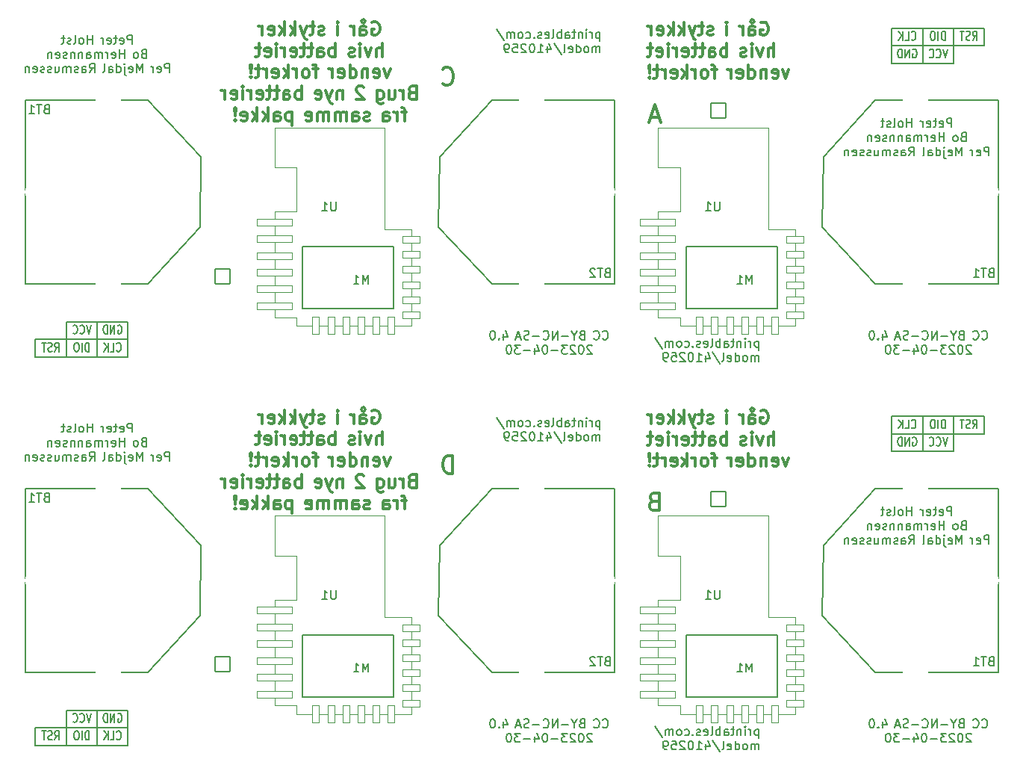
<source format=gbo>
G04 #@! TF.GenerationSoftware,KiCad,Pcbnew,(7.0.0)*
G04 #@! TF.CreationDate,2023-04-30T09:27:40+02:00*
G04 #@! TF.ProjectId,IKEA_Button2,494b4541-5f42-4757-9474-6f6e322e6b69,rev?*
G04 #@! TF.SameCoordinates,Original*
G04 #@! TF.FileFunction,Legend,Bot*
G04 #@! TF.FilePolarity,Positive*
%FSLAX46Y46*%
G04 Gerber Fmt 4.6, Leading zero omitted, Abs format (unit mm)*
G04 Created by KiCad (PCBNEW (7.0.0)) date 2023-04-30 09:27:40*
%MOMM*%
%LPD*%
G01*
G04 APERTURE LIST*
G04 Aperture macros list*
%AMRoundRect*
0 Rectangle with rounded corners*
0 $1 Rounding radius*
0 $2 $3 $4 $5 $6 $7 $8 $9 X,Y pos of 4 corners*
0 Add a 4 corners polygon primitive as box body*
4,1,4,$2,$3,$4,$5,$6,$7,$8,$9,$2,$3,0*
0 Add four circle primitives for the rounded corners*
1,1,$1+$1,$2,$3*
1,1,$1+$1,$4,$5*
1,1,$1+$1,$6,$7*
1,1,$1+$1,$8,$9*
0 Add four rect primitives between the rounded corners*
20,1,$1+$1,$2,$3,$4,$5,0*
20,1,$1+$1,$4,$5,$6,$7,0*
20,1,$1+$1,$6,$7,$8,$9,0*
20,1,$1+$1,$8,$9,$2,$3,0*%
G04 Aperture macros list end*
%ADD10C,0.200000*%
%ADD11C,0.300000*%
%ADD12C,0.150000*%
%ADD13C,0.100000*%
%ADD14C,1.102000*%
%ADD15RoundRect,0.051000X-0.850000X0.850000X-0.850000X-0.850000X0.850000X-0.850000X0.850000X0.850000X0*%
%ADD16O,1.802000X1.802000*%
%ADD17C,0.502000*%
%ADD18C,1.000000*%
%ADD19C,1.402000*%
%ADD20RoundRect,0.051000X0.850000X-0.850000X0.850000X0.850000X-0.850000X0.850000X-0.850000X-0.850000X0*%
%ADD21C,0.902000*%
%ADD22C,2.952000*%
%ADD23O,4.602000X6.102000*%
%ADD24RoundRect,0.051000X1.000000X0.400000X-1.000000X0.400000X-1.000000X-0.400000X1.000000X-0.400000X0*%
%ADD25RoundRect,0.051000X0.400000X-1.000000X0.400000X1.000000X-0.400000X1.000000X-0.400000X-1.000000X0*%
%ADD26RoundRect,0.051000X2.000000X0.400000X-2.000000X0.400000X-2.000000X-0.400000X2.000000X-0.400000X0*%
G04 APERTURE END LIST*
D10*
X32750000Y-101700000D02*
X22250000Y-101700000D01*
X29250000Y-99700000D02*
X29250000Y-103700000D01*
X32750000Y-99700000D02*
X25750000Y-99700000D01*
X22250000Y-103700000D02*
X32750000Y-103700000D01*
X32750000Y-103700000D02*
X32750000Y-99700000D01*
X25750000Y-99700000D02*
X25750000Y-103700000D01*
X22250000Y-101700000D02*
X22250000Y-103700000D01*
X32750000Y-55700000D02*
X25750000Y-55700000D01*
X129850000Y-66400000D02*
X119350000Y-66400000D01*
X129850000Y-24400000D02*
X129850000Y-22400000D01*
X119350000Y-22400000D02*
X119350000Y-26400000D01*
X126350000Y-26400000D02*
X126350000Y-22400000D01*
X29250000Y-55700000D02*
X29250000Y-59700000D01*
X119350000Y-66400000D02*
X119350000Y-70400000D01*
X25750000Y-55700000D02*
X25750000Y-59700000D01*
X22250000Y-59700000D02*
X32750000Y-59700000D01*
X122850000Y-26400000D02*
X122850000Y-22400000D01*
X32750000Y-59700000D02*
X32750000Y-55700000D01*
X119350000Y-24400000D02*
X129850000Y-24400000D01*
X129850000Y-22400000D02*
X119350000Y-22400000D01*
X119350000Y-26400000D02*
X126350000Y-26400000D01*
X122850000Y-70400000D02*
X122850000Y-66400000D01*
X129850000Y-68400000D02*
X129850000Y-66400000D01*
X32750000Y-57700000D02*
X22250000Y-57700000D01*
X119350000Y-70400000D02*
X126350000Y-70400000D01*
X22250000Y-57700000D02*
X22250000Y-59700000D01*
X126350000Y-70400000D02*
X126350000Y-66400000D01*
X119350000Y-68400000D02*
X129850000Y-68400000D01*
X28319046Y-103067380D02*
X28319046Y-102067380D01*
X28319046Y-102067380D02*
X28128570Y-102067380D01*
X28128570Y-102067380D02*
X28014284Y-102115000D01*
X28014284Y-102115000D02*
X27938094Y-102210238D01*
X27938094Y-102210238D02*
X27899999Y-102305476D01*
X27899999Y-102305476D02*
X27861903Y-102495952D01*
X27861903Y-102495952D02*
X27861903Y-102638809D01*
X27861903Y-102638809D02*
X27899999Y-102829285D01*
X27899999Y-102829285D02*
X27938094Y-102924523D01*
X27938094Y-102924523D02*
X28014284Y-103019761D01*
X28014284Y-103019761D02*
X28128570Y-103067380D01*
X28128570Y-103067380D02*
X28319046Y-103067380D01*
X27519046Y-103067380D02*
X27519046Y-102067380D01*
X26985713Y-102067380D02*
X26833332Y-102067380D01*
X26833332Y-102067380D02*
X26757142Y-102115000D01*
X26757142Y-102115000D02*
X26680951Y-102210238D01*
X26680951Y-102210238D02*
X26642856Y-102400714D01*
X26642856Y-102400714D02*
X26642856Y-102734047D01*
X26642856Y-102734047D02*
X26680951Y-102924523D01*
X26680951Y-102924523D02*
X26757142Y-103019761D01*
X26757142Y-103019761D02*
X26833332Y-103067380D01*
X26833332Y-103067380D02*
X26985713Y-103067380D01*
X26985713Y-103067380D02*
X27061904Y-103019761D01*
X27061904Y-103019761D02*
X27138094Y-102924523D01*
X27138094Y-102924523D02*
X27176190Y-102734047D01*
X27176190Y-102734047D02*
X27176190Y-102400714D01*
X27176190Y-102400714D02*
X27138094Y-102210238D01*
X27138094Y-102210238D02*
X27061904Y-102115000D01*
X27061904Y-102115000D02*
X26985713Y-102067380D01*
D11*
X60435713Y-65762500D02*
X60578571Y-65691071D01*
X60578571Y-65691071D02*
X60792856Y-65691071D01*
X60792856Y-65691071D02*
X61007142Y-65762500D01*
X61007142Y-65762500D02*
X61149999Y-65905357D01*
X61149999Y-65905357D02*
X61221428Y-66048214D01*
X61221428Y-66048214D02*
X61292856Y-66333928D01*
X61292856Y-66333928D02*
X61292856Y-66548214D01*
X61292856Y-66548214D02*
X61221428Y-66833928D01*
X61221428Y-66833928D02*
X61149999Y-66976785D01*
X61149999Y-66976785D02*
X61007142Y-67119642D01*
X61007142Y-67119642D02*
X60792856Y-67191071D01*
X60792856Y-67191071D02*
X60649999Y-67191071D01*
X60649999Y-67191071D02*
X60435713Y-67119642D01*
X60435713Y-67119642D02*
X60364285Y-67048214D01*
X60364285Y-67048214D02*
X60364285Y-66548214D01*
X60364285Y-66548214D02*
X60649999Y-66548214D01*
X59078571Y-67191071D02*
X59078571Y-66405357D01*
X59078571Y-66405357D02*
X59149999Y-66262500D01*
X59149999Y-66262500D02*
X59292856Y-66191071D01*
X59292856Y-66191071D02*
X59578571Y-66191071D01*
X59578571Y-66191071D02*
X59721428Y-66262500D01*
X59078571Y-67119642D02*
X59221428Y-67191071D01*
X59221428Y-67191071D02*
X59578571Y-67191071D01*
X59578571Y-67191071D02*
X59721428Y-67119642D01*
X59721428Y-67119642D02*
X59792856Y-66976785D01*
X59792856Y-66976785D02*
X59792856Y-66833928D01*
X59792856Y-66833928D02*
X59721428Y-66691071D01*
X59721428Y-66691071D02*
X59578571Y-66619642D01*
X59578571Y-66619642D02*
X59221428Y-66619642D01*
X59221428Y-66619642D02*
X59078571Y-66548214D01*
X59435713Y-65833928D02*
X59578571Y-65762500D01*
X59578571Y-65762500D02*
X59649999Y-65619642D01*
X59649999Y-65619642D02*
X59578571Y-65476785D01*
X59578571Y-65476785D02*
X59435713Y-65405357D01*
X59435713Y-65405357D02*
X59292856Y-65476785D01*
X59292856Y-65476785D02*
X59221428Y-65619642D01*
X59221428Y-65619642D02*
X59292856Y-65762500D01*
X59292856Y-65762500D02*
X59435713Y-65833928D01*
X58364285Y-67191071D02*
X58364285Y-66191071D01*
X58364285Y-66476785D02*
X58292856Y-66333928D01*
X58292856Y-66333928D02*
X58221428Y-66262500D01*
X58221428Y-66262500D02*
X58078570Y-66191071D01*
X58078570Y-66191071D02*
X57935713Y-66191071D01*
X56535714Y-67191071D02*
X56535714Y-66191071D01*
X56535714Y-65691071D02*
X56607142Y-65762500D01*
X56607142Y-65762500D02*
X56535714Y-65833928D01*
X56535714Y-65833928D02*
X56464285Y-65762500D01*
X56464285Y-65762500D02*
X56535714Y-65691071D01*
X56535714Y-65691071D02*
X56535714Y-65833928D01*
X54992856Y-67119642D02*
X54849999Y-67191071D01*
X54849999Y-67191071D02*
X54564285Y-67191071D01*
X54564285Y-67191071D02*
X54421428Y-67119642D01*
X54421428Y-67119642D02*
X54349999Y-66976785D01*
X54349999Y-66976785D02*
X54349999Y-66905357D01*
X54349999Y-66905357D02*
X54421428Y-66762500D01*
X54421428Y-66762500D02*
X54564285Y-66691071D01*
X54564285Y-66691071D02*
X54778571Y-66691071D01*
X54778571Y-66691071D02*
X54921428Y-66619642D01*
X54921428Y-66619642D02*
X54992856Y-66476785D01*
X54992856Y-66476785D02*
X54992856Y-66405357D01*
X54992856Y-66405357D02*
X54921428Y-66262500D01*
X54921428Y-66262500D02*
X54778571Y-66191071D01*
X54778571Y-66191071D02*
X54564285Y-66191071D01*
X54564285Y-66191071D02*
X54421428Y-66262500D01*
X53921427Y-66191071D02*
X53349999Y-66191071D01*
X53707142Y-65691071D02*
X53707142Y-66976785D01*
X53707142Y-66976785D02*
X53635713Y-67119642D01*
X53635713Y-67119642D02*
X53492856Y-67191071D01*
X53492856Y-67191071D02*
X53349999Y-67191071D01*
X52992856Y-66191071D02*
X52635713Y-67191071D01*
X52278570Y-66191071D02*
X52635713Y-67191071D01*
X52635713Y-67191071D02*
X52778570Y-67548214D01*
X52778570Y-67548214D02*
X52849999Y-67619642D01*
X52849999Y-67619642D02*
X52992856Y-67691071D01*
X51707142Y-67191071D02*
X51707142Y-65691071D01*
X51564285Y-66619642D02*
X51135713Y-67191071D01*
X51135713Y-66191071D02*
X51707142Y-66762500D01*
X50492856Y-67191071D02*
X50492856Y-65691071D01*
X50349999Y-66619642D02*
X49921427Y-67191071D01*
X49921427Y-66191071D02*
X50492856Y-66762500D01*
X48707141Y-67119642D02*
X48849998Y-67191071D01*
X48849998Y-67191071D02*
X49135713Y-67191071D01*
X49135713Y-67191071D02*
X49278570Y-67119642D01*
X49278570Y-67119642D02*
X49349998Y-66976785D01*
X49349998Y-66976785D02*
X49349998Y-66405357D01*
X49349998Y-66405357D02*
X49278570Y-66262500D01*
X49278570Y-66262500D02*
X49135713Y-66191071D01*
X49135713Y-66191071D02*
X48849998Y-66191071D01*
X48849998Y-66191071D02*
X48707141Y-66262500D01*
X48707141Y-66262500D02*
X48635713Y-66405357D01*
X48635713Y-66405357D02*
X48635713Y-66548214D01*
X48635713Y-66548214D02*
X49349998Y-66691071D01*
X47992856Y-67191071D02*
X47992856Y-66191071D01*
X47992856Y-66476785D02*
X47921427Y-66333928D01*
X47921427Y-66333928D02*
X47849999Y-66262500D01*
X47849999Y-66262500D02*
X47707141Y-66191071D01*
X47707141Y-66191071D02*
X47564284Y-66191071D01*
X61557143Y-69621071D02*
X61557143Y-68121071D01*
X60914286Y-69621071D02*
X60914286Y-68835357D01*
X60914286Y-68835357D02*
X60985714Y-68692500D01*
X60985714Y-68692500D02*
X61128571Y-68621071D01*
X61128571Y-68621071D02*
X61342857Y-68621071D01*
X61342857Y-68621071D02*
X61485714Y-68692500D01*
X61485714Y-68692500D02*
X61557143Y-68763928D01*
X60342857Y-68621071D02*
X59985714Y-69621071D01*
X59985714Y-69621071D02*
X59628571Y-68621071D01*
X59057143Y-69621071D02*
X59057143Y-68621071D01*
X59057143Y-68121071D02*
X59128571Y-68192500D01*
X59128571Y-68192500D02*
X59057143Y-68263928D01*
X59057143Y-68263928D02*
X58985714Y-68192500D01*
X58985714Y-68192500D02*
X59057143Y-68121071D01*
X59057143Y-68121071D02*
X59057143Y-68263928D01*
X58414285Y-69549642D02*
X58271428Y-69621071D01*
X58271428Y-69621071D02*
X57985714Y-69621071D01*
X57985714Y-69621071D02*
X57842857Y-69549642D01*
X57842857Y-69549642D02*
X57771428Y-69406785D01*
X57771428Y-69406785D02*
X57771428Y-69335357D01*
X57771428Y-69335357D02*
X57842857Y-69192500D01*
X57842857Y-69192500D02*
X57985714Y-69121071D01*
X57985714Y-69121071D02*
X58200000Y-69121071D01*
X58200000Y-69121071D02*
X58342857Y-69049642D01*
X58342857Y-69049642D02*
X58414285Y-68906785D01*
X58414285Y-68906785D02*
X58414285Y-68835357D01*
X58414285Y-68835357D02*
X58342857Y-68692500D01*
X58342857Y-68692500D02*
X58200000Y-68621071D01*
X58200000Y-68621071D02*
X57985714Y-68621071D01*
X57985714Y-68621071D02*
X57842857Y-68692500D01*
X56228571Y-69621071D02*
X56228571Y-68121071D01*
X56228571Y-68692500D02*
X56085714Y-68621071D01*
X56085714Y-68621071D02*
X55799999Y-68621071D01*
X55799999Y-68621071D02*
X55657142Y-68692500D01*
X55657142Y-68692500D02*
X55585714Y-68763928D01*
X55585714Y-68763928D02*
X55514285Y-68906785D01*
X55514285Y-68906785D02*
X55514285Y-69335357D01*
X55514285Y-69335357D02*
X55585714Y-69478214D01*
X55585714Y-69478214D02*
X55657142Y-69549642D01*
X55657142Y-69549642D02*
X55799999Y-69621071D01*
X55799999Y-69621071D02*
X56085714Y-69621071D01*
X56085714Y-69621071D02*
X56228571Y-69549642D01*
X54228571Y-69621071D02*
X54228571Y-68835357D01*
X54228571Y-68835357D02*
X54299999Y-68692500D01*
X54299999Y-68692500D02*
X54442856Y-68621071D01*
X54442856Y-68621071D02*
X54728571Y-68621071D01*
X54728571Y-68621071D02*
X54871428Y-68692500D01*
X54228571Y-69549642D02*
X54371428Y-69621071D01*
X54371428Y-69621071D02*
X54728571Y-69621071D01*
X54728571Y-69621071D02*
X54871428Y-69549642D01*
X54871428Y-69549642D02*
X54942856Y-69406785D01*
X54942856Y-69406785D02*
X54942856Y-69263928D01*
X54942856Y-69263928D02*
X54871428Y-69121071D01*
X54871428Y-69121071D02*
X54728571Y-69049642D01*
X54728571Y-69049642D02*
X54371428Y-69049642D01*
X54371428Y-69049642D02*
X54228571Y-68978214D01*
X53728570Y-68621071D02*
X53157142Y-68621071D01*
X53514285Y-68121071D02*
X53514285Y-69406785D01*
X53514285Y-69406785D02*
X53442856Y-69549642D01*
X53442856Y-69549642D02*
X53299999Y-69621071D01*
X53299999Y-69621071D02*
X53157142Y-69621071D01*
X52871427Y-68621071D02*
X52299999Y-68621071D01*
X52657142Y-68121071D02*
X52657142Y-69406785D01*
X52657142Y-69406785D02*
X52585713Y-69549642D01*
X52585713Y-69549642D02*
X52442856Y-69621071D01*
X52442856Y-69621071D02*
X52299999Y-69621071D01*
X51228570Y-69549642D02*
X51371427Y-69621071D01*
X51371427Y-69621071D02*
X51657142Y-69621071D01*
X51657142Y-69621071D02*
X51799999Y-69549642D01*
X51799999Y-69549642D02*
X51871427Y-69406785D01*
X51871427Y-69406785D02*
X51871427Y-68835357D01*
X51871427Y-68835357D02*
X51799999Y-68692500D01*
X51799999Y-68692500D02*
X51657142Y-68621071D01*
X51657142Y-68621071D02*
X51371427Y-68621071D01*
X51371427Y-68621071D02*
X51228570Y-68692500D01*
X51228570Y-68692500D02*
X51157142Y-68835357D01*
X51157142Y-68835357D02*
X51157142Y-68978214D01*
X51157142Y-68978214D02*
X51871427Y-69121071D01*
X50514285Y-69621071D02*
X50514285Y-68621071D01*
X50514285Y-68906785D02*
X50442856Y-68763928D01*
X50442856Y-68763928D02*
X50371428Y-68692500D01*
X50371428Y-68692500D02*
X50228570Y-68621071D01*
X50228570Y-68621071D02*
X50085713Y-68621071D01*
X49585714Y-69621071D02*
X49585714Y-68621071D01*
X49585714Y-68121071D02*
X49657142Y-68192500D01*
X49657142Y-68192500D02*
X49585714Y-68263928D01*
X49585714Y-68263928D02*
X49514285Y-68192500D01*
X49514285Y-68192500D02*
X49585714Y-68121071D01*
X49585714Y-68121071D02*
X49585714Y-68263928D01*
X48299999Y-69549642D02*
X48442856Y-69621071D01*
X48442856Y-69621071D02*
X48728571Y-69621071D01*
X48728571Y-69621071D02*
X48871428Y-69549642D01*
X48871428Y-69549642D02*
X48942856Y-69406785D01*
X48942856Y-69406785D02*
X48942856Y-68835357D01*
X48942856Y-68835357D02*
X48871428Y-68692500D01*
X48871428Y-68692500D02*
X48728571Y-68621071D01*
X48728571Y-68621071D02*
X48442856Y-68621071D01*
X48442856Y-68621071D02*
X48299999Y-68692500D01*
X48299999Y-68692500D02*
X48228571Y-68835357D01*
X48228571Y-68835357D02*
X48228571Y-68978214D01*
X48228571Y-68978214D02*
X48942856Y-69121071D01*
X47799999Y-68621071D02*
X47228571Y-68621071D01*
X47585714Y-68121071D02*
X47585714Y-69406785D01*
X47585714Y-69406785D02*
X47514285Y-69549642D01*
X47514285Y-69549642D02*
X47371428Y-69621071D01*
X47371428Y-69621071D02*
X47228571Y-69621071D01*
X62485713Y-71051071D02*
X62128570Y-72051071D01*
X62128570Y-72051071D02*
X61771427Y-71051071D01*
X60628570Y-71979642D02*
X60771427Y-72051071D01*
X60771427Y-72051071D02*
X61057142Y-72051071D01*
X61057142Y-72051071D02*
X61199999Y-71979642D01*
X61199999Y-71979642D02*
X61271427Y-71836785D01*
X61271427Y-71836785D02*
X61271427Y-71265357D01*
X61271427Y-71265357D02*
X61199999Y-71122500D01*
X61199999Y-71122500D02*
X61057142Y-71051071D01*
X61057142Y-71051071D02*
X60771427Y-71051071D01*
X60771427Y-71051071D02*
X60628570Y-71122500D01*
X60628570Y-71122500D02*
X60557142Y-71265357D01*
X60557142Y-71265357D02*
X60557142Y-71408214D01*
X60557142Y-71408214D02*
X61271427Y-71551071D01*
X59914285Y-71051071D02*
X59914285Y-72051071D01*
X59914285Y-71193928D02*
X59842856Y-71122500D01*
X59842856Y-71122500D02*
X59699999Y-71051071D01*
X59699999Y-71051071D02*
X59485713Y-71051071D01*
X59485713Y-71051071D02*
X59342856Y-71122500D01*
X59342856Y-71122500D02*
X59271428Y-71265357D01*
X59271428Y-71265357D02*
X59271428Y-72051071D01*
X57914285Y-72051071D02*
X57914285Y-70551071D01*
X57914285Y-71979642D02*
X58057142Y-72051071D01*
X58057142Y-72051071D02*
X58342856Y-72051071D01*
X58342856Y-72051071D02*
X58485713Y-71979642D01*
X58485713Y-71979642D02*
X58557142Y-71908214D01*
X58557142Y-71908214D02*
X58628570Y-71765357D01*
X58628570Y-71765357D02*
X58628570Y-71336785D01*
X58628570Y-71336785D02*
X58557142Y-71193928D01*
X58557142Y-71193928D02*
X58485713Y-71122500D01*
X58485713Y-71122500D02*
X58342856Y-71051071D01*
X58342856Y-71051071D02*
X58057142Y-71051071D01*
X58057142Y-71051071D02*
X57914285Y-71122500D01*
X56628570Y-71979642D02*
X56771427Y-72051071D01*
X56771427Y-72051071D02*
X57057142Y-72051071D01*
X57057142Y-72051071D02*
X57199999Y-71979642D01*
X57199999Y-71979642D02*
X57271427Y-71836785D01*
X57271427Y-71836785D02*
X57271427Y-71265357D01*
X57271427Y-71265357D02*
X57199999Y-71122500D01*
X57199999Y-71122500D02*
X57057142Y-71051071D01*
X57057142Y-71051071D02*
X56771427Y-71051071D01*
X56771427Y-71051071D02*
X56628570Y-71122500D01*
X56628570Y-71122500D02*
X56557142Y-71265357D01*
X56557142Y-71265357D02*
X56557142Y-71408214D01*
X56557142Y-71408214D02*
X57271427Y-71551071D01*
X55914285Y-72051071D02*
X55914285Y-71051071D01*
X55914285Y-71336785D02*
X55842856Y-71193928D01*
X55842856Y-71193928D02*
X55771428Y-71122500D01*
X55771428Y-71122500D02*
X55628570Y-71051071D01*
X55628570Y-71051071D02*
X55485713Y-71051071D01*
X54299999Y-71051071D02*
X53728571Y-71051071D01*
X54085714Y-72051071D02*
X54085714Y-70765357D01*
X54085714Y-70765357D02*
X54014285Y-70622500D01*
X54014285Y-70622500D02*
X53871428Y-70551071D01*
X53871428Y-70551071D02*
X53728571Y-70551071D01*
X53014285Y-72051071D02*
X53157142Y-71979642D01*
X53157142Y-71979642D02*
X53228571Y-71908214D01*
X53228571Y-71908214D02*
X53299999Y-71765357D01*
X53299999Y-71765357D02*
X53299999Y-71336785D01*
X53299999Y-71336785D02*
X53228571Y-71193928D01*
X53228571Y-71193928D02*
X53157142Y-71122500D01*
X53157142Y-71122500D02*
X53014285Y-71051071D01*
X53014285Y-71051071D02*
X52799999Y-71051071D01*
X52799999Y-71051071D02*
X52657142Y-71122500D01*
X52657142Y-71122500D02*
X52585714Y-71193928D01*
X52585714Y-71193928D02*
X52514285Y-71336785D01*
X52514285Y-71336785D02*
X52514285Y-71765357D01*
X52514285Y-71765357D02*
X52585714Y-71908214D01*
X52585714Y-71908214D02*
X52657142Y-71979642D01*
X52657142Y-71979642D02*
X52799999Y-72051071D01*
X52799999Y-72051071D02*
X53014285Y-72051071D01*
X51871428Y-72051071D02*
X51871428Y-71051071D01*
X51871428Y-71336785D02*
X51799999Y-71193928D01*
X51799999Y-71193928D02*
X51728571Y-71122500D01*
X51728571Y-71122500D02*
X51585713Y-71051071D01*
X51585713Y-71051071D02*
X51442856Y-71051071D01*
X50942857Y-72051071D02*
X50942857Y-70551071D01*
X50800000Y-71479642D02*
X50371428Y-72051071D01*
X50371428Y-71051071D02*
X50942857Y-71622500D01*
X49157142Y-71979642D02*
X49299999Y-72051071D01*
X49299999Y-72051071D02*
X49585714Y-72051071D01*
X49585714Y-72051071D02*
X49728571Y-71979642D01*
X49728571Y-71979642D02*
X49799999Y-71836785D01*
X49799999Y-71836785D02*
X49799999Y-71265357D01*
X49799999Y-71265357D02*
X49728571Y-71122500D01*
X49728571Y-71122500D02*
X49585714Y-71051071D01*
X49585714Y-71051071D02*
X49299999Y-71051071D01*
X49299999Y-71051071D02*
X49157142Y-71122500D01*
X49157142Y-71122500D02*
X49085714Y-71265357D01*
X49085714Y-71265357D02*
X49085714Y-71408214D01*
X49085714Y-71408214D02*
X49799999Y-71551071D01*
X48442857Y-72051071D02*
X48442857Y-71051071D01*
X48442857Y-71336785D02*
X48371428Y-71193928D01*
X48371428Y-71193928D02*
X48300000Y-71122500D01*
X48300000Y-71122500D02*
X48157142Y-71051071D01*
X48157142Y-71051071D02*
X48014285Y-71051071D01*
X47728571Y-71051071D02*
X47157143Y-71051071D01*
X47514286Y-70551071D02*
X47514286Y-71836785D01*
X47514286Y-71836785D02*
X47442857Y-71979642D01*
X47442857Y-71979642D02*
X47300000Y-72051071D01*
X47300000Y-72051071D02*
X47157143Y-72051071D01*
X46657143Y-71908214D02*
X46585714Y-71979642D01*
X46585714Y-71979642D02*
X46657143Y-72051071D01*
X46657143Y-72051071D02*
X46728571Y-71979642D01*
X46728571Y-71979642D02*
X46657143Y-71908214D01*
X46657143Y-71908214D02*
X46657143Y-72051071D01*
X46657143Y-71479642D02*
X46728571Y-70622500D01*
X46728571Y-70622500D02*
X46657143Y-70551071D01*
X46657143Y-70551071D02*
X46585714Y-70622500D01*
X46585714Y-70622500D02*
X46657143Y-71479642D01*
X46657143Y-71479642D02*
X46657143Y-70551071D01*
X64957142Y-73695357D02*
X64742856Y-73766785D01*
X64742856Y-73766785D02*
X64671427Y-73838214D01*
X64671427Y-73838214D02*
X64599999Y-73981071D01*
X64599999Y-73981071D02*
X64599999Y-74195357D01*
X64599999Y-74195357D02*
X64671427Y-74338214D01*
X64671427Y-74338214D02*
X64742856Y-74409642D01*
X64742856Y-74409642D02*
X64885713Y-74481071D01*
X64885713Y-74481071D02*
X65457142Y-74481071D01*
X65457142Y-74481071D02*
X65457142Y-72981071D01*
X65457142Y-72981071D02*
X64957142Y-72981071D01*
X64957142Y-72981071D02*
X64814285Y-73052500D01*
X64814285Y-73052500D02*
X64742856Y-73123928D01*
X64742856Y-73123928D02*
X64671427Y-73266785D01*
X64671427Y-73266785D02*
X64671427Y-73409642D01*
X64671427Y-73409642D02*
X64742856Y-73552500D01*
X64742856Y-73552500D02*
X64814285Y-73623928D01*
X64814285Y-73623928D02*
X64957142Y-73695357D01*
X64957142Y-73695357D02*
X65457142Y-73695357D01*
X63957142Y-74481071D02*
X63957142Y-73481071D01*
X63957142Y-73766785D02*
X63885713Y-73623928D01*
X63885713Y-73623928D02*
X63814285Y-73552500D01*
X63814285Y-73552500D02*
X63671427Y-73481071D01*
X63671427Y-73481071D02*
X63528570Y-73481071D01*
X62385714Y-73481071D02*
X62385714Y-74481071D01*
X63028571Y-73481071D02*
X63028571Y-74266785D01*
X63028571Y-74266785D02*
X62957142Y-74409642D01*
X62957142Y-74409642D02*
X62814285Y-74481071D01*
X62814285Y-74481071D02*
X62599999Y-74481071D01*
X62599999Y-74481071D02*
X62457142Y-74409642D01*
X62457142Y-74409642D02*
X62385714Y-74338214D01*
X61028571Y-73481071D02*
X61028571Y-74695357D01*
X61028571Y-74695357D02*
X61099999Y-74838214D01*
X61099999Y-74838214D02*
X61171428Y-74909642D01*
X61171428Y-74909642D02*
X61314285Y-74981071D01*
X61314285Y-74981071D02*
X61528571Y-74981071D01*
X61528571Y-74981071D02*
X61671428Y-74909642D01*
X61028571Y-74409642D02*
X61171428Y-74481071D01*
X61171428Y-74481071D02*
X61457142Y-74481071D01*
X61457142Y-74481071D02*
X61599999Y-74409642D01*
X61599999Y-74409642D02*
X61671428Y-74338214D01*
X61671428Y-74338214D02*
X61742856Y-74195357D01*
X61742856Y-74195357D02*
X61742856Y-73766785D01*
X61742856Y-73766785D02*
X61671428Y-73623928D01*
X61671428Y-73623928D02*
X61599999Y-73552500D01*
X61599999Y-73552500D02*
X61457142Y-73481071D01*
X61457142Y-73481071D02*
X61171428Y-73481071D01*
X61171428Y-73481071D02*
X61028571Y-73552500D01*
X59485713Y-73123928D02*
X59414285Y-73052500D01*
X59414285Y-73052500D02*
X59271428Y-72981071D01*
X59271428Y-72981071D02*
X58914285Y-72981071D01*
X58914285Y-72981071D02*
X58771428Y-73052500D01*
X58771428Y-73052500D02*
X58699999Y-73123928D01*
X58699999Y-73123928D02*
X58628570Y-73266785D01*
X58628570Y-73266785D02*
X58628570Y-73409642D01*
X58628570Y-73409642D02*
X58699999Y-73623928D01*
X58699999Y-73623928D02*
X59557142Y-74481071D01*
X59557142Y-74481071D02*
X58628570Y-74481071D01*
X57085714Y-73481071D02*
X57085714Y-74481071D01*
X57085714Y-73623928D02*
X57014285Y-73552500D01*
X57014285Y-73552500D02*
X56871428Y-73481071D01*
X56871428Y-73481071D02*
X56657142Y-73481071D01*
X56657142Y-73481071D02*
X56514285Y-73552500D01*
X56514285Y-73552500D02*
X56442857Y-73695357D01*
X56442857Y-73695357D02*
X56442857Y-74481071D01*
X55871428Y-73481071D02*
X55514285Y-74481071D01*
X55157142Y-73481071D02*
X55514285Y-74481071D01*
X55514285Y-74481071D02*
X55657142Y-74838214D01*
X55657142Y-74838214D02*
X55728571Y-74909642D01*
X55728571Y-74909642D02*
X55871428Y-74981071D01*
X54014285Y-74409642D02*
X54157142Y-74481071D01*
X54157142Y-74481071D02*
X54442857Y-74481071D01*
X54442857Y-74481071D02*
X54585714Y-74409642D01*
X54585714Y-74409642D02*
X54657142Y-74266785D01*
X54657142Y-74266785D02*
X54657142Y-73695357D01*
X54657142Y-73695357D02*
X54585714Y-73552500D01*
X54585714Y-73552500D02*
X54442857Y-73481071D01*
X54442857Y-73481071D02*
X54157142Y-73481071D01*
X54157142Y-73481071D02*
X54014285Y-73552500D01*
X54014285Y-73552500D02*
X53942857Y-73695357D01*
X53942857Y-73695357D02*
X53942857Y-73838214D01*
X53942857Y-73838214D02*
X54657142Y-73981071D01*
X52400000Y-74481071D02*
X52400000Y-72981071D01*
X52400000Y-73552500D02*
X52257143Y-73481071D01*
X52257143Y-73481071D02*
X51971428Y-73481071D01*
X51971428Y-73481071D02*
X51828571Y-73552500D01*
X51828571Y-73552500D02*
X51757143Y-73623928D01*
X51757143Y-73623928D02*
X51685714Y-73766785D01*
X51685714Y-73766785D02*
X51685714Y-74195357D01*
X51685714Y-74195357D02*
X51757143Y-74338214D01*
X51757143Y-74338214D02*
X51828571Y-74409642D01*
X51828571Y-74409642D02*
X51971428Y-74481071D01*
X51971428Y-74481071D02*
X52257143Y-74481071D01*
X52257143Y-74481071D02*
X52400000Y-74409642D01*
X50400000Y-74481071D02*
X50400000Y-73695357D01*
X50400000Y-73695357D02*
X50471428Y-73552500D01*
X50471428Y-73552500D02*
X50614285Y-73481071D01*
X50614285Y-73481071D02*
X50900000Y-73481071D01*
X50900000Y-73481071D02*
X51042857Y-73552500D01*
X50400000Y-74409642D02*
X50542857Y-74481071D01*
X50542857Y-74481071D02*
X50900000Y-74481071D01*
X50900000Y-74481071D02*
X51042857Y-74409642D01*
X51042857Y-74409642D02*
X51114285Y-74266785D01*
X51114285Y-74266785D02*
X51114285Y-74123928D01*
X51114285Y-74123928D02*
X51042857Y-73981071D01*
X51042857Y-73981071D02*
X50900000Y-73909642D01*
X50900000Y-73909642D02*
X50542857Y-73909642D01*
X50542857Y-73909642D02*
X50400000Y-73838214D01*
X49899999Y-73481071D02*
X49328571Y-73481071D01*
X49685714Y-72981071D02*
X49685714Y-74266785D01*
X49685714Y-74266785D02*
X49614285Y-74409642D01*
X49614285Y-74409642D02*
X49471428Y-74481071D01*
X49471428Y-74481071D02*
X49328571Y-74481071D01*
X49042856Y-73481071D02*
X48471428Y-73481071D01*
X48828571Y-72981071D02*
X48828571Y-74266785D01*
X48828571Y-74266785D02*
X48757142Y-74409642D01*
X48757142Y-74409642D02*
X48614285Y-74481071D01*
X48614285Y-74481071D02*
X48471428Y-74481071D01*
X47399999Y-74409642D02*
X47542856Y-74481071D01*
X47542856Y-74481071D02*
X47828571Y-74481071D01*
X47828571Y-74481071D02*
X47971428Y-74409642D01*
X47971428Y-74409642D02*
X48042856Y-74266785D01*
X48042856Y-74266785D02*
X48042856Y-73695357D01*
X48042856Y-73695357D02*
X47971428Y-73552500D01*
X47971428Y-73552500D02*
X47828571Y-73481071D01*
X47828571Y-73481071D02*
X47542856Y-73481071D01*
X47542856Y-73481071D02*
X47399999Y-73552500D01*
X47399999Y-73552500D02*
X47328571Y-73695357D01*
X47328571Y-73695357D02*
X47328571Y-73838214D01*
X47328571Y-73838214D02*
X48042856Y-73981071D01*
X46685714Y-74481071D02*
X46685714Y-73481071D01*
X46685714Y-73766785D02*
X46614285Y-73623928D01*
X46614285Y-73623928D02*
X46542857Y-73552500D01*
X46542857Y-73552500D02*
X46399999Y-73481071D01*
X46399999Y-73481071D02*
X46257142Y-73481071D01*
X45757143Y-74481071D02*
X45757143Y-73481071D01*
X45757143Y-72981071D02*
X45828571Y-73052500D01*
X45828571Y-73052500D02*
X45757143Y-73123928D01*
X45757143Y-73123928D02*
X45685714Y-73052500D01*
X45685714Y-73052500D02*
X45757143Y-72981071D01*
X45757143Y-72981071D02*
X45757143Y-73123928D01*
X44471428Y-74409642D02*
X44614285Y-74481071D01*
X44614285Y-74481071D02*
X44900000Y-74481071D01*
X44900000Y-74481071D02*
X45042857Y-74409642D01*
X45042857Y-74409642D02*
X45114285Y-74266785D01*
X45114285Y-74266785D02*
X45114285Y-73695357D01*
X45114285Y-73695357D02*
X45042857Y-73552500D01*
X45042857Y-73552500D02*
X44900000Y-73481071D01*
X44900000Y-73481071D02*
X44614285Y-73481071D01*
X44614285Y-73481071D02*
X44471428Y-73552500D01*
X44471428Y-73552500D02*
X44400000Y-73695357D01*
X44400000Y-73695357D02*
X44400000Y-73838214D01*
X44400000Y-73838214D02*
X45114285Y-73981071D01*
X43757143Y-74481071D02*
X43757143Y-73481071D01*
X43757143Y-73766785D02*
X43685714Y-73623928D01*
X43685714Y-73623928D02*
X43614286Y-73552500D01*
X43614286Y-73552500D02*
X43471428Y-73481071D01*
X43471428Y-73481071D02*
X43328571Y-73481071D01*
X64328571Y-75911071D02*
X63757143Y-75911071D01*
X64114286Y-76911071D02*
X64114286Y-75625357D01*
X64114286Y-75625357D02*
X64042857Y-75482500D01*
X64042857Y-75482500D02*
X63900000Y-75411071D01*
X63900000Y-75411071D02*
X63757143Y-75411071D01*
X63257143Y-76911071D02*
X63257143Y-75911071D01*
X63257143Y-76196785D02*
X63185714Y-76053928D01*
X63185714Y-76053928D02*
X63114286Y-75982500D01*
X63114286Y-75982500D02*
X62971428Y-75911071D01*
X62971428Y-75911071D02*
X62828571Y-75911071D01*
X61685715Y-76911071D02*
X61685715Y-76125357D01*
X61685715Y-76125357D02*
X61757143Y-75982500D01*
X61757143Y-75982500D02*
X61900000Y-75911071D01*
X61900000Y-75911071D02*
X62185715Y-75911071D01*
X62185715Y-75911071D02*
X62328572Y-75982500D01*
X61685715Y-76839642D02*
X61828572Y-76911071D01*
X61828572Y-76911071D02*
X62185715Y-76911071D01*
X62185715Y-76911071D02*
X62328572Y-76839642D01*
X62328572Y-76839642D02*
X62400000Y-76696785D01*
X62400000Y-76696785D02*
X62400000Y-76553928D01*
X62400000Y-76553928D02*
X62328572Y-76411071D01*
X62328572Y-76411071D02*
X62185715Y-76339642D01*
X62185715Y-76339642D02*
X61828572Y-76339642D01*
X61828572Y-76339642D02*
X61685715Y-76268214D01*
X60142857Y-76839642D02*
X60000000Y-76911071D01*
X60000000Y-76911071D02*
X59714286Y-76911071D01*
X59714286Y-76911071D02*
X59571429Y-76839642D01*
X59571429Y-76839642D02*
X59500000Y-76696785D01*
X59500000Y-76696785D02*
X59500000Y-76625357D01*
X59500000Y-76625357D02*
X59571429Y-76482500D01*
X59571429Y-76482500D02*
X59714286Y-76411071D01*
X59714286Y-76411071D02*
X59928572Y-76411071D01*
X59928572Y-76411071D02*
X60071429Y-76339642D01*
X60071429Y-76339642D02*
X60142857Y-76196785D01*
X60142857Y-76196785D02*
X60142857Y-76125357D01*
X60142857Y-76125357D02*
X60071429Y-75982500D01*
X60071429Y-75982500D02*
X59928572Y-75911071D01*
X59928572Y-75911071D02*
X59714286Y-75911071D01*
X59714286Y-75911071D02*
X59571429Y-75982500D01*
X58214286Y-76911071D02*
X58214286Y-76125357D01*
X58214286Y-76125357D02*
X58285714Y-75982500D01*
X58285714Y-75982500D02*
X58428571Y-75911071D01*
X58428571Y-75911071D02*
X58714286Y-75911071D01*
X58714286Y-75911071D02*
X58857143Y-75982500D01*
X58214286Y-76839642D02*
X58357143Y-76911071D01*
X58357143Y-76911071D02*
X58714286Y-76911071D01*
X58714286Y-76911071D02*
X58857143Y-76839642D01*
X58857143Y-76839642D02*
X58928571Y-76696785D01*
X58928571Y-76696785D02*
X58928571Y-76553928D01*
X58928571Y-76553928D02*
X58857143Y-76411071D01*
X58857143Y-76411071D02*
X58714286Y-76339642D01*
X58714286Y-76339642D02*
X58357143Y-76339642D01*
X58357143Y-76339642D02*
X58214286Y-76268214D01*
X57500000Y-76911071D02*
X57500000Y-75911071D01*
X57500000Y-76053928D02*
X57428571Y-75982500D01*
X57428571Y-75982500D02*
X57285714Y-75911071D01*
X57285714Y-75911071D02*
X57071428Y-75911071D01*
X57071428Y-75911071D02*
X56928571Y-75982500D01*
X56928571Y-75982500D02*
X56857143Y-76125357D01*
X56857143Y-76125357D02*
X56857143Y-76911071D01*
X56857143Y-76125357D02*
X56785714Y-75982500D01*
X56785714Y-75982500D02*
X56642857Y-75911071D01*
X56642857Y-75911071D02*
X56428571Y-75911071D01*
X56428571Y-75911071D02*
X56285714Y-75982500D01*
X56285714Y-75982500D02*
X56214285Y-76125357D01*
X56214285Y-76125357D02*
X56214285Y-76911071D01*
X55500000Y-76911071D02*
X55500000Y-75911071D01*
X55500000Y-76053928D02*
X55428571Y-75982500D01*
X55428571Y-75982500D02*
X55285714Y-75911071D01*
X55285714Y-75911071D02*
X55071428Y-75911071D01*
X55071428Y-75911071D02*
X54928571Y-75982500D01*
X54928571Y-75982500D02*
X54857143Y-76125357D01*
X54857143Y-76125357D02*
X54857143Y-76911071D01*
X54857143Y-76125357D02*
X54785714Y-75982500D01*
X54785714Y-75982500D02*
X54642857Y-75911071D01*
X54642857Y-75911071D02*
X54428571Y-75911071D01*
X54428571Y-75911071D02*
X54285714Y-75982500D01*
X54285714Y-75982500D02*
X54214285Y-76125357D01*
X54214285Y-76125357D02*
X54214285Y-76911071D01*
X52928571Y-76839642D02*
X53071428Y-76911071D01*
X53071428Y-76911071D02*
X53357143Y-76911071D01*
X53357143Y-76911071D02*
X53500000Y-76839642D01*
X53500000Y-76839642D02*
X53571428Y-76696785D01*
X53571428Y-76696785D02*
X53571428Y-76125357D01*
X53571428Y-76125357D02*
X53500000Y-75982500D01*
X53500000Y-75982500D02*
X53357143Y-75911071D01*
X53357143Y-75911071D02*
X53071428Y-75911071D01*
X53071428Y-75911071D02*
X52928571Y-75982500D01*
X52928571Y-75982500D02*
X52857143Y-76125357D01*
X52857143Y-76125357D02*
X52857143Y-76268214D01*
X52857143Y-76268214D02*
X53571428Y-76411071D01*
X51314286Y-75911071D02*
X51314286Y-77411071D01*
X51314286Y-75982500D02*
X51171429Y-75911071D01*
X51171429Y-75911071D02*
X50885714Y-75911071D01*
X50885714Y-75911071D02*
X50742857Y-75982500D01*
X50742857Y-75982500D02*
X50671429Y-76053928D01*
X50671429Y-76053928D02*
X50600000Y-76196785D01*
X50600000Y-76196785D02*
X50600000Y-76625357D01*
X50600000Y-76625357D02*
X50671429Y-76768214D01*
X50671429Y-76768214D02*
X50742857Y-76839642D01*
X50742857Y-76839642D02*
X50885714Y-76911071D01*
X50885714Y-76911071D02*
X51171429Y-76911071D01*
X51171429Y-76911071D02*
X51314286Y-76839642D01*
X49314286Y-76911071D02*
X49314286Y-76125357D01*
X49314286Y-76125357D02*
X49385714Y-75982500D01*
X49385714Y-75982500D02*
X49528571Y-75911071D01*
X49528571Y-75911071D02*
X49814286Y-75911071D01*
X49814286Y-75911071D02*
X49957143Y-75982500D01*
X49314286Y-76839642D02*
X49457143Y-76911071D01*
X49457143Y-76911071D02*
X49814286Y-76911071D01*
X49814286Y-76911071D02*
X49957143Y-76839642D01*
X49957143Y-76839642D02*
X50028571Y-76696785D01*
X50028571Y-76696785D02*
X50028571Y-76553928D01*
X50028571Y-76553928D02*
X49957143Y-76411071D01*
X49957143Y-76411071D02*
X49814286Y-76339642D01*
X49814286Y-76339642D02*
X49457143Y-76339642D01*
X49457143Y-76339642D02*
X49314286Y-76268214D01*
X48600000Y-76911071D02*
X48600000Y-75411071D01*
X48457143Y-76339642D02*
X48028571Y-76911071D01*
X48028571Y-75911071D02*
X48600000Y-76482500D01*
X47385714Y-76911071D02*
X47385714Y-75411071D01*
X47242857Y-76339642D02*
X46814285Y-76911071D01*
X46814285Y-75911071D02*
X47385714Y-76482500D01*
X45599999Y-76839642D02*
X45742856Y-76911071D01*
X45742856Y-76911071D02*
X46028571Y-76911071D01*
X46028571Y-76911071D02*
X46171428Y-76839642D01*
X46171428Y-76839642D02*
X46242856Y-76696785D01*
X46242856Y-76696785D02*
X46242856Y-76125357D01*
X46242856Y-76125357D02*
X46171428Y-75982500D01*
X46171428Y-75982500D02*
X46028571Y-75911071D01*
X46028571Y-75911071D02*
X45742856Y-75911071D01*
X45742856Y-75911071D02*
X45599999Y-75982500D01*
X45599999Y-75982500D02*
X45528571Y-76125357D01*
X45528571Y-76125357D02*
X45528571Y-76268214D01*
X45528571Y-76268214D02*
X46242856Y-76411071D01*
X44885714Y-76768214D02*
X44814285Y-76839642D01*
X44814285Y-76839642D02*
X44885714Y-76911071D01*
X44885714Y-76911071D02*
X44957142Y-76839642D01*
X44957142Y-76839642D02*
X44885714Y-76768214D01*
X44885714Y-76768214D02*
X44885714Y-76911071D01*
X44885714Y-76339642D02*
X44957142Y-75482500D01*
X44957142Y-75482500D02*
X44885714Y-75411071D01*
X44885714Y-75411071D02*
X44814285Y-75482500D01*
X44814285Y-75482500D02*
X44885714Y-76339642D01*
X44885714Y-76339642D02*
X44885714Y-75411071D01*
D10*
X24438094Y-103067380D02*
X24704761Y-102591190D01*
X24895237Y-103067380D02*
X24895237Y-102067380D01*
X24895237Y-102067380D02*
X24590475Y-102067380D01*
X24590475Y-102067380D02*
X24514285Y-102115000D01*
X24514285Y-102115000D02*
X24476190Y-102162619D01*
X24476190Y-102162619D02*
X24438094Y-102257857D01*
X24438094Y-102257857D02*
X24438094Y-102400714D01*
X24438094Y-102400714D02*
X24476190Y-102495952D01*
X24476190Y-102495952D02*
X24514285Y-102543571D01*
X24514285Y-102543571D02*
X24590475Y-102591190D01*
X24590475Y-102591190D02*
X24895237Y-102591190D01*
X24133333Y-103019761D02*
X24019047Y-103067380D01*
X24019047Y-103067380D02*
X23828571Y-103067380D01*
X23828571Y-103067380D02*
X23752380Y-103019761D01*
X23752380Y-103019761D02*
X23714285Y-102972142D01*
X23714285Y-102972142D02*
X23676190Y-102876904D01*
X23676190Y-102876904D02*
X23676190Y-102781666D01*
X23676190Y-102781666D02*
X23714285Y-102686428D01*
X23714285Y-102686428D02*
X23752380Y-102638809D01*
X23752380Y-102638809D02*
X23828571Y-102591190D01*
X23828571Y-102591190D02*
X23980952Y-102543571D01*
X23980952Y-102543571D02*
X24057142Y-102495952D01*
X24057142Y-102495952D02*
X24095237Y-102448333D01*
X24095237Y-102448333D02*
X24133333Y-102353095D01*
X24133333Y-102353095D02*
X24133333Y-102257857D01*
X24133333Y-102257857D02*
X24095237Y-102162619D01*
X24095237Y-102162619D02*
X24057142Y-102115000D01*
X24057142Y-102115000D02*
X23980952Y-102067380D01*
X23980952Y-102067380D02*
X23790475Y-102067380D01*
X23790475Y-102067380D02*
X23676190Y-102115000D01*
X23447618Y-102067380D02*
X22990475Y-102067380D01*
X23219047Y-103067380D02*
X23219047Y-102067380D01*
X28566666Y-100067380D02*
X28299999Y-101067380D01*
X28299999Y-101067380D02*
X28033333Y-100067380D01*
X27309523Y-100972142D02*
X27347619Y-101019761D01*
X27347619Y-101019761D02*
X27461904Y-101067380D01*
X27461904Y-101067380D02*
X27538095Y-101067380D01*
X27538095Y-101067380D02*
X27652381Y-101019761D01*
X27652381Y-101019761D02*
X27728571Y-100924523D01*
X27728571Y-100924523D02*
X27766666Y-100829285D01*
X27766666Y-100829285D02*
X27804762Y-100638809D01*
X27804762Y-100638809D02*
X27804762Y-100495952D01*
X27804762Y-100495952D02*
X27766666Y-100305476D01*
X27766666Y-100305476D02*
X27728571Y-100210238D01*
X27728571Y-100210238D02*
X27652381Y-100115000D01*
X27652381Y-100115000D02*
X27538095Y-100067380D01*
X27538095Y-100067380D02*
X27461904Y-100067380D01*
X27461904Y-100067380D02*
X27347619Y-100115000D01*
X27347619Y-100115000D02*
X27309523Y-100162619D01*
X26509523Y-100972142D02*
X26547619Y-101019761D01*
X26547619Y-101019761D02*
X26661904Y-101067380D01*
X26661904Y-101067380D02*
X26738095Y-101067380D01*
X26738095Y-101067380D02*
X26852381Y-101019761D01*
X26852381Y-101019761D02*
X26928571Y-100924523D01*
X26928571Y-100924523D02*
X26966666Y-100829285D01*
X26966666Y-100829285D02*
X27004762Y-100638809D01*
X27004762Y-100638809D02*
X27004762Y-100495952D01*
X27004762Y-100495952D02*
X26966666Y-100305476D01*
X26966666Y-100305476D02*
X26928571Y-100210238D01*
X26928571Y-100210238D02*
X26852381Y-100115000D01*
X26852381Y-100115000D02*
X26738095Y-100067380D01*
X26738095Y-100067380D02*
X26661904Y-100067380D01*
X26661904Y-100067380D02*
X26547619Y-100115000D01*
X26547619Y-100115000D02*
X26509523Y-100162619D01*
X86261904Y-66890714D02*
X86261904Y-67890714D01*
X86261904Y-66938333D02*
X86166666Y-66890714D01*
X86166666Y-66890714D02*
X85976190Y-66890714D01*
X85976190Y-66890714D02*
X85880952Y-66938333D01*
X85880952Y-66938333D02*
X85833333Y-66985952D01*
X85833333Y-66985952D02*
X85785714Y-67081190D01*
X85785714Y-67081190D02*
X85785714Y-67366904D01*
X85785714Y-67366904D02*
X85833333Y-67462142D01*
X85833333Y-67462142D02*
X85880952Y-67509761D01*
X85880952Y-67509761D02*
X85976190Y-67557380D01*
X85976190Y-67557380D02*
X86166666Y-67557380D01*
X86166666Y-67557380D02*
X86261904Y-67509761D01*
X85357142Y-67557380D02*
X85357142Y-66890714D01*
X85357142Y-67081190D02*
X85309523Y-66985952D01*
X85309523Y-66985952D02*
X85261904Y-66938333D01*
X85261904Y-66938333D02*
X85166666Y-66890714D01*
X85166666Y-66890714D02*
X85071428Y-66890714D01*
X84738094Y-67557380D02*
X84738094Y-66890714D01*
X84738094Y-66557380D02*
X84785713Y-66605000D01*
X84785713Y-66605000D02*
X84738094Y-66652619D01*
X84738094Y-66652619D02*
X84690475Y-66605000D01*
X84690475Y-66605000D02*
X84738094Y-66557380D01*
X84738094Y-66557380D02*
X84738094Y-66652619D01*
X84261904Y-66890714D02*
X84261904Y-67557380D01*
X84261904Y-66985952D02*
X84214285Y-66938333D01*
X84214285Y-66938333D02*
X84119047Y-66890714D01*
X84119047Y-66890714D02*
X83976190Y-66890714D01*
X83976190Y-66890714D02*
X83880952Y-66938333D01*
X83880952Y-66938333D02*
X83833333Y-67033571D01*
X83833333Y-67033571D02*
X83833333Y-67557380D01*
X83499999Y-66890714D02*
X83119047Y-66890714D01*
X83357142Y-66557380D02*
X83357142Y-67414523D01*
X83357142Y-67414523D02*
X83309523Y-67509761D01*
X83309523Y-67509761D02*
X83214285Y-67557380D01*
X83214285Y-67557380D02*
X83119047Y-67557380D01*
X82357142Y-67557380D02*
X82357142Y-67033571D01*
X82357142Y-67033571D02*
X82404761Y-66938333D01*
X82404761Y-66938333D02*
X82499999Y-66890714D01*
X82499999Y-66890714D02*
X82690475Y-66890714D01*
X82690475Y-66890714D02*
X82785713Y-66938333D01*
X82357142Y-67509761D02*
X82452380Y-67557380D01*
X82452380Y-67557380D02*
X82690475Y-67557380D01*
X82690475Y-67557380D02*
X82785713Y-67509761D01*
X82785713Y-67509761D02*
X82833332Y-67414523D01*
X82833332Y-67414523D02*
X82833332Y-67319285D01*
X82833332Y-67319285D02*
X82785713Y-67224047D01*
X82785713Y-67224047D02*
X82690475Y-67176428D01*
X82690475Y-67176428D02*
X82452380Y-67176428D01*
X82452380Y-67176428D02*
X82357142Y-67128809D01*
X81880951Y-67557380D02*
X81880951Y-66557380D01*
X81880951Y-66938333D02*
X81785713Y-66890714D01*
X81785713Y-66890714D02*
X81595237Y-66890714D01*
X81595237Y-66890714D02*
X81499999Y-66938333D01*
X81499999Y-66938333D02*
X81452380Y-66985952D01*
X81452380Y-66985952D02*
X81404761Y-67081190D01*
X81404761Y-67081190D02*
X81404761Y-67366904D01*
X81404761Y-67366904D02*
X81452380Y-67462142D01*
X81452380Y-67462142D02*
X81499999Y-67509761D01*
X81499999Y-67509761D02*
X81595237Y-67557380D01*
X81595237Y-67557380D02*
X81785713Y-67557380D01*
X81785713Y-67557380D02*
X81880951Y-67509761D01*
X80833332Y-67557380D02*
X80928570Y-67509761D01*
X80928570Y-67509761D02*
X80976189Y-67414523D01*
X80976189Y-67414523D02*
X80976189Y-66557380D01*
X80071427Y-67509761D02*
X80166665Y-67557380D01*
X80166665Y-67557380D02*
X80357141Y-67557380D01*
X80357141Y-67557380D02*
X80452379Y-67509761D01*
X80452379Y-67509761D02*
X80499998Y-67414523D01*
X80499998Y-67414523D02*
X80499998Y-67033571D01*
X80499998Y-67033571D02*
X80452379Y-66938333D01*
X80452379Y-66938333D02*
X80357141Y-66890714D01*
X80357141Y-66890714D02*
X80166665Y-66890714D01*
X80166665Y-66890714D02*
X80071427Y-66938333D01*
X80071427Y-66938333D02*
X80023808Y-67033571D01*
X80023808Y-67033571D02*
X80023808Y-67128809D01*
X80023808Y-67128809D02*
X80499998Y-67224047D01*
X79642855Y-67509761D02*
X79547617Y-67557380D01*
X79547617Y-67557380D02*
X79357141Y-67557380D01*
X79357141Y-67557380D02*
X79261903Y-67509761D01*
X79261903Y-67509761D02*
X79214284Y-67414523D01*
X79214284Y-67414523D02*
X79214284Y-67366904D01*
X79214284Y-67366904D02*
X79261903Y-67271666D01*
X79261903Y-67271666D02*
X79357141Y-67224047D01*
X79357141Y-67224047D02*
X79499998Y-67224047D01*
X79499998Y-67224047D02*
X79595236Y-67176428D01*
X79595236Y-67176428D02*
X79642855Y-67081190D01*
X79642855Y-67081190D02*
X79642855Y-67033571D01*
X79642855Y-67033571D02*
X79595236Y-66938333D01*
X79595236Y-66938333D02*
X79499998Y-66890714D01*
X79499998Y-66890714D02*
X79357141Y-66890714D01*
X79357141Y-66890714D02*
X79261903Y-66938333D01*
X78785712Y-67462142D02*
X78738093Y-67509761D01*
X78738093Y-67509761D02*
X78785712Y-67557380D01*
X78785712Y-67557380D02*
X78833331Y-67509761D01*
X78833331Y-67509761D02*
X78785712Y-67462142D01*
X78785712Y-67462142D02*
X78785712Y-67557380D01*
X77880951Y-67509761D02*
X77976189Y-67557380D01*
X77976189Y-67557380D02*
X78166665Y-67557380D01*
X78166665Y-67557380D02*
X78261903Y-67509761D01*
X78261903Y-67509761D02*
X78309522Y-67462142D01*
X78309522Y-67462142D02*
X78357141Y-67366904D01*
X78357141Y-67366904D02*
X78357141Y-67081190D01*
X78357141Y-67081190D02*
X78309522Y-66985952D01*
X78309522Y-66985952D02*
X78261903Y-66938333D01*
X78261903Y-66938333D02*
X78166665Y-66890714D01*
X78166665Y-66890714D02*
X77976189Y-66890714D01*
X77976189Y-66890714D02*
X77880951Y-66938333D01*
X77309522Y-67557380D02*
X77404760Y-67509761D01*
X77404760Y-67509761D02*
X77452379Y-67462142D01*
X77452379Y-67462142D02*
X77499998Y-67366904D01*
X77499998Y-67366904D02*
X77499998Y-67081190D01*
X77499998Y-67081190D02*
X77452379Y-66985952D01*
X77452379Y-66985952D02*
X77404760Y-66938333D01*
X77404760Y-66938333D02*
X77309522Y-66890714D01*
X77309522Y-66890714D02*
X77166665Y-66890714D01*
X77166665Y-66890714D02*
X77071427Y-66938333D01*
X77071427Y-66938333D02*
X77023808Y-66985952D01*
X77023808Y-66985952D02*
X76976189Y-67081190D01*
X76976189Y-67081190D02*
X76976189Y-67366904D01*
X76976189Y-67366904D02*
X77023808Y-67462142D01*
X77023808Y-67462142D02*
X77071427Y-67509761D01*
X77071427Y-67509761D02*
X77166665Y-67557380D01*
X77166665Y-67557380D02*
X77309522Y-67557380D01*
X76547617Y-67557380D02*
X76547617Y-66890714D01*
X76547617Y-66985952D02*
X76499998Y-66938333D01*
X76499998Y-66938333D02*
X76404760Y-66890714D01*
X76404760Y-66890714D02*
X76261903Y-66890714D01*
X76261903Y-66890714D02*
X76166665Y-66938333D01*
X76166665Y-66938333D02*
X76119046Y-67033571D01*
X76119046Y-67033571D02*
X76119046Y-67557380D01*
X76119046Y-67033571D02*
X76071427Y-66938333D01*
X76071427Y-66938333D02*
X75976189Y-66890714D01*
X75976189Y-66890714D02*
X75833332Y-66890714D01*
X75833332Y-66890714D02*
X75738093Y-66938333D01*
X75738093Y-66938333D02*
X75690474Y-67033571D01*
X75690474Y-67033571D02*
X75690474Y-67557380D01*
X74499999Y-66509761D02*
X75357141Y-67795476D01*
X86261904Y-69177380D02*
X86261904Y-68510714D01*
X86261904Y-68605952D02*
X86214285Y-68558333D01*
X86214285Y-68558333D02*
X86119047Y-68510714D01*
X86119047Y-68510714D02*
X85976190Y-68510714D01*
X85976190Y-68510714D02*
X85880952Y-68558333D01*
X85880952Y-68558333D02*
X85833333Y-68653571D01*
X85833333Y-68653571D02*
X85833333Y-69177380D01*
X85833333Y-68653571D02*
X85785714Y-68558333D01*
X85785714Y-68558333D02*
X85690476Y-68510714D01*
X85690476Y-68510714D02*
X85547619Y-68510714D01*
X85547619Y-68510714D02*
X85452380Y-68558333D01*
X85452380Y-68558333D02*
X85404761Y-68653571D01*
X85404761Y-68653571D02*
X85404761Y-69177380D01*
X84785714Y-69177380D02*
X84880952Y-69129761D01*
X84880952Y-69129761D02*
X84928571Y-69082142D01*
X84928571Y-69082142D02*
X84976190Y-68986904D01*
X84976190Y-68986904D02*
X84976190Y-68701190D01*
X84976190Y-68701190D02*
X84928571Y-68605952D01*
X84928571Y-68605952D02*
X84880952Y-68558333D01*
X84880952Y-68558333D02*
X84785714Y-68510714D01*
X84785714Y-68510714D02*
X84642857Y-68510714D01*
X84642857Y-68510714D02*
X84547619Y-68558333D01*
X84547619Y-68558333D02*
X84500000Y-68605952D01*
X84500000Y-68605952D02*
X84452381Y-68701190D01*
X84452381Y-68701190D02*
X84452381Y-68986904D01*
X84452381Y-68986904D02*
X84500000Y-69082142D01*
X84500000Y-69082142D02*
X84547619Y-69129761D01*
X84547619Y-69129761D02*
X84642857Y-69177380D01*
X84642857Y-69177380D02*
X84785714Y-69177380D01*
X83595238Y-69177380D02*
X83595238Y-68177380D01*
X83595238Y-69129761D02*
X83690476Y-69177380D01*
X83690476Y-69177380D02*
X83880952Y-69177380D01*
X83880952Y-69177380D02*
X83976190Y-69129761D01*
X83976190Y-69129761D02*
X84023809Y-69082142D01*
X84023809Y-69082142D02*
X84071428Y-68986904D01*
X84071428Y-68986904D02*
X84071428Y-68701190D01*
X84071428Y-68701190D02*
X84023809Y-68605952D01*
X84023809Y-68605952D02*
X83976190Y-68558333D01*
X83976190Y-68558333D02*
X83880952Y-68510714D01*
X83880952Y-68510714D02*
X83690476Y-68510714D01*
X83690476Y-68510714D02*
X83595238Y-68558333D01*
X82738095Y-69129761D02*
X82833333Y-69177380D01*
X82833333Y-69177380D02*
X83023809Y-69177380D01*
X83023809Y-69177380D02*
X83119047Y-69129761D01*
X83119047Y-69129761D02*
X83166666Y-69034523D01*
X83166666Y-69034523D02*
X83166666Y-68653571D01*
X83166666Y-68653571D02*
X83119047Y-68558333D01*
X83119047Y-68558333D02*
X83023809Y-68510714D01*
X83023809Y-68510714D02*
X82833333Y-68510714D01*
X82833333Y-68510714D02*
X82738095Y-68558333D01*
X82738095Y-68558333D02*
X82690476Y-68653571D01*
X82690476Y-68653571D02*
X82690476Y-68748809D01*
X82690476Y-68748809D02*
X83166666Y-68844047D01*
X82119047Y-69177380D02*
X82214285Y-69129761D01*
X82214285Y-69129761D02*
X82261904Y-69034523D01*
X82261904Y-69034523D02*
X82261904Y-68177380D01*
X81023809Y-68129761D02*
X81880951Y-69415476D01*
X80261904Y-68510714D02*
X80261904Y-69177380D01*
X80499999Y-68129761D02*
X80738094Y-68844047D01*
X80738094Y-68844047D02*
X80119047Y-68844047D01*
X79214285Y-69177380D02*
X79785713Y-69177380D01*
X79499999Y-69177380D02*
X79499999Y-68177380D01*
X79499999Y-68177380D02*
X79595237Y-68320238D01*
X79595237Y-68320238D02*
X79690475Y-68415476D01*
X79690475Y-68415476D02*
X79785713Y-68463095D01*
X78595237Y-68177380D02*
X78499999Y-68177380D01*
X78499999Y-68177380D02*
X78404761Y-68225000D01*
X78404761Y-68225000D02*
X78357142Y-68272619D01*
X78357142Y-68272619D02*
X78309523Y-68367857D01*
X78309523Y-68367857D02*
X78261904Y-68558333D01*
X78261904Y-68558333D02*
X78261904Y-68796428D01*
X78261904Y-68796428D02*
X78309523Y-68986904D01*
X78309523Y-68986904D02*
X78357142Y-69082142D01*
X78357142Y-69082142D02*
X78404761Y-69129761D01*
X78404761Y-69129761D02*
X78499999Y-69177380D01*
X78499999Y-69177380D02*
X78595237Y-69177380D01*
X78595237Y-69177380D02*
X78690475Y-69129761D01*
X78690475Y-69129761D02*
X78738094Y-69082142D01*
X78738094Y-69082142D02*
X78785713Y-68986904D01*
X78785713Y-68986904D02*
X78833332Y-68796428D01*
X78833332Y-68796428D02*
X78833332Y-68558333D01*
X78833332Y-68558333D02*
X78785713Y-68367857D01*
X78785713Y-68367857D02*
X78738094Y-68272619D01*
X78738094Y-68272619D02*
X78690475Y-68225000D01*
X78690475Y-68225000D02*
X78595237Y-68177380D01*
X77880951Y-68272619D02*
X77833332Y-68225000D01*
X77833332Y-68225000D02*
X77738094Y-68177380D01*
X77738094Y-68177380D02*
X77499999Y-68177380D01*
X77499999Y-68177380D02*
X77404761Y-68225000D01*
X77404761Y-68225000D02*
X77357142Y-68272619D01*
X77357142Y-68272619D02*
X77309523Y-68367857D01*
X77309523Y-68367857D02*
X77309523Y-68463095D01*
X77309523Y-68463095D02*
X77357142Y-68605952D01*
X77357142Y-68605952D02*
X77928570Y-69177380D01*
X77928570Y-69177380D02*
X77309523Y-69177380D01*
X76404761Y-68177380D02*
X76880951Y-68177380D01*
X76880951Y-68177380D02*
X76928570Y-68653571D01*
X76928570Y-68653571D02*
X76880951Y-68605952D01*
X76880951Y-68605952D02*
X76785713Y-68558333D01*
X76785713Y-68558333D02*
X76547618Y-68558333D01*
X76547618Y-68558333D02*
X76452380Y-68605952D01*
X76452380Y-68605952D02*
X76404761Y-68653571D01*
X76404761Y-68653571D02*
X76357142Y-68748809D01*
X76357142Y-68748809D02*
X76357142Y-68986904D01*
X76357142Y-68986904D02*
X76404761Y-69082142D01*
X76404761Y-69082142D02*
X76452380Y-69129761D01*
X76452380Y-69129761D02*
X76547618Y-69177380D01*
X76547618Y-69177380D02*
X76785713Y-69177380D01*
X76785713Y-69177380D02*
X76880951Y-69129761D01*
X76880951Y-69129761D02*
X76928570Y-69082142D01*
X75880951Y-69177380D02*
X75690475Y-69177380D01*
X75690475Y-69177380D02*
X75595237Y-69129761D01*
X75595237Y-69129761D02*
X75547618Y-69082142D01*
X75547618Y-69082142D02*
X75452380Y-68939285D01*
X75452380Y-68939285D02*
X75404761Y-68748809D01*
X75404761Y-68748809D02*
X75404761Y-68367857D01*
X75404761Y-68367857D02*
X75452380Y-68272619D01*
X75452380Y-68272619D02*
X75499999Y-68225000D01*
X75499999Y-68225000D02*
X75595237Y-68177380D01*
X75595237Y-68177380D02*
X75785713Y-68177380D01*
X75785713Y-68177380D02*
X75880951Y-68225000D01*
X75880951Y-68225000D02*
X75928570Y-68272619D01*
X75928570Y-68272619D02*
X75976189Y-68367857D01*
X75976189Y-68367857D02*
X75976189Y-68605952D01*
X75976189Y-68605952D02*
X75928570Y-68701190D01*
X75928570Y-68701190D02*
X75880951Y-68748809D01*
X75880951Y-68748809D02*
X75785713Y-68796428D01*
X75785713Y-68796428D02*
X75595237Y-68796428D01*
X75595237Y-68796428D02*
X75499999Y-68748809D01*
X75499999Y-68748809D02*
X75452380Y-68701190D01*
X75452380Y-68701190D02*
X75404761Y-68605952D01*
X31609523Y-100115000D02*
X31685713Y-100067380D01*
X31685713Y-100067380D02*
X31799999Y-100067380D01*
X31799999Y-100067380D02*
X31914285Y-100115000D01*
X31914285Y-100115000D02*
X31990475Y-100210238D01*
X31990475Y-100210238D02*
X32028570Y-100305476D01*
X32028570Y-100305476D02*
X32066666Y-100495952D01*
X32066666Y-100495952D02*
X32066666Y-100638809D01*
X32066666Y-100638809D02*
X32028570Y-100829285D01*
X32028570Y-100829285D02*
X31990475Y-100924523D01*
X31990475Y-100924523D02*
X31914285Y-101019761D01*
X31914285Y-101019761D02*
X31799999Y-101067380D01*
X31799999Y-101067380D02*
X31723808Y-101067380D01*
X31723808Y-101067380D02*
X31609523Y-101019761D01*
X31609523Y-101019761D02*
X31571427Y-100972142D01*
X31571427Y-100972142D02*
X31571427Y-100638809D01*
X31571427Y-100638809D02*
X31723808Y-100638809D01*
X31228570Y-101067380D02*
X31228570Y-100067380D01*
X31228570Y-100067380D02*
X30771427Y-101067380D01*
X30771427Y-101067380D02*
X30771427Y-100067380D01*
X30390475Y-101067380D02*
X30390475Y-100067380D01*
X30390475Y-100067380D02*
X30199999Y-100067380D01*
X30199999Y-100067380D02*
X30085713Y-100115000D01*
X30085713Y-100115000D02*
X30009523Y-100210238D01*
X30009523Y-100210238D02*
X29971428Y-100305476D01*
X29971428Y-100305476D02*
X29933332Y-100495952D01*
X29933332Y-100495952D02*
X29933332Y-100638809D01*
X29933332Y-100638809D02*
X29971428Y-100829285D01*
X29971428Y-100829285D02*
X30009523Y-100924523D01*
X30009523Y-100924523D02*
X30085713Y-101019761D01*
X30085713Y-101019761D02*
X30199999Y-101067380D01*
X30199999Y-101067380D02*
X30390475Y-101067380D01*
X31476189Y-102972142D02*
X31514285Y-103019761D01*
X31514285Y-103019761D02*
X31628570Y-103067380D01*
X31628570Y-103067380D02*
X31704761Y-103067380D01*
X31704761Y-103067380D02*
X31819047Y-103019761D01*
X31819047Y-103019761D02*
X31895237Y-102924523D01*
X31895237Y-102924523D02*
X31933332Y-102829285D01*
X31933332Y-102829285D02*
X31971428Y-102638809D01*
X31971428Y-102638809D02*
X31971428Y-102495952D01*
X31971428Y-102495952D02*
X31933332Y-102305476D01*
X31933332Y-102305476D02*
X31895237Y-102210238D01*
X31895237Y-102210238D02*
X31819047Y-102115000D01*
X31819047Y-102115000D02*
X31704761Y-102067380D01*
X31704761Y-102067380D02*
X31628570Y-102067380D01*
X31628570Y-102067380D02*
X31514285Y-102115000D01*
X31514285Y-102115000D02*
X31476189Y-102162619D01*
X30752380Y-103067380D02*
X31133332Y-103067380D01*
X31133332Y-103067380D02*
X31133332Y-102067380D01*
X30485713Y-103067380D02*
X30485713Y-102067380D01*
X30028570Y-103067380D02*
X30371428Y-102495952D01*
X30028570Y-102067380D02*
X30485713Y-102638809D01*
D11*
X68410952Y-28674285D02*
X68506190Y-28769523D01*
X68506190Y-28769523D02*
X68791904Y-28864761D01*
X68791904Y-28864761D02*
X68982380Y-28864761D01*
X68982380Y-28864761D02*
X69268095Y-28769523D01*
X69268095Y-28769523D02*
X69458571Y-28579047D01*
X69458571Y-28579047D02*
X69553809Y-28388571D01*
X69553809Y-28388571D02*
X69649047Y-28007619D01*
X69649047Y-28007619D02*
X69649047Y-27721904D01*
X69649047Y-27721904D02*
X69553809Y-27340952D01*
X69553809Y-27340952D02*
X69458571Y-27150476D01*
X69458571Y-27150476D02*
X69268095Y-26960000D01*
X69268095Y-26960000D02*
X68982380Y-26864761D01*
X68982380Y-26864761D02*
X68791904Y-26864761D01*
X68791904Y-26864761D02*
X68506190Y-26960000D01*
X68506190Y-26960000D02*
X68410952Y-27055238D01*
D10*
X125419046Y-23767380D02*
X125419046Y-22767380D01*
X125419046Y-22767380D02*
X125228570Y-22767380D01*
X125228570Y-22767380D02*
X125114284Y-22815000D01*
X125114284Y-22815000D02*
X125038094Y-22910238D01*
X125038094Y-22910238D02*
X124999999Y-23005476D01*
X124999999Y-23005476D02*
X124961903Y-23195952D01*
X124961903Y-23195952D02*
X124961903Y-23338809D01*
X124961903Y-23338809D02*
X124999999Y-23529285D01*
X124999999Y-23529285D02*
X125038094Y-23624523D01*
X125038094Y-23624523D02*
X125114284Y-23719761D01*
X125114284Y-23719761D02*
X125228570Y-23767380D01*
X125228570Y-23767380D02*
X125419046Y-23767380D01*
X124619046Y-23767380D02*
X124619046Y-22767380D01*
X124085713Y-22767380D02*
X123933332Y-22767380D01*
X123933332Y-22767380D02*
X123857142Y-22815000D01*
X123857142Y-22815000D02*
X123780951Y-22910238D01*
X123780951Y-22910238D02*
X123742856Y-23100714D01*
X123742856Y-23100714D02*
X123742856Y-23434047D01*
X123742856Y-23434047D02*
X123780951Y-23624523D01*
X123780951Y-23624523D02*
X123857142Y-23719761D01*
X123857142Y-23719761D02*
X123933332Y-23767380D01*
X123933332Y-23767380D02*
X124085713Y-23767380D01*
X124085713Y-23767380D02*
X124161904Y-23719761D01*
X124161904Y-23719761D02*
X124238094Y-23624523D01*
X124238094Y-23624523D02*
X124276190Y-23434047D01*
X124276190Y-23434047D02*
X124276190Y-23100714D01*
X124276190Y-23100714D02*
X124238094Y-22910238D01*
X124238094Y-22910238D02*
X124161904Y-22815000D01*
X124161904Y-22815000D02*
X124085713Y-22767380D01*
X121709523Y-68815000D02*
X121785713Y-68767380D01*
X121785713Y-68767380D02*
X121899999Y-68767380D01*
X121899999Y-68767380D02*
X122014285Y-68815000D01*
X122014285Y-68815000D02*
X122090475Y-68910238D01*
X122090475Y-68910238D02*
X122128570Y-69005476D01*
X122128570Y-69005476D02*
X122166666Y-69195952D01*
X122166666Y-69195952D02*
X122166666Y-69338809D01*
X122166666Y-69338809D02*
X122128570Y-69529285D01*
X122128570Y-69529285D02*
X122090475Y-69624523D01*
X122090475Y-69624523D02*
X122014285Y-69719761D01*
X122014285Y-69719761D02*
X121899999Y-69767380D01*
X121899999Y-69767380D02*
X121823808Y-69767380D01*
X121823808Y-69767380D02*
X121709523Y-69719761D01*
X121709523Y-69719761D02*
X121671427Y-69672142D01*
X121671427Y-69672142D02*
X121671427Y-69338809D01*
X121671427Y-69338809D02*
X121823808Y-69338809D01*
X121328570Y-69767380D02*
X121328570Y-68767380D01*
X121328570Y-68767380D02*
X120871427Y-69767380D01*
X120871427Y-69767380D02*
X120871427Y-68767380D01*
X120490475Y-69767380D02*
X120490475Y-68767380D01*
X120490475Y-68767380D02*
X120299999Y-68767380D01*
X120299999Y-68767380D02*
X120185713Y-68815000D01*
X120185713Y-68815000D02*
X120109523Y-68910238D01*
X120109523Y-68910238D02*
X120071428Y-69005476D01*
X120071428Y-69005476D02*
X120033332Y-69195952D01*
X120033332Y-69195952D02*
X120033332Y-69338809D01*
X120033332Y-69338809D02*
X120071428Y-69529285D01*
X120071428Y-69529285D02*
X120109523Y-69624523D01*
X120109523Y-69624523D02*
X120185713Y-69719761D01*
X120185713Y-69719761D02*
X120299999Y-69767380D01*
X120299999Y-69767380D02*
X120490475Y-69767380D01*
X24438094Y-59067380D02*
X24704761Y-58591190D01*
X24895237Y-59067380D02*
X24895237Y-58067380D01*
X24895237Y-58067380D02*
X24590475Y-58067380D01*
X24590475Y-58067380D02*
X24514285Y-58115000D01*
X24514285Y-58115000D02*
X24476190Y-58162619D01*
X24476190Y-58162619D02*
X24438094Y-58257857D01*
X24438094Y-58257857D02*
X24438094Y-58400714D01*
X24438094Y-58400714D02*
X24476190Y-58495952D01*
X24476190Y-58495952D02*
X24514285Y-58543571D01*
X24514285Y-58543571D02*
X24590475Y-58591190D01*
X24590475Y-58591190D02*
X24895237Y-58591190D01*
X24133333Y-59019761D02*
X24019047Y-59067380D01*
X24019047Y-59067380D02*
X23828571Y-59067380D01*
X23828571Y-59067380D02*
X23752380Y-59019761D01*
X23752380Y-59019761D02*
X23714285Y-58972142D01*
X23714285Y-58972142D02*
X23676190Y-58876904D01*
X23676190Y-58876904D02*
X23676190Y-58781666D01*
X23676190Y-58781666D02*
X23714285Y-58686428D01*
X23714285Y-58686428D02*
X23752380Y-58638809D01*
X23752380Y-58638809D02*
X23828571Y-58591190D01*
X23828571Y-58591190D02*
X23980952Y-58543571D01*
X23980952Y-58543571D02*
X24057142Y-58495952D01*
X24057142Y-58495952D02*
X24095237Y-58448333D01*
X24095237Y-58448333D02*
X24133333Y-58353095D01*
X24133333Y-58353095D02*
X24133333Y-58257857D01*
X24133333Y-58257857D02*
X24095237Y-58162619D01*
X24095237Y-58162619D02*
X24057142Y-58115000D01*
X24057142Y-58115000D02*
X23980952Y-58067380D01*
X23980952Y-58067380D02*
X23790475Y-58067380D01*
X23790475Y-58067380D02*
X23676190Y-58115000D01*
X23447618Y-58067380D02*
X22990475Y-58067380D01*
X23219047Y-59067380D02*
X23219047Y-58067380D01*
X125666666Y-68767380D02*
X125399999Y-69767380D01*
X125399999Y-69767380D02*
X125133333Y-68767380D01*
X124409523Y-69672142D02*
X124447619Y-69719761D01*
X124447619Y-69719761D02*
X124561904Y-69767380D01*
X124561904Y-69767380D02*
X124638095Y-69767380D01*
X124638095Y-69767380D02*
X124752381Y-69719761D01*
X124752381Y-69719761D02*
X124828571Y-69624523D01*
X124828571Y-69624523D02*
X124866666Y-69529285D01*
X124866666Y-69529285D02*
X124904762Y-69338809D01*
X124904762Y-69338809D02*
X124904762Y-69195952D01*
X124904762Y-69195952D02*
X124866666Y-69005476D01*
X124866666Y-69005476D02*
X124828571Y-68910238D01*
X124828571Y-68910238D02*
X124752381Y-68815000D01*
X124752381Y-68815000D02*
X124638095Y-68767380D01*
X124638095Y-68767380D02*
X124561904Y-68767380D01*
X124561904Y-68767380D02*
X124447619Y-68815000D01*
X124447619Y-68815000D02*
X124409523Y-68862619D01*
X123609523Y-69672142D02*
X123647619Y-69719761D01*
X123647619Y-69719761D02*
X123761904Y-69767380D01*
X123761904Y-69767380D02*
X123838095Y-69767380D01*
X123838095Y-69767380D02*
X123952381Y-69719761D01*
X123952381Y-69719761D02*
X124028571Y-69624523D01*
X124028571Y-69624523D02*
X124066666Y-69529285D01*
X124066666Y-69529285D02*
X124104762Y-69338809D01*
X124104762Y-69338809D02*
X124104762Y-69195952D01*
X124104762Y-69195952D02*
X124066666Y-69005476D01*
X124066666Y-69005476D02*
X124028571Y-68910238D01*
X124028571Y-68910238D02*
X123952381Y-68815000D01*
X123952381Y-68815000D02*
X123838095Y-68767380D01*
X123838095Y-68767380D02*
X123761904Y-68767380D01*
X123761904Y-68767380D02*
X123647619Y-68815000D01*
X123647619Y-68815000D02*
X123609523Y-68862619D01*
X128538094Y-23767380D02*
X128804761Y-23291190D01*
X128995237Y-23767380D02*
X128995237Y-22767380D01*
X128995237Y-22767380D02*
X128690475Y-22767380D01*
X128690475Y-22767380D02*
X128614285Y-22815000D01*
X128614285Y-22815000D02*
X128576190Y-22862619D01*
X128576190Y-22862619D02*
X128538094Y-22957857D01*
X128538094Y-22957857D02*
X128538094Y-23100714D01*
X128538094Y-23100714D02*
X128576190Y-23195952D01*
X128576190Y-23195952D02*
X128614285Y-23243571D01*
X128614285Y-23243571D02*
X128690475Y-23291190D01*
X128690475Y-23291190D02*
X128995237Y-23291190D01*
X128233333Y-23719761D02*
X128119047Y-23767380D01*
X128119047Y-23767380D02*
X127928571Y-23767380D01*
X127928571Y-23767380D02*
X127852380Y-23719761D01*
X127852380Y-23719761D02*
X127814285Y-23672142D01*
X127814285Y-23672142D02*
X127776190Y-23576904D01*
X127776190Y-23576904D02*
X127776190Y-23481666D01*
X127776190Y-23481666D02*
X127814285Y-23386428D01*
X127814285Y-23386428D02*
X127852380Y-23338809D01*
X127852380Y-23338809D02*
X127928571Y-23291190D01*
X127928571Y-23291190D02*
X128080952Y-23243571D01*
X128080952Y-23243571D02*
X128157142Y-23195952D01*
X128157142Y-23195952D02*
X128195237Y-23148333D01*
X128195237Y-23148333D02*
X128233333Y-23053095D01*
X128233333Y-23053095D02*
X128233333Y-22957857D01*
X128233333Y-22957857D02*
X128195237Y-22862619D01*
X128195237Y-22862619D02*
X128157142Y-22815000D01*
X128157142Y-22815000D02*
X128080952Y-22767380D01*
X128080952Y-22767380D02*
X127890475Y-22767380D01*
X127890475Y-22767380D02*
X127776190Y-22815000D01*
X127547618Y-22767380D02*
X127090475Y-22767380D01*
X127319047Y-23767380D02*
X127319047Y-22767380D01*
X126139616Y-33628291D02*
X126139616Y-32628291D01*
X126139616Y-32628291D02*
X125758664Y-32628291D01*
X125758664Y-32628291D02*
X125663426Y-32675911D01*
X125663426Y-32675911D02*
X125615807Y-32723530D01*
X125615807Y-32723530D02*
X125568188Y-32818768D01*
X125568188Y-32818768D02*
X125568188Y-32961625D01*
X125568188Y-32961625D02*
X125615807Y-33056863D01*
X125615807Y-33056863D02*
X125663426Y-33104482D01*
X125663426Y-33104482D02*
X125758664Y-33152101D01*
X125758664Y-33152101D02*
X126139616Y-33152101D01*
X124758664Y-33580672D02*
X124853902Y-33628291D01*
X124853902Y-33628291D02*
X125044378Y-33628291D01*
X125044378Y-33628291D02*
X125139616Y-33580672D01*
X125139616Y-33580672D02*
X125187235Y-33485434D01*
X125187235Y-33485434D02*
X125187235Y-33104482D01*
X125187235Y-33104482D02*
X125139616Y-33009244D01*
X125139616Y-33009244D02*
X125044378Y-32961625D01*
X125044378Y-32961625D02*
X124853902Y-32961625D01*
X124853902Y-32961625D02*
X124758664Y-33009244D01*
X124758664Y-33009244D02*
X124711045Y-33104482D01*
X124711045Y-33104482D02*
X124711045Y-33199720D01*
X124711045Y-33199720D02*
X125187235Y-33294958D01*
X124425330Y-32961625D02*
X124044378Y-32961625D01*
X124282473Y-32628291D02*
X124282473Y-33485434D01*
X124282473Y-33485434D02*
X124234854Y-33580672D01*
X124234854Y-33580672D02*
X124139616Y-33628291D01*
X124139616Y-33628291D02*
X124044378Y-33628291D01*
X123330092Y-33580672D02*
X123425330Y-33628291D01*
X123425330Y-33628291D02*
X123615806Y-33628291D01*
X123615806Y-33628291D02*
X123711044Y-33580672D01*
X123711044Y-33580672D02*
X123758663Y-33485434D01*
X123758663Y-33485434D02*
X123758663Y-33104482D01*
X123758663Y-33104482D02*
X123711044Y-33009244D01*
X123711044Y-33009244D02*
X123615806Y-32961625D01*
X123615806Y-32961625D02*
X123425330Y-32961625D01*
X123425330Y-32961625D02*
X123330092Y-33009244D01*
X123330092Y-33009244D02*
X123282473Y-33104482D01*
X123282473Y-33104482D02*
X123282473Y-33199720D01*
X123282473Y-33199720D02*
X123758663Y-33294958D01*
X122853901Y-33628291D02*
X122853901Y-32961625D01*
X122853901Y-33152101D02*
X122806282Y-33056863D01*
X122806282Y-33056863D02*
X122758663Y-33009244D01*
X122758663Y-33009244D02*
X122663425Y-32961625D01*
X122663425Y-32961625D02*
X122568187Y-32961625D01*
X121634853Y-33628291D02*
X121634853Y-32628291D01*
X121634853Y-33104482D02*
X121063425Y-33104482D01*
X121063425Y-33628291D02*
X121063425Y-32628291D01*
X120444377Y-33628291D02*
X120539615Y-33580672D01*
X120539615Y-33580672D02*
X120587234Y-33533053D01*
X120587234Y-33533053D02*
X120634853Y-33437815D01*
X120634853Y-33437815D02*
X120634853Y-33152101D01*
X120634853Y-33152101D02*
X120587234Y-33056863D01*
X120587234Y-33056863D02*
X120539615Y-33009244D01*
X120539615Y-33009244D02*
X120444377Y-32961625D01*
X120444377Y-32961625D02*
X120301520Y-32961625D01*
X120301520Y-32961625D02*
X120206282Y-33009244D01*
X120206282Y-33009244D02*
X120158663Y-33056863D01*
X120158663Y-33056863D02*
X120111044Y-33152101D01*
X120111044Y-33152101D02*
X120111044Y-33437815D01*
X120111044Y-33437815D02*
X120158663Y-33533053D01*
X120158663Y-33533053D02*
X120206282Y-33580672D01*
X120206282Y-33580672D02*
X120301520Y-33628291D01*
X120301520Y-33628291D02*
X120444377Y-33628291D01*
X119539615Y-33628291D02*
X119634853Y-33580672D01*
X119634853Y-33580672D02*
X119682472Y-33485434D01*
X119682472Y-33485434D02*
X119682472Y-32628291D01*
X119206281Y-33580672D02*
X119111043Y-33628291D01*
X119111043Y-33628291D02*
X118920567Y-33628291D01*
X118920567Y-33628291D02*
X118825329Y-33580672D01*
X118825329Y-33580672D02*
X118777710Y-33485434D01*
X118777710Y-33485434D02*
X118777710Y-33437815D01*
X118777710Y-33437815D02*
X118825329Y-33342577D01*
X118825329Y-33342577D02*
X118920567Y-33294958D01*
X118920567Y-33294958D02*
X119063424Y-33294958D01*
X119063424Y-33294958D02*
X119158662Y-33247339D01*
X119158662Y-33247339D02*
X119206281Y-33152101D01*
X119206281Y-33152101D02*
X119206281Y-33104482D01*
X119206281Y-33104482D02*
X119158662Y-33009244D01*
X119158662Y-33009244D02*
X119063424Y-32961625D01*
X119063424Y-32961625D02*
X118920567Y-32961625D01*
X118920567Y-32961625D02*
X118825329Y-33009244D01*
X118491995Y-32961625D02*
X118111043Y-32961625D01*
X118349138Y-32628291D02*
X118349138Y-33485434D01*
X118349138Y-33485434D02*
X118301519Y-33580672D01*
X118301519Y-33580672D02*
X118206281Y-33628291D01*
X118206281Y-33628291D02*
X118111043Y-33628291D01*
X127449140Y-34724482D02*
X127306283Y-34772101D01*
X127306283Y-34772101D02*
X127258664Y-34819720D01*
X127258664Y-34819720D02*
X127211045Y-34914958D01*
X127211045Y-34914958D02*
X127211045Y-35057815D01*
X127211045Y-35057815D02*
X127258664Y-35153053D01*
X127258664Y-35153053D02*
X127306283Y-35200672D01*
X127306283Y-35200672D02*
X127401521Y-35248291D01*
X127401521Y-35248291D02*
X127782473Y-35248291D01*
X127782473Y-35248291D02*
X127782473Y-34248291D01*
X127782473Y-34248291D02*
X127449140Y-34248291D01*
X127449140Y-34248291D02*
X127353902Y-34295911D01*
X127353902Y-34295911D02*
X127306283Y-34343530D01*
X127306283Y-34343530D02*
X127258664Y-34438768D01*
X127258664Y-34438768D02*
X127258664Y-34534006D01*
X127258664Y-34534006D02*
X127306283Y-34629244D01*
X127306283Y-34629244D02*
X127353902Y-34676863D01*
X127353902Y-34676863D02*
X127449140Y-34724482D01*
X127449140Y-34724482D02*
X127782473Y-34724482D01*
X126639616Y-35248291D02*
X126734854Y-35200672D01*
X126734854Y-35200672D02*
X126782473Y-35153053D01*
X126782473Y-35153053D02*
X126830092Y-35057815D01*
X126830092Y-35057815D02*
X126830092Y-34772101D01*
X126830092Y-34772101D02*
X126782473Y-34676863D01*
X126782473Y-34676863D02*
X126734854Y-34629244D01*
X126734854Y-34629244D02*
X126639616Y-34581625D01*
X126639616Y-34581625D02*
X126496759Y-34581625D01*
X126496759Y-34581625D02*
X126401521Y-34629244D01*
X126401521Y-34629244D02*
X126353902Y-34676863D01*
X126353902Y-34676863D02*
X126306283Y-34772101D01*
X126306283Y-34772101D02*
X126306283Y-35057815D01*
X126306283Y-35057815D02*
X126353902Y-35153053D01*
X126353902Y-35153053D02*
X126401521Y-35200672D01*
X126401521Y-35200672D02*
X126496759Y-35248291D01*
X126496759Y-35248291D02*
X126639616Y-35248291D01*
X125277711Y-35248291D02*
X125277711Y-34248291D01*
X125277711Y-34724482D02*
X124706283Y-34724482D01*
X124706283Y-35248291D02*
X124706283Y-34248291D01*
X123849140Y-35200672D02*
X123944378Y-35248291D01*
X123944378Y-35248291D02*
X124134854Y-35248291D01*
X124134854Y-35248291D02*
X124230092Y-35200672D01*
X124230092Y-35200672D02*
X124277711Y-35105434D01*
X124277711Y-35105434D02*
X124277711Y-34724482D01*
X124277711Y-34724482D02*
X124230092Y-34629244D01*
X124230092Y-34629244D02*
X124134854Y-34581625D01*
X124134854Y-34581625D02*
X123944378Y-34581625D01*
X123944378Y-34581625D02*
X123849140Y-34629244D01*
X123849140Y-34629244D02*
X123801521Y-34724482D01*
X123801521Y-34724482D02*
X123801521Y-34819720D01*
X123801521Y-34819720D02*
X124277711Y-34914958D01*
X123372949Y-35248291D02*
X123372949Y-34581625D01*
X123372949Y-34772101D02*
X123325330Y-34676863D01*
X123325330Y-34676863D02*
X123277711Y-34629244D01*
X123277711Y-34629244D02*
X123182473Y-34581625D01*
X123182473Y-34581625D02*
X123087235Y-34581625D01*
X122753901Y-35248291D02*
X122753901Y-34581625D01*
X122753901Y-34676863D02*
X122706282Y-34629244D01*
X122706282Y-34629244D02*
X122611044Y-34581625D01*
X122611044Y-34581625D02*
X122468187Y-34581625D01*
X122468187Y-34581625D02*
X122372949Y-34629244D01*
X122372949Y-34629244D02*
X122325330Y-34724482D01*
X122325330Y-34724482D02*
X122325330Y-35248291D01*
X122325330Y-34724482D02*
X122277711Y-34629244D01*
X122277711Y-34629244D02*
X122182473Y-34581625D01*
X122182473Y-34581625D02*
X122039616Y-34581625D01*
X122039616Y-34581625D02*
X121944377Y-34629244D01*
X121944377Y-34629244D02*
X121896758Y-34724482D01*
X121896758Y-34724482D02*
X121896758Y-35248291D01*
X120991997Y-35248291D02*
X120991997Y-34724482D01*
X120991997Y-34724482D02*
X121039616Y-34629244D01*
X121039616Y-34629244D02*
X121134854Y-34581625D01*
X121134854Y-34581625D02*
X121325330Y-34581625D01*
X121325330Y-34581625D02*
X121420568Y-34629244D01*
X120991997Y-35200672D02*
X121087235Y-35248291D01*
X121087235Y-35248291D02*
X121325330Y-35248291D01*
X121325330Y-35248291D02*
X121420568Y-35200672D01*
X121420568Y-35200672D02*
X121468187Y-35105434D01*
X121468187Y-35105434D02*
X121468187Y-35010196D01*
X121468187Y-35010196D02*
X121420568Y-34914958D01*
X121420568Y-34914958D02*
X121325330Y-34867339D01*
X121325330Y-34867339D02*
X121087235Y-34867339D01*
X121087235Y-34867339D02*
X120991997Y-34819720D01*
X120515806Y-34581625D02*
X120515806Y-35248291D01*
X120515806Y-34676863D02*
X120468187Y-34629244D01*
X120468187Y-34629244D02*
X120372949Y-34581625D01*
X120372949Y-34581625D02*
X120230092Y-34581625D01*
X120230092Y-34581625D02*
X120134854Y-34629244D01*
X120134854Y-34629244D02*
X120087235Y-34724482D01*
X120087235Y-34724482D02*
X120087235Y-35248291D01*
X119611044Y-34581625D02*
X119611044Y-35248291D01*
X119611044Y-34676863D02*
X119563425Y-34629244D01*
X119563425Y-34629244D02*
X119468187Y-34581625D01*
X119468187Y-34581625D02*
X119325330Y-34581625D01*
X119325330Y-34581625D02*
X119230092Y-34629244D01*
X119230092Y-34629244D02*
X119182473Y-34724482D01*
X119182473Y-34724482D02*
X119182473Y-35248291D01*
X118753901Y-35200672D02*
X118658663Y-35248291D01*
X118658663Y-35248291D02*
X118468187Y-35248291D01*
X118468187Y-35248291D02*
X118372949Y-35200672D01*
X118372949Y-35200672D02*
X118325330Y-35105434D01*
X118325330Y-35105434D02*
X118325330Y-35057815D01*
X118325330Y-35057815D02*
X118372949Y-34962577D01*
X118372949Y-34962577D02*
X118468187Y-34914958D01*
X118468187Y-34914958D02*
X118611044Y-34914958D01*
X118611044Y-34914958D02*
X118706282Y-34867339D01*
X118706282Y-34867339D02*
X118753901Y-34772101D01*
X118753901Y-34772101D02*
X118753901Y-34724482D01*
X118753901Y-34724482D02*
X118706282Y-34629244D01*
X118706282Y-34629244D02*
X118611044Y-34581625D01*
X118611044Y-34581625D02*
X118468187Y-34581625D01*
X118468187Y-34581625D02*
X118372949Y-34629244D01*
X117515806Y-35200672D02*
X117611044Y-35248291D01*
X117611044Y-35248291D02*
X117801520Y-35248291D01*
X117801520Y-35248291D02*
X117896758Y-35200672D01*
X117896758Y-35200672D02*
X117944377Y-35105434D01*
X117944377Y-35105434D02*
X117944377Y-34724482D01*
X117944377Y-34724482D02*
X117896758Y-34629244D01*
X117896758Y-34629244D02*
X117801520Y-34581625D01*
X117801520Y-34581625D02*
X117611044Y-34581625D01*
X117611044Y-34581625D02*
X117515806Y-34629244D01*
X117515806Y-34629244D02*
X117468187Y-34724482D01*
X117468187Y-34724482D02*
X117468187Y-34819720D01*
X117468187Y-34819720D02*
X117944377Y-34914958D01*
X117039615Y-34581625D02*
X117039615Y-35248291D01*
X117039615Y-34676863D02*
X116991996Y-34629244D01*
X116991996Y-34629244D02*
X116896758Y-34581625D01*
X116896758Y-34581625D02*
X116753901Y-34581625D01*
X116753901Y-34581625D02*
X116658663Y-34629244D01*
X116658663Y-34629244D02*
X116611044Y-34724482D01*
X116611044Y-34724482D02*
X116611044Y-35248291D01*
X130368187Y-36868291D02*
X130368187Y-35868291D01*
X130368187Y-35868291D02*
X129987235Y-35868291D01*
X129987235Y-35868291D02*
X129891997Y-35915911D01*
X129891997Y-35915911D02*
X129844378Y-35963530D01*
X129844378Y-35963530D02*
X129796759Y-36058768D01*
X129796759Y-36058768D02*
X129796759Y-36201625D01*
X129796759Y-36201625D02*
X129844378Y-36296863D01*
X129844378Y-36296863D02*
X129891997Y-36344482D01*
X129891997Y-36344482D02*
X129987235Y-36392101D01*
X129987235Y-36392101D02*
X130368187Y-36392101D01*
X128987235Y-36820672D02*
X129082473Y-36868291D01*
X129082473Y-36868291D02*
X129272949Y-36868291D01*
X129272949Y-36868291D02*
X129368187Y-36820672D01*
X129368187Y-36820672D02*
X129415806Y-36725434D01*
X129415806Y-36725434D02*
X129415806Y-36344482D01*
X129415806Y-36344482D02*
X129368187Y-36249244D01*
X129368187Y-36249244D02*
X129272949Y-36201625D01*
X129272949Y-36201625D02*
X129082473Y-36201625D01*
X129082473Y-36201625D02*
X128987235Y-36249244D01*
X128987235Y-36249244D02*
X128939616Y-36344482D01*
X128939616Y-36344482D02*
X128939616Y-36439720D01*
X128939616Y-36439720D02*
X129415806Y-36534958D01*
X128511044Y-36868291D02*
X128511044Y-36201625D01*
X128511044Y-36392101D02*
X128463425Y-36296863D01*
X128463425Y-36296863D02*
X128415806Y-36249244D01*
X128415806Y-36249244D02*
X128320568Y-36201625D01*
X128320568Y-36201625D02*
X128225330Y-36201625D01*
X127291996Y-36868291D02*
X127291996Y-35868291D01*
X127291996Y-35868291D02*
X126958663Y-36582577D01*
X126958663Y-36582577D02*
X126625330Y-35868291D01*
X126625330Y-35868291D02*
X126625330Y-36868291D01*
X125768187Y-36820672D02*
X125863425Y-36868291D01*
X125863425Y-36868291D02*
X126053901Y-36868291D01*
X126053901Y-36868291D02*
X126149139Y-36820672D01*
X126149139Y-36820672D02*
X126196758Y-36725434D01*
X126196758Y-36725434D02*
X126196758Y-36344482D01*
X126196758Y-36344482D02*
X126149139Y-36249244D01*
X126149139Y-36249244D02*
X126053901Y-36201625D01*
X126053901Y-36201625D02*
X125863425Y-36201625D01*
X125863425Y-36201625D02*
X125768187Y-36249244D01*
X125768187Y-36249244D02*
X125720568Y-36344482D01*
X125720568Y-36344482D02*
X125720568Y-36439720D01*
X125720568Y-36439720D02*
X126196758Y-36534958D01*
X125291996Y-36201625D02*
X125291996Y-37058768D01*
X125291996Y-37058768D02*
X125339615Y-37154006D01*
X125339615Y-37154006D02*
X125434853Y-37201625D01*
X125434853Y-37201625D02*
X125482472Y-37201625D01*
X125291996Y-35868291D02*
X125339615Y-35915911D01*
X125339615Y-35915911D02*
X125291996Y-35963530D01*
X125291996Y-35963530D02*
X125244377Y-35915911D01*
X125244377Y-35915911D02*
X125291996Y-35868291D01*
X125291996Y-35868291D02*
X125291996Y-35963530D01*
X124387235Y-36868291D02*
X124387235Y-35868291D01*
X124387235Y-36820672D02*
X124482473Y-36868291D01*
X124482473Y-36868291D02*
X124672949Y-36868291D01*
X124672949Y-36868291D02*
X124768187Y-36820672D01*
X124768187Y-36820672D02*
X124815806Y-36773053D01*
X124815806Y-36773053D02*
X124863425Y-36677815D01*
X124863425Y-36677815D02*
X124863425Y-36392101D01*
X124863425Y-36392101D02*
X124815806Y-36296863D01*
X124815806Y-36296863D02*
X124768187Y-36249244D01*
X124768187Y-36249244D02*
X124672949Y-36201625D01*
X124672949Y-36201625D02*
X124482473Y-36201625D01*
X124482473Y-36201625D02*
X124387235Y-36249244D01*
X123482473Y-36868291D02*
X123482473Y-36344482D01*
X123482473Y-36344482D02*
X123530092Y-36249244D01*
X123530092Y-36249244D02*
X123625330Y-36201625D01*
X123625330Y-36201625D02*
X123815806Y-36201625D01*
X123815806Y-36201625D02*
X123911044Y-36249244D01*
X123482473Y-36820672D02*
X123577711Y-36868291D01*
X123577711Y-36868291D02*
X123815806Y-36868291D01*
X123815806Y-36868291D02*
X123911044Y-36820672D01*
X123911044Y-36820672D02*
X123958663Y-36725434D01*
X123958663Y-36725434D02*
X123958663Y-36630196D01*
X123958663Y-36630196D02*
X123911044Y-36534958D01*
X123911044Y-36534958D02*
X123815806Y-36487339D01*
X123815806Y-36487339D02*
X123577711Y-36487339D01*
X123577711Y-36487339D02*
X123482473Y-36439720D01*
X122863425Y-36868291D02*
X122958663Y-36820672D01*
X122958663Y-36820672D02*
X123006282Y-36725434D01*
X123006282Y-36725434D02*
X123006282Y-35868291D01*
X121311044Y-36868291D02*
X121644377Y-36392101D01*
X121882472Y-36868291D02*
X121882472Y-35868291D01*
X121882472Y-35868291D02*
X121501520Y-35868291D01*
X121501520Y-35868291D02*
X121406282Y-35915911D01*
X121406282Y-35915911D02*
X121358663Y-35963530D01*
X121358663Y-35963530D02*
X121311044Y-36058768D01*
X121311044Y-36058768D02*
X121311044Y-36201625D01*
X121311044Y-36201625D02*
X121358663Y-36296863D01*
X121358663Y-36296863D02*
X121406282Y-36344482D01*
X121406282Y-36344482D02*
X121501520Y-36392101D01*
X121501520Y-36392101D02*
X121882472Y-36392101D01*
X120453901Y-36868291D02*
X120453901Y-36344482D01*
X120453901Y-36344482D02*
X120501520Y-36249244D01*
X120501520Y-36249244D02*
X120596758Y-36201625D01*
X120596758Y-36201625D02*
X120787234Y-36201625D01*
X120787234Y-36201625D02*
X120882472Y-36249244D01*
X120453901Y-36820672D02*
X120549139Y-36868291D01*
X120549139Y-36868291D02*
X120787234Y-36868291D01*
X120787234Y-36868291D02*
X120882472Y-36820672D01*
X120882472Y-36820672D02*
X120930091Y-36725434D01*
X120930091Y-36725434D02*
X120930091Y-36630196D01*
X120930091Y-36630196D02*
X120882472Y-36534958D01*
X120882472Y-36534958D02*
X120787234Y-36487339D01*
X120787234Y-36487339D02*
X120549139Y-36487339D01*
X120549139Y-36487339D02*
X120453901Y-36439720D01*
X120025329Y-36820672D02*
X119930091Y-36868291D01*
X119930091Y-36868291D02*
X119739615Y-36868291D01*
X119739615Y-36868291D02*
X119644377Y-36820672D01*
X119644377Y-36820672D02*
X119596758Y-36725434D01*
X119596758Y-36725434D02*
X119596758Y-36677815D01*
X119596758Y-36677815D02*
X119644377Y-36582577D01*
X119644377Y-36582577D02*
X119739615Y-36534958D01*
X119739615Y-36534958D02*
X119882472Y-36534958D01*
X119882472Y-36534958D02*
X119977710Y-36487339D01*
X119977710Y-36487339D02*
X120025329Y-36392101D01*
X120025329Y-36392101D02*
X120025329Y-36344482D01*
X120025329Y-36344482D02*
X119977710Y-36249244D01*
X119977710Y-36249244D02*
X119882472Y-36201625D01*
X119882472Y-36201625D02*
X119739615Y-36201625D01*
X119739615Y-36201625D02*
X119644377Y-36249244D01*
X119168186Y-36868291D02*
X119168186Y-36201625D01*
X119168186Y-36296863D02*
X119120567Y-36249244D01*
X119120567Y-36249244D02*
X119025329Y-36201625D01*
X119025329Y-36201625D02*
X118882472Y-36201625D01*
X118882472Y-36201625D02*
X118787234Y-36249244D01*
X118787234Y-36249244D02*
X118739615Y-36344482D01*
X118739615Y-36344482D02*
X118739615Y-36868291D01*
X118739615Y-36344482D02*
X118691996Y-36249244D01*
X118691996Y-36249244D02*
X118596758Y-36201625D01*
X118596758Y-36201625D02*
X118453901Y-36201625D01*
X118453901Y-36201625D02*
X118358662Y-36249244D01*
X118358662Y-36249244D02*
X118311043Y-36344482D01*
X118311043Y-36344482D02*
X118311043Y-36868291D01*
X117406282Y-36201625D02*
X117406282Y-36868291D01*
X117834853Y-36201625D02*
X117834853Y-36725434D01*
X117834853Y-36725434D02*
X117787234Y-36820672D01*
X117787234Y-36820672D02*
X117691996Y-36868291D01*
X117691996Y-36868291D02*
X117549139Y-36868291D01*
X117549139Y-36868291D02*
X117453901Y-36820672D01*
X117453901Y-36820672D02*
X117406282Y-36773053D01*
X116977710Y-36820672D02*
X116882472Y-36868291D01*
X116882472Y-36868291D02*
X116691996Y-36868291D01*
X116691996Y-36868291D02*
X116596758Y-36820672D01*
X116596758Y-36820672D02*
X116549139Y-36725434D01*
X116549139Y-36725434D02*
X116549139Y-36677815D01*
X116549139Y-36677815D02*
X116596758Y-36582577D01*
X116596758Y-36582577D02*
X116691996Y-36534958D01*
X116691996Y-36534958D02*
X116834853Y-36534958D01*
X116834853Y-36534958D02*
X116930091Y-36487339D01*
X116930091Y-36487339D02*
X116977710Y-36392101D01*
X116977710Y-36392101D02*
X116977710Y-36344482D01*
X116977710Y-36344482D02*
X116930091Y-36249244D01*
X116930091Y-36249244D02*
X116834853Y-36201625D01*
X116834853Y-36201625D02*
X116691996Y-36201625D01*
X116691996Y-36201625D02*
X116596758Y-36249244D01*
X116168186Y-36820672D02*
X116072948Y-36868291D01*
X116072948Y-36868291D02*
X115882472Y-36868291D01*
X115882472Y-36868291D02*
X115787234Y-36820672D01*
X115787234Y-36820672D02*
X115739615Y-36725434D01*
X115739615Y-36725434D02*
X115739615Y-36677815D01*
X115739615Y-36677815D02*
X115787234Y-36582577D01*
X115787234Y-36582577D02*
X115882472Y-36534958D01*
X115882472Y-36534958D02*
X116025329Y-36534958D01*
X116025329Y-36534958D02*
X116120567Y-36487339D01*
X116120567Y-36487339D02*
X116168186Y-36392101D01*
X116168186Y-36392101D02*
X116168186Y-36344482D01*
X116168186Y-36344482D02*
X116120567Y-36249244D01*
X116120567Y-36249244D02*
X116025329Y-36201625D01*
X116025329Y-36201625D02*
X115882472Y-36201625D01*
X115882472Y-36201625D02*
X115787234Y-36249244D01*
X114930091Y-36820672D02*
X115025329Y-36868291D01*
X115025329Y-36868291D02*
X115215805Y-36868291D01*
X115215805Y-36868291D02*
X115311043Y-36820672D01*
X115311043Y-36820672D02*
X115358662Y-36725434D01*
X115358662Y-36725434D02*
X115358662Y-36344482D01*
X115358662Y-36344482D02*
X115311043Y-36249244D01*
X115311043Y-36249244D02*
X115215805Y-36201625D01*
X115215805Y-36201625D02*
X115025329Y-36201625D01*
X115025329Y-36201625D02*
X114930091Y-36249244D01*
X114930091Y-36249244D02*
X114882472Y-36344482D01*
X114882472Y-36344482D02*
X114882472Y-36439720D01*
X114882472Y-36439720D02*
X115358662Y-36534958D01*
X114453900Y-36201625D02*
X114453900Y-36868291D01*
X114453900Y-36296863D02*
X114406281Y-36249244D01*
X114406281Y-36249244D02*
X114311043Y-36201625D01*
X114311043Y-36201625D02*
X114168186Y-36201625D01*
X114168186Y-36201625D02*
X114072948Y-36249244D01*
X114072948Y-36249244D02*
X114025329Y-36344482D01*
X114025329Y-36344482D02*
X114025329Y-36868291D01*
X33212857Y-68197380D02*
X33212857Y-67197380D01*
X33212857Y-67197380D02*
X32831905Y-67197380D01*
X32831905Y-67197380D02*
X32736667Y-67245000D01*
X32736667Y-67245000D02*
X32689048Y-67292619D01*
X32689048Y-67292619D02*
X32641429Y-67387857D01*
X32641429Y-67387857D02*
X32641429Y-67530714D01*
X32641429Y-67530714D02*
X32689048Y-67625952D01*
X32689048Y-67625952D02*
X32736667Y-67673571D01*
X32736667Y-67673571D02*
X32831905Y-67721190D01*
X32831905Y-67721190D02*
X33212857Y-67721190D01*
X31831905Y-68149761D02*
X31927143Y-68197380D01*
X31927143Y-68197380D02*
X32117619Y-68197380D01*
X32117619Y-68197380D02*
X32212857Y-68149761D01*
X32212857Y-68149761D02*
X32260476Y-68054523D01*
X32260476Y-68054523D02*
X32260476Y-67673571D01*
X32260476Y-67673571D02*
X32212857Y-67578333D01*
X32212857Y-67578333D02*
X32117619Y-67530714D01*
X32117619Y-67530714D02*
X31927143Y-67530714D01*
X31927143Y-67530714D02*
X31831905Y-67578333D01*
X31831905Y-67578333D02*
X31784286Y-67673571D01*
X31784286Y-67673571D02*
X31784286Y-67768809D01*
X31784286Y-67768809D02*
X32260476Y-67864047D01*
X31498571Y-67530714D02*
X31117619Y-67530714D01*
X31355714Y-67197380D02*
X31355714Y-68054523D01*
X31355714Y-68054523D02*
X31308095Y-68149761D01*
X31308095Y-68149761D02*
X31212857Y-68197380D01*
X31212857Y-68197380D02*
X31117619Y-68197380D01*
X30403333Y-68149761D02*
X30498571Y-68197380D01*
X30498571Y-68197380D02*
X30689047Y-68197380D01*
X30689047Y-68197380D02*
X30784285Y-68149761D01*
X30784285Y-68149761D02*
X30831904Y-68054523D01*
X30831904Y-68054523D02*
X30831904Y-67673571D01*
X30831904Y-67673571D02*
X30784285Y-67578333D01*
X30784285Y-67578333D02*
X30689047Y-67530714D01*
X30689047Y-67530714D02*
X30498571Y-67530714D01*
X30498571Y-67530714D02*
X30403333Y-67578333D01*
X30403333Y-67578333D02*
X30355714Y-67673571D01*
X30355714Y-67673571D02*
X30355714Y-67768809D01*
X30355714Y-67768809D02*
X30831904Y-67864047D01*
X29927142Y-68197380D02*
X29927142Y-67530714D01*
X29927142Y-67721190D02*
X29879523Y-67625952D01*
X29879523Y-67625952D02*
X29831904Y-67578333D01*
X29831904Y-67578333D02*
X29736666Y-67530714D01*
X29736666Y-67530714D02*
X29641428Y-67530714D01*
X28708094Y-68197380D02*
X28708094Y-67197380D01*
X28708094Y-67673571D02*
X28136666Y-67673571D01*
X28136666Y-68197380D02*
X28136666Y-67197380D01*
X27517618Y-68197380D02*
X27612856Y-68149761D01*
X27612856Y-68149761D02*
X27660475Y-68102142D01*
X27660475Y-68102142D02*
X27708094Y-68006904D01*
X27708094Y-68006904D02*
X27708094Y-67721190D01*
X27708094Y-67721190D02*
X27660475Y-67625952D01*
X27660475Y-67625952D02*
X27612856Y-67578333D01*
X27612856Y-67578333D02*
X27517618Y-67530714D01*
X27517618Y-67530714D02*
X27374761Y-67530714D01*
X27374761Y-67530714D02*
X27279523Y-67578333D01*
X27279523Y-67578333D02*
X27231904Y-67625952D01*
X27231904Y-67625952D02*
X27184285Y-67721190D01*
X27184285Y-67721190D02*
X27184285Y-68006904D01*
X27184285Y-68006904D02*
X27231904Y-68102142D01*
X27231904Y-68102142D02*
X27279523Y-68149761D01*
X27279523Y-68149761D02*
X27374761Y-68197380D01*
X27374761Y-68197380D02*
X27517618Y-68197380D01*
X26612856Y-68197380D02*
X26708094Y-68149761D01*
X26708094Y-68149761D02*
X26755713Y-68054523D01*
X26755713Y-68054523D02*
X26755713Y-67197380D01*
X26279522Y-68149761D02*
X26184284Y-68197380D01*
X26184284Y-68197380D02*
X25993808Y-68197380D01*
X25993808Y-68197380D02*
X25898570Y-68149761D01*
X25898570Y-68149761D02*
X25850951Y-68054523D01*
X25850951Y-68054523D02*
X25850951Y-68006904D01*
X25850951Y-68006904D02*
X25898570Y-67911666D01*
X25898570Y-67911666D02*
X25993808Y-67864047D01*
X25993808Y-67864047D02*
X26136665Y-67864047D01*
X26136665Y-67864047D02*
X26231903Y-67816428D01*
X26231903Y-67816428D02*
X26279522Y-67721190D01*
X26279522Y-67721190D02*
X26279522Y-67673571D01*
X26279522Y-67673571D02*
X26231903Y-67578333D01*
X26231903Y-67578333D02*
X26136665Y-67530714D01*
X26136665Y-67530714D02*
X25993808Y-67530714D01*
X25993808Y-67530714D02*
X25898570Y-67578333D01*
X25565236Y-67530714D02*
X25184284Y-67530714D01*
X25422379Y-67197380D02*
X25422379Y-68054523D01*
X25422379Y-68054523D02*
X25374760Y-68149761D01*
X25374760Y-68149761D02*
X25279522Y-68197380D01*
X25279522Y-68197380D02*
X25184284Y-68197380D01*
X34522381Y-69293571D02*
X34379524Y-69341190D01*
X34379524Y-69341190D02*
X34331905Y-69388809D01*
X34331905Y-69388809D02*
X34284286Y-69484047D01*
X34284286Y-69484047D02*
X34284286Y-69626904D01*
X34284286Y-69626904D02*
X34331905Y-69722142D01*
X34331905Y-69722142D02*
X34379524Y-69769761D01*
X34379524Y-69769761D02*
X34474762Y-69817380D01*
X34474762Y-69817380D02*
X34855714Y-69817380D01*
X34855714Y-69817380D02*
X34855714Y-68817380D01*
X34855714Y-68817380D02*
X34522381Y-68817380D01*
X34522381Y-68817380D02*
X34427143Y-68865000D01*
X34427143Y-68865000D02*
X34379524Y-68912619D01*
X34379524Y-68912619D02*
X34331905Y-69007857D01*
X34331905Y-69007857D02*
X34331905Y-69103095D01*
X34331905Y-69103095D02*
X34379524Y-69198333D01*
X34379524Y-69198333D02*
X34427143Y-69245952D01*
X34427143Y-69245952D02*
X34522381Y-69293571D01*
X34522381Y-69293571D02*
X34855714Y-69293571D01*
X33712857Y-69817380D02*
X33808095Y-69769761D01*
X33808095Y-69769761D02*
X33855714Y-69722142D01*
X33855714Y-69722142D02*
X33903333Y-69626904D01*
X33903333Y-69626904D02*
X33903333Y-69341190D01*
X33903333Y-69341190D02*
X33855714Y-69245952D01*
X33855714Y-69245952D02*
X33808095Y-69198333D01*
X33808095Y-69198333D02*
X33712857Y-69150714D01*
X33712857Y-69150714D02*
X33570000Y-69150714D01*
X33570000Y-69150714D02*
X33474762Y-69198333D01*
X33474762Y-69198333D02*
X33427143Y-69245952D01*
X33427143Y-69245952D02*
X33379524Y-69341190D01*
X33379524Y-69341190D02*
X33379524Y-69626904D01*
X33379524Y-69626904D02*
X33427143Y-69722142D01*
X33427143Y-69722142D02*
X33474762Y-69769761D01*
X33474762Y-69769761D02*
X33570000Y-69817380D01*
X33570000Y-69817380D02*
X33712857Y-69817380D01*
X32350952Y-69817380D02*
X32350952Y-68817380D01*
X32350952Y-69293571D02*
X31779524Y-69293571D01*
X31779524Y-69817380D02*
X31779524Y-68817380D01*
X30922381Y-69769761D02*
X31017619Y-69817380D01*
X31017619Y-69817380D02*
X31208095Y-69817380D01*
X31208095Y-69817380D02*
X31303333Y-69769761D01*
X31303333Y-69769761D02*
X31350952Y-69674523D01*
X31350952Y-69674523D02*
X31350952Y-69293571D01*
X31350952Y-69293571D02*
X31303333Y-69198333D01*
X31303333Y-69198333D02*
X31208095Y-69150714D01*
X31208095Y-69150714D02*
X31017619Y-69150714D01*
X31017619Y-69150714D02*
X30922381Y-69198333D01*
X30922381Y-69198333D02*
X30874762Y-69293571D01*
X30874762Y-69293571D02*
X30874762Y-69388809D01*
X30874762Y-69388809D02*
X31350952Y-69484047D01*
X30446190Y-69817380D02*
X30446190Y-69150714D01*
X30446190Y-69341190D02*
X30398571Y-69245952D01*
X30398571Y-69245952D02*
X30350952Y-69198333D01*
X30350952Y-69198333D02*
X30255714Y-69150714D01*
X30255714Y-69150714D02*
X30160476Y-69150714D01*
X29827142Y-69817380D02*
X29827142Y-69150714D01*
X29827142Y-69245952D02*
X29779523Y-69198333D01*
X29779523Y-69198333D02*
X29684285Y-69150714D01*
X29684285Y-69150714D02*
X29541428Y-69150714D01*
X29541428Y-69150714D02*
X29446190Y-69198333D01*
X29446190Y-69198333D02*
X29398571Y-69293571D01*
X29398571Y-69293571D02*
X29398571Y-69817380D01*
X29398571Y-69293571D02*
X29350952Y-69198333D01*
X29350952Y-69198333D02*
X29255714Y-69150714D01*
X29255714Y-69150714D02*
X29112857Y-69150714D01*
X29112857Y-69150714D02*
X29017618Y-69198333D01*
X29017618Y-69198333D02*
X28969999Y-69293571D01*
X28969999Y-69293571D02*
X28969999Y-69817380D01*
X28065238Y-69817380D02*
X28065238Y-69293571D01*
X28065238Y-69293571D02*
X28112857Y-69198333D01*
X28112857Y-69198333D02*
X28208095Y-69150714D01*
X28208095Y-69150714D02*
X28398571Y-69150714D01*
X28398571Y-69150714D02*
X28493809Y-69198333D01*
X28065238Y-69769761D02*
X28160476Y-69817380D01*
X28160476Y-69817380D02*
X28398571Y-69817380D01*
X28398571Y-69817380D02*
X28493809Y-69769761D01*
X28493809Y-69769761D02*
X28541428Y-69674523D01*
X28541428Y-69674523D02*
X28541428Y-69579285D01*
X28541428Y-69579285D02*
X28493809Y-69484047D01*
X28493809Y-69484047D02*
X28398571Y-69436428D01*
X28398571Y-69436428D02*
X28160476Y-69436428D01*
X28160476Y-69436428D02*
X28065238Y-69388809D01*
X27589047Y-69150714D02*
X27589047Y-69817380D01*
X27589047Y-69245952D02*
X27541428Y-69198333D01*
X27541428Y-69198333D02*
X27446190Y-69150714D01*
X27446190Y-69150714D02*
X27303333Y-69150714D01*
X27303333Y-69150714D02*
X27208095Y-69198333D01*
X27208095Y-69198333D02*
X27160476Y-69293571D01*
X27160476Y-69293571D02*
X27160476Y-69817380D01*
X26684285Y-69150714D02*
X26684285Y-69817380D01*
X26684285Y-69245952D02*
X26636666Y-69198333D01*
X26636666Y-69198333D02*
X26541428Y-69150714D01*
X26541428Y-69150714D02*
X26398571Y-69150714D01*
X26398571Y-69150714D02*
X26303333Y-69198333D01*
X26303333Y-69198333D02*
X26255714Y-69293571D01*
X26255714Y-69293571D02*
X26255714Y-69817380D01*
X25827142Y-69769761D02*
X25731904Y-69817380D01*
X25731904Y-69817380D02*
X25541428Y-69817380D01*
X25541428Y-69817380D02*
X25446190Y-69769761D01*
X25446190Y-69769761D02*
X25398571Y-69674523D01*
X25398571Y-69674523D02*
X25398571Y-69626904D01*
X25398571Y-69626904D02*
X25446190Y-69531666D01*
X25446190Y-69531666D02*
X25541428Y-69484047D01*
X25541428Y-69484047D02*
X25684285Y-69484047D01*
X25684285Y-69484047D02*
X25779523Y-69436428D01*
X25779523Y-69436428D02*
X25827142Y-69341190D01*
X25827142Y-69341190D02*
X25827142Y-69293571D01*
X25827142Y-69293571D02*
X25779523Y-69198333D01*
X25779523Y-69198333D02*
X25684285Y-69150714D01*
X25684285Y-69150714D02*
X25541428Y-69150714D01*
X25541428Y-69150714D02*
X25446190Y-69198333D01*
X24589047Y-69769761D02*
X24684285Y-69817380D01*
X24684285Y-69817380D02*
X24874761Y-69817380D01*
X24874761Y-69817380D02*
X24969999Y-69769761D01*
X24969999Y-69769761D02*
X25017618Y-69674523D01*
X25017618Y-69674523D02*
X25017618Y-69293571D01*
X25017618Y-69293571D02*
X24969999Y-69198333D01*
X24969999Y-69198333D02*
X24874761Y-69150714D01*
X24874761Y-69150714D02*
X24684285Y-69150714D01*
X24684285Y-69150714D02*
X24589047Y-69198333D01*
X24589047Y-69198333D02*
X24541428Y-69293571D01*
X24541428Y-69293571D02*
X24541428Y-69388809D01*
X24541428Y-69388809D02*
X25017618Y-69484047D01*
X24112856Y-69150714D02*
X24112856Y-69817380D01*
X24112856Y-69245952D02*
X24065237Y-69198333D01*
X24065237Y-69198333D02*
X23969999Y-69150714D01*
X23969999Y-69150714D02*
X23827142Y-69150714D01*
X23827142Y-69150714D02*
X23731904Y-69198333D01*
X23731904Y-69198333D02*
X23684285Y-69293571D01*
X23684285Y-69293571D02*
X23684285Y-69817380D01*
X37441428Y-71437380D02*
X37441428Y-70437380D01*
X37441428Y-70437380D02*
X37060476Y-70437380D01*
X37060476Y-70437380D02*
X36965238Y-70485000D01*
X36965238Y-70485000D02*
X36917619Y-70532619D01*
X36917619Y-70532619D02*
X36870000Y-70627857D01*
X36870000Y-70627857D02*
X36870000Y-70770714D01*
X36870000Y-70770714D02*
X36917619Y-70865952D01*
X36917619Y-70865952D02*
X36965238Y-70913571D01*
X36965238Y-70913571D02*
X37060476Y-70961190D01*
X37060476Y-70961190D02*
X37441428Y-70961190D01*
X36060476Y-71389761D02*
X36155714Y-71437380D01*
X36155714Y-71437380D02*
X36346190Y-71437380D01*
X36346190Y-71437380D02*
X36441428Y-71389761D01*
X36441428Y-71389761D02*
X36489047Y-71294523D01*
X36489047Y-71294523D02*
X36489047Y-70913571D01*
X36489047Y-70913571D02*
X36441428Y-70818333D01*
X36441428Y-70818333D02*
X36346190Y-70770714D01*
X36346190Y-70770714D02*
X36155714Y-70770714D01*
X36155714Y-70770714D02*
X36060476Y-70818333D01*
X36060476Y-70818333D02*
X36012857Y-70913571D01*
X36012857Y-70913571D02*
X36012857Y-71008809D01*
X36012857Y-71008809D02*
X36489047Y-71104047D01*
X35584285Y-71437380D02*
X35584285Y-70770714D01*
X35584285Y-70961190D02*
X35536666Y-70865952D01*
X35536666Y-70865952D02*
X35489047Y-70818333D01*
X35489047Y-70818333D02*
X35393809Y-70770714D01*
X35393809Y-70770714D02*
X35298571Y-70770714D01*
X34365237Y-71437380D02*
X34365237Y-70437380D01*
X34365237Y-70437380D02*
X34031904Y-71151666D01*
X34031904Y-71151666D02*
X33698571Y-70437380D01*
X33698571Y-70437380D02*
X33698571Y-71437380D01*
X32841428Y-71389761D02*
X32936666Y-71437380D01*
X32936666Y-71437380D02*
X33127142Y-71437380D01*
X33127142Y-71437380D02*
X33222380Y-71389761D01*
X33222380Y-71389761D02*
X33269999Y-71294523D01*
X33269999Y-71294523D02*
X33269999Y-70913571D01*
X33269999Y-70913571D02*
X33222380Y-70818333D01*
X33222380Y-70818333D02*
X33127142Y-70770714D01*
X33127142Y-70770714D02*
X32936666Y-70770714D01*
X32936666Y-70770714D02*
X32841428Y-70818333D01*
X32841428Y-70818333D02*
X32793809Y-70913571D01*
X32793809Y-70913571D02*
X32793809Y-71008809D01*
X32793809Y-71008809D02*
X33269999Y-71104047D01*
X32365237Y-70770714D02*
X32365237Y-71627857D01*
X32365237Y-71627857D02*
X32412856Y-71723095D01*
X32412856Y-71723095D02*
X32508094Y-71770714D01*
X32508094Y-71770714D02*
X32555713Y-71770714D01*
X32365237Y-70437380D02*
X32412856Y-70485000D01*
X32412856Y-70485000D02*
X32365237Y-70532619D01*
X32365237Y-70532619D02*
X32317618Y-70485000D01*
X32317618Y-70485000D02*
X32365237Y-70437380D01*
X32365237Y-70437380D02*
X32365237Y-70532619D01*
X31460476Y-71437380D02*
X31460476Y-70437380D01*
X31460476Y-71389761D02*
X31555714Y-71437380D01*
X31555714Y-71437380D02*
X31746190Y-71437380D01*
X31746190Y-71437380D02*
X31841428Y-71389761D01*
X31841428Y-71389761D02*
X31889047Y-71342142D01*
X31889047Y-71342142D02*
X31936666Y-71246904D01*
X31936666Y-71246904D02*
X31936666Y-70961190D01*
X31936666Y-70961190D02*
X31889047Y-70865952D01*
X31889047Y-70865952D02*
X31841428Y-70818333D01*
X31841428Y-70818333D02*
X31746190Y-70770714D01*
X31746190Y-70770714D02*
X31555714Y-70770714D01*
X31555714Y-70770714D02*
X31460476Y-70818333D01*
X30555714Y-71437380D02*
X30555714Y-70913571D01*
X30555714Y-70913571D02*
X30603333Y-70818333D01*
X30603333Y-70818333D02*
X30698571Y-70770714D01*
X30698571Y-70770714D02*
X30889047Y-70770714D01*
X30889047Y-70770714D02*
X30984285Y-70818333D01*
X30555714Y-71389761D02*
X30650952Y-71437380D01*
X30650952Y-71437380D02*
X30889047Y-71437380D01*
X30889047Y-71437380D02*
X30984285Y-71389761D01*
X30984285Y-71389761D02*
X31031904Y-71294523D01*
X31031904Y-71294523D02*
X31031904Y-71199285D01*
X31031904Y-71199285D02*
X30984285Y-71104047D01*
X30984285Y-71104047D02*
X30889047Y-71056428D01*
X30889047Y-71056428D02*
X30650952Y-71056428D01*
X30650952Y-71056428D02*
X30555714Y-71008809D01*
X29936666Y-71437380D02*
X30031904Y-71389761D01*
X30031904Y-71389761D02*
X30079523Y-71294523D01*
X30079523Y-71294523D02*
X30079523Y-70437380D01*
X28384285Y-71437380D02*
X28717618Y-70961190D01*
X28955713Y-71437380D02*
X28955713Y-70437380D01*
X28955713Y-70437380D02*
X28574761Y-70437380D01*
X28574761Y-70437380D02*
X28479523Y-70485000D01*
X28479523Y-70485000D02*
X28431904Y-70532619D01*
X28431904Y-70532619D02*
X28384285Y-70627857D01*
X28384285Y-70627857D02*
X28384285Y-70770714D01*
X28384285Y-70770714D02*
X28431904Y-70865952D01*
X28431904Y-70865952D02*
X28479523Y-70913571D01*
X28479523Y-70913571D02*
X28574761Y-70961190D01*
X28574761Y-70961190D02*
X28955713Y-70961190D01*
X27527142Y-71437380D02*
X27527142Y-70913571D01*
X27527142Y-70913571D02*
X27574761Y-70818333D01*
X27574761Y-70818333D02*
X27669999Y-70770714D01*
X27669999Y-70770714D02*
X27860475Y-70770714D01*
X27860475Y-70770714D02*
X27955713Y-70818333D01*
X27527142Y-71389761D02*
X27622380Y-71437380D01*
X27622380Y-71437380D02*
X27860475Y-71437380D01*
X27860475Y-71437380D02*
X27955713Y-71389761D01*
X27955713Y-71389761D02*
X28003332Y-71294523D01*
X28003332Y-71294523D02*
X28003332Y-71199285D01*
X28003332Y-71199285D02*
X27955713Y-71104047D01*
X27955713Y-71104047D02*
X27860475Y-71056428D01*
X27860475Y-71056428D02*
X27622380Y-71056428D01*
X27622380Y-71056428D02*
X27527142Y-71008809D01*
X27098570Y-71389761D02*
X27003332Y-71437380D01*
X27003332Y-71437380D02*
X26812856Y-71437380D01*
X26812856Y-71437380D02*
X26717618Y-71389761D01*
X26717618Y-71389761D02*
X26669999Y-71294523D01*
X26669999Y-71294523D02*
X26669999Y-71246904D01*
X26669999Y-71246904D02*
X26717618Y-71151666D01*
X26717618Y-71151666D02*
X26812856Y-71104047D01*
X26812856Y-71104047D02*
X26955713Y-71104047D01*
X26955713Y-71104047D02*
X27050951Y-71056428D01*
X27050951Y-71056428D02*
X27098570Y-70961190D01*
X27098570Y-70961190D02*
X27098570Y-70913571D01*
X27098570Y-70913571D02*
X27050951Y-70818333D01*
X27050951Y-70818333D02*
X26955713Y-70770714D01*
X26955713Y-70770714D02*
X26812856Y-70770714D01*
X26812856Y-70770714D02*
X26717618Y-70818333D01*
X26241427Y-71437380D02*
X26241427Y-70770714D01*
X26241427Y-70865952D02*
X26193808Y-70818333D01*
X26193808Y-70818333D02*
X26098570Y-70770714D01*
X26098570Y-70770714D02*
X25955713Y-70770714D01*
X25955713Y-70770714D02*
X25860475Y-70818333D01*
X25860475Y-70818333D02*
X25812856Y-70913571D01*
X25812856Y-70913571D02*
X25812856Y-71437380D01*
X25812856Y-70913571D02*
X25765237Y-70818333D01*
X25765237Y-70818333D02*
X25669999Y-70770714D01*
X25669999Y-70770714D02*
X25527142Y-70770714D01*
X25527142Y-70770714D02*
X25431903Y-70818333D01*
X25431903Y-70818333D02*
X25384284Y-70913571D01*
X25384284Y-70913571D02*
X25384284Y-71437380D01*
X24479523Y-70770714D02*
X24479523Y-71437380D01*
X24908094Y-70770714D02*
X24908094Y-71294523D01*
X24908094Y-71294523D02*
X24860475Y-71389761D01*
X24860475Y-71389761D02*
X24765237Y-71437380D01*
X24765237Y-71437380D02*
X24622380Y-71437380D01*
X24622380Y-71437380D02*
X24527142Y-71389761D01*
X24527142Y-71389761D02*
X24479523Y-71342142D01*
X24050951Y-71389761D02*
X23955713Y-71437380D01*
X23955713Y-71437380D02*
X23765237Y-71437380D01*
X23765237Y-71437380D02*
X23669999Y-71389761D01*
X23669999Y-71389761D02*
X23622380Y-71294523D01*
X23622380Y-71294523D02*
X23622380Y-71246904D01*
X23622380Y-71246904D02*
X23669999Y-71151666D01*
X23669999Y-71151666D02*
X23765237Y-71104047D01*
X23765237Y-71104047D02*
X23908094Y-71104047D01*
X23908094Y-71104047D02*
X24003332Y-71056428D01*
X24003332Y-71056428D02*
X24050951Y-70961190D01*
X24050951Y-70961190D02*
X24050951Y-70913571D01*
X24050951Y-70913571D02*
X24003332Y-70818333D01*
X24003332Y-70818333D02*
X23908094Y-70770714D01*
X23908094Y-70770714D02*
X23765237Y-70770714D01*
X23765237Y-70770714D02*
X23669999Y-70818333D01*
X23241427Y-71389761D02*
X23146189Y-71437380D01*
X23146189Y-71437380D02*
X22955713Y-71437380D01*
X22955713Y-71437380D02*
X22860475Y-71389761D01*
X22860475Y-71389761D02*
X22812856Y-71294523D01*
X22812856Y-71294523D02*
X22812856Y-71246904D01*
X22812856Y-71246904D02*
X22860475Y-71151666D01*
X22860475Y-71151666D02*
X22955713Y-71104047D01*
X22955713Y-71104047D02*
X23098570Y-71104047D01*
X23098570Y-71104047D02*
X23193808Y-71056428D01*
X23193808Y-71056428D02*
X23241427Y-70961190D01*
X23241427Y-70961190D02*
X23241427Y-70913571D01*
X23241427Y-70913571D02*
X23193808Y-70818333D01*
X23193808Y-70818333D02*
X23098570Y-70770714D01*
X23098570Y-70770714D02*
X22955713Y-70770714D01*
X22955713Y-70770714D02*
X22860475Y-70818333D01*
X22003332Y-71389761D02*
X22098570Y-71437380D01*
X22098570Y-71437380D02*
X22289046Y-71437380D01*
X22289046Y-71437380D02*
X22384284Y-71389761D01*
X22384284Y-71389761D02*
X22431903Y-71294523D01*
X22431903Y-71294523D02*
X22431903Y-70913571D01*
X22431903Y-70913571D02*
X22384284Y-70818333D01*
X22384284Y-70818333D02*
X22289046Y-70770714D01*
X22289046Y-70770714D02*
X22098570Y-70770714D01*
X22098570Y-70770714D02*
X22003332Y-70818333D01*
X22003332Y-70818333D02*
X21955713Y-70913571D01*
X21955713Y-70913571D02*
X21955713Y-71008809D01*
X21955713Y-71008809D02*
X22431903Y-71104047D01*
X21527141Y-70770714D02*
X21527141Y-71437380D01*
X21527141Y-70865952D02*
X21479522Y-70818333D01*
X21479522Y-70818333D02*
X21384284Y-70770714D01*
X21384284Y-70770714D02*
X21241427Y-70770714D01*
X21241427Y-70770714D02*
X21146189Y-70818333D01*
X21146189Y-70818333D02*
X21098570Y-70913571D01*
X21098570Y-70913571D02*
X21098570Y-71437380D01*
D11*
X60435713Y-21762500D02*
X60578571Y-21691071D01*
X60578571Y-21691071D02*
X60792856Y-21691071D01*
X60792856Y-21691071D02*
X61007142Y-21762500D01*
X61007142Y-21762500D02*
X61149999Y-21905357D01*
X61149999Y-21905357D02*
X61221428Y-22048214D01*
X61221428Y-22048214D02*
X61292856Y-22333928D01*
X61292856Y-22333928D02*
X61292856Y-22548214D01*
X61292856Y-22548214D02*
X61221428Y-22833928D01*
X61221428Y-22833928D02*
X61149999Y-22976785D01*
X61149999Y-22976785D02*
X61007142Y-23119642D01*
X61007142Y-23119642D02*
X60792856Y-23191071D01*
X60792856Y-23191071D02*
X60649999Y-23191071D01*
X60649999Y-23191071D02*
X60435713Y-23119642D01*
X60435713Y-23119642D02*
X60364285Y-23048214D01*
X60364285Y-23048214D02*
X60364285Y-22548214D01*
X60364285Y-22548214D02*
X60649999Y-22548214D01*
X59078571Y-23191071D02*
X59078571Y-22405357D01*
X59078571Y-22405357D02*
X59149999Y-22262500D01*
X59149999Y-22262500D02*
X59292856Y-22191071D01*
X59292856Y-22191071D02*
X59578571Y-22191071D01*
X59578571Y-22191071D02*
X59721428Y-22262500D01*
X59078571Y-23119642D02*
X59221428Y-23191071D01*
X59221428Y-23191071D02*
X59578571Y-23191071D01*
X59578571Y-23191071D02*
X59721428Y-23119642D01*
X59721428Y-23119642D02*
X59792856Y-22976785D01*
X59792856Y-22976785D02*
X59792856Y-22833928D01*
X59792856Y-22833928D02*
X59721428Y-22691071D01*
X59721428Y-22691071D02*
X59578571Y-22619642D01*
X59578571Y-22619642D02*
X59221428Y-22619642D01*
X59221428Y-22619642D02*
X59078571Y-22548214D01*
X59435713Y-21833928D02*
X59578571Y-21762500D01*
X59578571Y-21762500D02*
X59649999Y-21619642D01*
X59649999Y-21619642D02*
X59578571Y-21476785D01*
X59578571Y-21476785D02*
X59435713Y-21405357D01*
X59435713Y-21405357D02*
X59292856Y-21476785D01*
X59292856Y-21476785D02*
X59221428Y-21619642D01*
X59221428Y-21619642D02*
X59292856Y-21762500D01*
X59292856Y-21762500D02*
X59435713Y-21833928D01*
X58364285Y-23191071D02*
X58364285Y-22191071D01*
X58364285Y-22476785D02*
X58292856Y-22333928D01*
X58292856Y-22333928D02*
X58221428Y-22262500D01*
X58221428Y-22262500D02*
X58078570Y-22191071D01*
X58078570Y-22191071D02*
X57935713Y-22191071D01*
X56535714Y-23191071D02*
X56535714Y-22191071D01*
X56535714Y-21691071D02*
X56607142Y-21762500D01*
X56607142Y-21762500D02*
X56535714Y-21833928D01*
X56535714Y-21833928D02*
X56464285Y-21762500D01*
X56464285Y-21762500D02*
X56535714Y-21691071D01*
X56535714Y-21691071D02*
X56535714Y-21833928D01*
X54992856Y-23119642D02*
X54849999Y-23191071D01*
X54849999Y-23191071D02*
X54564285Y-23191071D01*
X54564285Y-23191071D02*
X54421428Y-23119642D01*
X54421428Y-23119642D02*
X54349999Y-22976785D01*
X54349999Y-22976785D02*
X54349999Y-22905357D01*
X54349999Y-22905357D02*
X54421428Y-22762500D01*
X54421428Y-22762500D02*
X54564285Y-22691071D01*
X54564285Y-22691071D02*
X54778571Y-22691071D01*
X54778571Y-22691071D02*
X54921428Y-22619642D01*
X54921428Y-22619642D02*
X54992856Y-22476785D01*
X54992856Y-22476785D02*
X54992856Y-22405357D01*
X54992856Y-22405357D02*
X54921428Y-22262500D01*
X54921428Y-22262500D02*
X54778571Y-22191071D01*
X54778571Y-22191071D02*
X54564285Y-22191071D01*
X54564285Y-22191071D02*
X54421428Y-22262500D01*
X53921427Y-22191071D02*
X53349999Y-22191071D01*
X53707142Y-21691071D02*
X53707142Y-22976785D01*
X53707142Y-22976785D02*
X53635713Y-23119642D01*
X53635713Y-23119642D02*
X53492856Y-23191071D01*
X53492856Y-23191071D02*
X53349999Y-23191071D01*
X52992856Y-22191071D02*
X52635713Y-23191071D01*
X52278570Y-22191071D02*
X52635713Y-23191071D01*
X52635713Y-23191071D02*
X52778570Y-23548214D01*
X52778570Y-23548214D02*
X52849999Y-23619642D01*
X52849999Y-23619642D02*
X52992856Y-23691071D01*
X51707142Y-23191071D02*
X51707142Y-21691071D01*
X51564285Y-22619642D02*
X51135713Y-23191071D01*
X51135713Y-22191071D02*
X51707142Y-22762500D01*
X50492856Y-23191071D02*
X50492856Y-21691071D01*
X50349999Y-22619642D02*
X49921427Y-23191071D01*
X49921427Y-22191071D02*
X50492856Y-22762500D01*
X48707141Y-23119642D02*
X48849998Y-23191071D01*
X48849998Y-23191071D02*
X49135713Y-23191071D01*
X49135713Y-23191071D02*
X49278570Y-23119642D01*
X49278570Y-23119642D02*
X49349998Y-22976785D01*
X49349998Y-22976785D02*
X49349998Y-22405357D01*
X49349998Y-22405357D02*
X49278570Y-22262500D01*
X49278570Y-22262500D02*
X49135713Y-22191071D01*
X49135713Y-22191071D02*
X48849998Y-22191071D01*
X48849998Y-22191071D02*
X48707141Y-22262500D01*
X48707141Y-22262500D02*
X48635713Y-22405357D01*
X48635713Y-22405357D02*
X48635713Y-22548214D01*
X48635713Y-22548214D02*
X49349998Y-22691071D01*
X47992856Y-23191071D02*
X47992856Y-22191071D01*
X47992856Y-22476785D02*
X47921427Y-22333928D01*
X47921427Y-22333928D02*
X47849999Y-22262500D01*
X47849999Y-22262500D02*
X47707141Y-22191071D01*
X47707141Y-22191071D02*
X47564284Y-22191071D01*
X61557143Y-25621071D02*
X61557143Y-24121071D01*
X60914286Y-25621071D02*
X60914286Y-24835357D01*
X60914286Y-24835357D02*
X60985714Y-24692500D01*
X60985714Y-24692500D02*
X61128571Y-24621071D01*
X61128571Y-24621071D02*
X61342857Y-24621071D01*
X61342857Y-24621071D02*
X61485714Y-24692500D01*
X61485714Y-24692500D02*
X61557143Y-24763928D01*
X60342857Y-24621071D02*
X59985714Y-25621071D01*
X59985714Y-25621071D02*
X59628571Y-24621071D01*
X59057143Y-25621071D02*
X59057143Y-24621071D01*
X59057143Y-24121071D02*
X59128571Y-24192500D01*
X59128571Y-24192500D02*
X59057143Y-24263928D01*
X59057143Y-24263928D02*
X58985714Y-24192500D01*
X58985714Y-24192500D02*
X59057143Y-24121071D01*
X59057143Y-24121071D02*
X59057143Y-24263928D01*
X58414285Y-25549642D02*
X58271428Y-25621071D01*
X58271428Y-25621071D02*
X57985714Y-25621071D01*
X57985714Y-25621071D02*
X57842857Y-25549642D01*
X57842857Y-25549642D02*
X57771428Y-25406785D01*
X57771428Y-25406785D02*
X57771428Y-25335357D01*
X57771428Y-25335357D02*
X57842857Y-25192500D01*
X57842857Y-25192500D02*
X57985714Y-25121071D01*
X57985714Y-25121071D02*
X58200000Y-25121071D01*
X58200000Y-25121071D02*
X58342857Y-25049642D01*
X58342857Y-25049642D02*
X58414285Y-24906785D01*
X58414285Y-24906785D02*
X58414285Y-24835357D01*
X58414285Y-24835357D02*
X58342857Y-24692500D01*
X58342857Y-24692500D02*
X58200000Y-24621071D01*
X58200000Y-24621071D02*
X57985714Y-24621071D01*
X57985714Y-24621071D02*
X57842857Y-24692500D01*
X56228571Y-25621071D02*
X56228571Y-24121071D01*
X56228571Y-24692500D02*
X56085714Y-24621071D01*
X56085714Y-24621071D02*
X55799999Y-24621071D01*
X55799999Y-24621071D02*
X55657142Y-24692500D01*
X55657142Y-24692500D02*
X55585714Y-24763928D01*
X55585714Y-24763928D02*
X55514285Y-24906785D01*
X55514285Y-24906785D02*
X55514285Y-25335357D01*
X55514285Y-25335357D02*
X55585714Y-25478214D01*
X55585714Y-25478214D02*
X55657142Y-25549642D01*
X55657142Y-25549642D02*
X55799999Y-25621071D01*
X55799999Y-25621071D02*
X56085714Y-25621071D01*
X56085714Y-25621071D02*
X56228571Y-25549642D01*
X54228571Y-25621071D02*
X54228571Y-24835357D01*
X54228571Y-24835357D02*
X54299999Y-24692500D01*
X54299999Y-24692500D02*
X54442856Y-24621071D01*
X54442856Y-24621071D02*
X54728571Y-24621071D01*
X54728571Y-24621071D02*
X54871428Y-24692500D01*
X54228571Y-25549642D02*
X54371428Y-25621071D01*
X54371428Y-25621071D02*
X54728571Y-25621071D01*
X54728571Y-25621071D02*
X54871428Y-25549642D01*
X54871428Y-25549642D02*
X54942856Y-25406785D01*
X54942856Y-25406785D02*
X54942856Y-25263928D01*
X54942856Y-25263928D02*
X54871428Y-25121071D01*
X54871428Y-25121071D02*
X54728571Y-25049642D01*
X54728571Y-25049642D02*
X54371428Y-25049642D01*
X54371428Y-25049642D02*
X54228571Y-24978214D01*
X53728570Y-24621071D02*
X53157142Y-24621071D01*
X53514285Y-24121071D02*
X53514285Y-25406785D01*
X53514285Y-25406785D02*
X53442856Y-25549642D01*
X53442856Y-25549642D02*
X53299999Y-25621071D01*
X53299999Y-25621071D02*
X53157142Y-25621071D01*
X52871427Y-24621071D02*
X52299999Y-24621071D01*
X52657142Y-24121071D02*
X52657142Y-25406785D01*
X52657142Y-25406785D02*
X52585713Y-25549642D01*
X52585713Y-25549642D02*
X52442856Y-25621071D01*
X52442856Y-25621071D02*
X52299999Y-25621071D01*
X51228570Y-25549642D02*
X51371427Y-25621071D01*
X51371427Y-25621071D02*
X51657142Y-25621071D01*
X51657142Y-25621071D02*
X51799999Y-25549642D01*
X51799999Y-25549642D02*
X51871427Y-25406785D01*
X51871427Y-25406785D02*
X51871427Y-24835357D01*
X51871427Y-24835357D02*
X51799999Y-24692500D01*
X51799999Y-24692500D02*
X51657142Y-24621071D01*
X51657142Y-24621071D02*
X51371427Y-24621071D01*
X51371427Y-24621071D02*
X51228570Y-24692500D01*
X51228570Y-24692500D02*
X51157142Y-24835357D01*
X51157142Y-24835357D02*
X51157142Y-24978214D01*
X51157142Y-24978214D02*
X51871427Y-25121071D01*
X50514285Y-25621071D02*
X50514285Y-24621071D01*
X50514285Y-24906785D02*
X50442856Y-24763928D01*
X50442856Y-24763928D02*
X50371428Y-24692500D01*
X50371428Y-24692500D02*
X50228570Y-24621071D01*
X50228570Y-24621071D02*
X50085713Y-24621071D01*
X49585714Y-25621071D02*
X49585714Y-24621071D01*
X49585714Y-24121071D02*
X49657142Y-24192500D01*
X49657142Y-24192500D02*
X49585714Y-24263928D01*
X49585714Y-24263928D02*
X49514285Y-24192500D01*
X49514285Y-24192500D02*
X49585714Y-24121071D01*
X49585714Y-24121071D02*
X49585714Y-24263928D01*
X48299999Y-25549642D02*
X48442856Y-25621071D01*
X48442856Y-25621071D02*
X48728571Y-25621071D01*
X48728571Y-25621071D02*
X48871428Y-25549642D01*
X48871428Y-25549642D02*
X48942856Y-25406785D01*
X48942856Y-25406785D02*
X48942856Y-24835357D01*
X48942856Y-24835357D02*
X48871428Y-24692500D01*
X48871428Y-24692500D02*
X48728571Y-24621071D01*
X48728571Y-24621071D02*
X48442856Y-24621071D01*
X48442856Y-24621071D02*
X48299999Y-24692500D01*
X48299999Y-24692500D02*
X48228571Y-24835357D01*
X48228571Y-24835357D02*
X48228571Y-24978214D01*
X48228571Y-24978214D02*
X48942856Y-25121071D01*
X47799999Y-24621071D02*
X47228571Y-24621071D01*
X47585714Y-24121071D02*
X47585714Y-25406785D01*
X47585714Y-25406785D02*
X47514285Y-25549642D01*
X47514285Y-25549642D02*
X47371428Y-25621071D01*
X47371428Y-25621071D02*
X47228571Y-25621071D01*
X62485713Y-27051071D02*
X62128570Y-28051071D01*
X62128570Y-28051071D02*
X61771427Y-27051071D01*
X60628570Y-27979642D02*
X60771427Y-28051071D01*
X60771427Y-28051071D02*
X61057142Y-28051071D01*
X61057142Y-28051071D02*
X61199999Y-27979642D01*
X61199999Y-27979642D02*
X61271427Y-27836785D01*
X61271427Y-27836785D02*
X61271427Y-27265357D01*
X61271427Y-27265357D02*
X61199999Y-27122500D01*
X61199999Y-27122500D02*
X61057142Y-27051071D01*
X61057142Y-27051071D02*
X60771427Y-27051071D01*
X60771427Y-27051071D02*
X60628570Y-27122500D01*
X60628570Y-27122500D02*
X60557142Y-27265357D01*
X60557142Y-27265357D02*
X60557142Y-27408214D01*
X60557142Y-27408214D02*
X61271427Y-27551071D01*
X59914285Y-27051071D02*
X59914285Y-28051071D01*
X59914285Y-27193928D02*
X59842856Y-27122500D01*
X59842856Y-27122500D02*
X59699999Y-27051071D01*
X59699999Y-27051071D02*
X59485713Y-27051071D01*
X59485713Y-27051071D02*
X59342856Y-27122500D01*
X59342856Y-27122500D02*
X59271428Y-27265357D01*
X59271428Y-27265357D02*
X59271428Y-28051071D01*
X57914285Y-28051071D02*
X57914285Y-26551071D01*
X57914285Y-27979642D02*
X58057142Y-28051071D01*
X58057142Y-28051071D02*
X58342856Y-28051071D01*
X58342856Y-28051071D02*
X58485713Y-27979642D01*
X58485713Y-27979642D02*
X58557142Y-27908214D01*
X58557142Y-27908214D02*
X58628570Y-27765357D01*
X58628570Y-27765357D02*
X58628570Y-27336785D01*
X58628570Y-27336785D02*
X58557142Y-27193928D01*
X58557142Y-27193928D02*
X58485713Y-27122500D01*
X58485713Y-27122500D02*
X58342856Y-27051071D01*
X58342856Y-27051071D02*
X58057142Y-27051071D01*
X58057142Y-27051071D02*
X57914285Y-27122500D01*
X56628570Y-27979642D02*
X56771427Y-28051071D01*
X56771427Y-28051071D02*
X57057142Y-28051071D01*
X57057142Y-28051071D02*
X57199999Y-27979642D01*
X57199999Y-27979642D02*
X57271427Y-27836785D01*
X57271427Y-27836785D02*
X57271427Y-27265357D01*
X57271427Y-27265357D02*
X57199999Y-27122500D01*
X57199999Y-27122500D02*
X57057142Y-27051071D01*
X57057142Y-27051071D02*
X56771427Y-27051071D01*
X56771427Y-27051071D02*
X56628570Y-27122500D01*
X56628570Y-27122500D02*
X56557142Y-27265357D01*
X56557142Y-27265357D02*
X56557142Y-27408214D01*
X56557142Y-27408214D02*
X57271427Y-27551071D01*
X55914285Y-28051071D02*
X55914285Y-27051071D01*
X55914285Y-27336785D02*
X55842856Y-27193928D01*
X55842856Y-27193928D02*
X55771428Y-27122500D01*
X55771428Y-27122500D02*
X55628570Y-27051071D01*
X55628570Y-27051071D02*
X55485713Y-27051071D01*
X54299999Y-27051071D02*
X53728571Y-27051071D01*
X54085714Y-28051071D02*
X54085714Y-26765357D01*
X54085714Y-26765357D02*
X54014285Y-26622500D01*
X54014285Y-26622500D02*
X53871428Y-26551071D01*
X53871428Y-26551071D02*
X53728571Y-26551071D01*
X53014285Y-28051071D02*
X53157142Y-27979642D01*
X53157142Y-27979642D02*
X53228571Y-27908214D01*
X53228571Y-27908214D02*
X53299999Y-27765357D01*
X53299999Y-27765357D02*
X53299999Y-27336785D01*
X53299999Y-27336785D02*
X53228571Y-27193928D01*
X53228571Y-27193928D02*
X53157142Y-27122500D01*
X53157142Y-27122500D02*
X53014285Y-27051071D01*
X53014285Y-27051071D02*
X52799999Y-27051071D01*
X52799999Y-27051071D02*
X52657142Y-27122500D01*
X52657142Y-27122500D02*
X52585714Y-27193928D01*
X52585714Y-27193928D02*
X52514285Y-27336785D01*
X52514285Y-27336785D02*
X52514285Y-27765357D01*
X52514285Y-27765357D02*
X52585714Y-27908214D01*
X52585714Y-27908214D02*
X52657142Y-27979642D01*
X52657142Y-27979642D02*
X52799999Y-28051071D01*
X52799999Y-28051071D02*
X53014285Y-28051071D01*
X51871428Y-28051071D02*
X51871428Y-27051071D01*
X51871428Y-27336785D02*
X51799999Y-27193928D01*
X51799999Y-27193928D02*
X51728571Y-27122500D01*
X51728571Y-27122500D02*
X51585713Y-27051071D01*
X51585713Y-27051071D02*
X51442856Y-27051071D01*
X50942857Y-28051071D02*
X50942857Y-26551071D01*
X50800000Y-27479642D02*
X50371428Y-28051071D01*
X50371428Y-27051071D02*
X50942857Y-27622500D01*
X49157142Y-27979642D02*
X49299999Y-28051071D01*
X49299999Y-28051071D02*
X49585714Y-28051071D01*
X49585714Y-28051071D02*
X49728571Y-27979642D01*
X49728571Y-27979642D02*
X49799999Y-27836785D01*
X49799999Y-27836785D02*
X49799999Y-27265357D01*
X49799999Y-27265357D02*
X49728571Y-27122500D01*
X49728571Y-27122500D02*
X49585714Y-27051071D01*
X49585714Y-27051071D02*
X49299999Y-27051071D01*
X49299999Y-27051071D02*
X49157142Y-27122500D01*
X49157142Y-27122500D02*
X49085714Y-27265357D01*
X49085714Y-27265357D02*
X49085714Y-27408214D01*
X49085714Y-27408214D02*
X49799999Y-27551071D01*
X48442857Y-28051071D02*
X48442857Y-27051071D01*
X48442857Y-27336785D02*
X48371428Y-27193928D01*
X48371428Y-27193928D02*
X48300000Y-27122500D01*
X48300000Y-27122500D02*
X48157142Y-27051071D01*
X48157142Y-27051071D02*
X48014285Y-27051071D01*
X47728571Y-27051071D02*
X47157143Y-27051071D01*
X47514286Y-26551071D02*
X47514286Y-27836785D01*
X47514286Y-27836785D02*
X47442857Y-27979642D01*
X47442857Y-27979642D02*
X47300000Y-28051071D01*
X47300000Y-28051071D02*
X47157143Y-28051071D01*
X46657143Y-27908214D02*
X46585714Y-27979642D01*
X46585714Y-27979642D02*
X46657143Y-28051071D01*
X46657143Y-28051071D02*
X46728571Y-27979642D01*
X46728571Y-27979642D02*
X46657143Y-27908214D01*
X46657143Y-27908214D02*
X46657143Y-28051071D01*
X46657143Y-27479642D02*
X46728571Y-26622500D01*
X46728571Y-26622500D02*
X46657143Y-26551071D01*
X46657143Y-26551071D02*
X46585714Y-26622500D01*
X46585714Y-26622500D02*
X46657143Y-27479642D01*
X46657143Y-27479642D02*
X46657143Y-26551071D01*
X64957142Y-29695357D02*
X64742856Y-29766785D01*
X64742856Y-29766785D02*
X64671427Y-29838214D01*
X64671427Y-29838214D02*
X64599999Y-29981071D01*
X64599999Y-29981071D02*
X64599999Y-30195357D01*
X64599999Y-30195357D02*
X64671427Y-30338214D01*
X64671427Y-30338214D02*
X64742856Y-30409642D01*
X64742856Y-30409642D02*
X64885713Y-30481071D01*
X64885713Y-30481071D02*
X65457142Y-30481071D01*
X65457142Y-30481071D02*
X65457142Y-28981071D01*
X65457142Y-28981071D02*
X64957142Y-28981071D01*
X64957142Y-28981071D02*
X64814285Y-29052500D01*
X64814285Y-29052500D02*
X64742856Y-29123928D01*
X64742856Y-29123928D02*
X64671427Y-29266785D01*
X64671427Y-29266785D02*
X64671427Y-29409642D01*
X64671427Y-29409642D02*
X64742856Y-29552500D01*
X64742856Y-29552500D02*
X64814285Y-29623928D01*
X64814285Y-29623928D02*
X64957142Y-29695357D01*
X64957142Y-29695357D02*
X65457142Y-29695357D01*
X63957142Y-30481071D02*
X63957142Y-29481071D01*
X63957142Y-29766785D02*
X63885713Y-29623928D01*
X63885713Y-29623928D02*
X63814285Y-29552500D01*
X63814285Y-29552500D02*
X63671427Y-29481071D01*
X63671427Y-29481071D02*
X63528570Y-29481071D01*
X62385714Y-29481071D02*
X62385714Y-30481071D01*
X63028571Y-29481071D02*
X63028571Y-30266785D01*
X63028571Y-30266785D02*
X62957142Y-30409642D01*
X62957142Y-30409642D02*
X62814285Y-30481071D01*
X62814285Y-30481071D02*
X62599999Y-30481071D01*
X62599999Y-30481071D02*
X62457142Y-30409642D01*
X62457142Y-30409642D02*
X62385714Y-30338214D01*
X61028571Y-29481071D02*
X61028571Y-30695357D01*
X61028571Y-30695357D02*
X61099999Y-30838214D01*
X61099999Y-30838214D02*
X61171428Y-30909642D01*
X61171428Y-30909642D02*
X61314285Y-30981071D01*
X61314285Y-30981071D02*
X61528571Y-30981071D01*
X61528571Y-30981071D02*
X61671428Y-30909642D01*
X61028571Y-30409642D02*
X61171428Y-30481071D01*
X61171428Y-30481071D02*
X61457142Y-30481071D01*
X61457142Y-30481071D02*
X61599999Y-30409642D01*
X61599999Y-30409642D02*
X61671428Y-30338214D01*
X61671428Y-30338214D02*
X61742856Y-30195357D01*
X61742856Y-30195357D02*
X61742856Y-29766785D01*
X61742856Y-29766785D02*
X61671428Y-29623928D01*
X61671428Y-29623928D02*
X61599999Y-29552500D01*
X61599999Y-29552500D02*
X61457142Y-29481071D01*
X61457142Y-29481071D02*
X61171428Y-29481071D01*
X61171428Y-29481071D02*
X61028571Y-29552500D01*
X59485713Y-29123928D02*
X59414285Y-29052500D01*
X59414285Y-29052500D02*
X59271428Y-28981071D01*
X59271428Y-28981071D02*
X58914285Y-28981071D01*
X58914285Y-28981071D02*
X58771428Y-29052500D01*
X58771428Y-29052500D02*
X58699999Y-29123928D01*
X58699999Y-29123928D02*
X58628570Y-29266785D01*
X58628570Y-29266785D02*
X58628570Y-29409642D01*
X58628570Y-29409642D02*
X58699999Y-29623928D01*
X58699999Y-29623928D02*
X59557142Y-30481071D01*
X59557142Y-30481071D02*
X58628570Y-30481071D01*
X57085714Y-29481071D02*
X57085714Y-30481071D01*
X57085714Y-29623928D02*
X57014285Y-29552500D01*
X57014285Y-29552500D02*
X56871428Y-29481071D01*
X56871428Y-29481071D02*
X56657142Y-29481071D01*
X56657142Y-29481071D02*
X56514285Y-29552500D01*
X56514285Y-29552500D02*
X56442857Y-29695357D01*
X56442857Y-29695357D02*
X56442857Y-30481071D01*
X55871428Y-29481071D02*
X55514285Y-30481071D01*
X55157142Y-29481071D02*
X55514285Y-30481071D01*
X55514285Y-30481071D02*
X55657142Y-30838214D01*
X55657142Y-30838214D02*
X55728571Y-30909642D01*
X55728571Y-30909642D02*
X55871428Y-30981071D01*
X54014285Y-30409642D02*
X54157142Y-30481071D01*
X54157142Y-30481071D02*
X54442857Y-30481071D01*
X54442857Y-30481071D02*
X54585714Y-30409642D01*
X54585714Y-30409642D02*
X54657142Y-30266785D01*
X54657142Y-30266785D02*
X54657142Y-29695357D01*
X54657142Y-29695357D02*
X54585714Y-29552500D01*
X54585714Y-29552500D02*
X54442857Y-29481071D01*
X54442857Y-29481071D02*
X54157142Y-29481071D01*
X54157142Y-29481071D02*
X54014285Y-29552500D01*
X54014285Y-29552500D02*
X53942857Y-29695357D01*
X53942857Y-29695357D02*
X53942857Y-29838214D01*
X53942857Y-29838214D02*
X54657142Y-29981071D01*
X52400000Y-30481071D02*
X52400000Y-28981071D01*
X52400000Y-29552500D02*
X52257143Y-29481071D01*
X52257143Y-29481071D02*
X51971428Y-29481071D01*
X51971428Y-29481071D02*
X51828571Y-29552500D01*
X51828571Y-29552500D02*
X51757143Y-29623928D01*
X51757143Y-29623928D02*
X51685714Y-29766785D01*
X51685714Y-29766785D02*
X51685714Y-30195357D01*
X51685714Y-30195357D02*
X51757143Y-30338214D01*
X51757143Y-30338214D02*
X51828571Y-30409642D01*
X51828571Y-30409642D02*
X51971428Y-30481071D01*
X51971428Y-30481071D02*
X52257143Y-30481071D01*
X52257143Y-30481071D02*
X52400000Y-30409642D01*
X50400000Y-30481071D02*
X50400000Y-29695357D01*
X50400000Y-29695357D02*
X50471428Y-29552500D01*
X50471428Y-29552500D02*
X50614285Y-29481071D01*
X50614285Y-29481071D02*
X50900000Y-29481071D01*
X50900000Y-29481071D02*
X51042857Y-29552500D01*
X50400000Y-30409642D02*
X50542857Y-30481071D01*
X50542857Y-30481071D02*
X50900000Y-30481071D01*
X50900000Y-30481071D02*
X51042857Y-30409642D01*
X51042857Y-30409642D02*
X51114285Y-30266785D01*
X51114285Y-30266785D02*
X51114285Y-30123928D01*
X51114285Y-30123928D02*
X51042857Y-29981071D01*
X51042857Y-29981071D02*
X50900000Y-29909642D01*
X50900000Y-29909642D02*
X50542857Y-29909642D01*
X50542857Y-29909642D02*
X50400000Y-29838214D01*
X49899999Y-29481071D02*
X49328571Y-29481071D01*
X49685714Y-28981071D02*
X49685714Y-30266785D01*
X49685714Y-30266785D02*
X49614285Y-30409642D01*
X49614285Y-30409642D02*
X49471428Y-30481071D01*
X49471428Y-30481071D02*
X49328571Y-30481071D01*
X49042856Y-29481071D02*
X48471428Y-29481071D01*
X48828571Y-28981071D02*
X48828571Y-30266785D01*
X48828571Y-30266785D02*
X48757142Y-30409642D01*
X48757142Y-30409642D02*
X48614285Y-30481071D01*
X48614285Y-30481071D02*
X48471428Y-30481071D01*
X47399999Y-30409642D02*
X47542856Y-30481071D01*
X47542856Y-30481071D02*
X47828571Y-30481071D01*
X47828571Y-30481071D02*
X47971428Y-30409642D01*
X47971428Y-30409642D02*
X48042856Y-30266785D01*
X48042856Y-30266785D02*
X48042856Y-29695357D01*
X48042856Y-29695357D02*
X47971428Y-29552500D01*
X47971428Y-29552500D02*
X47828571Y-29481071D01*
X47828571Y-29481071D02*
X47542856Y-29481071D01*
X47542856Y-29481071D02*
X47399999Y-29552500D01*
X47399999Y-29552500D02*
X47328571Y-29695357D01*
X47328571Y-29695357D02*
X47328571Y-29838214D01*
X47328571Y-29838214D02*
X48042856Y-29981071D01*
X46685714Y-30481071D02*
X46685714Y-29481071D01*
X46685714Y-29766785D02*
X46614285Y-29623928D01*
X46614285Y-29623928D02*
X46542857Y-29552500D01*
X46542857Y-29552500D02*
X46399999Y-29481071D01*
X46399999Y-29481071D02*
X46257142Y-29481071D01*
X45757143Y-30481071D02*
X45757143Y-29481071D01*
X45757143Y-28981071D02*
X45828571Y-29052500D01*
X45828571Y-29052500D02*
X45757143Y-29123928D01*
X45757143Y-29123928D02*
X45685714Y-29052500D01*
X45685714Y-29052500D02*
X45757143Y-28981071D01*
X45757143Y-28981071D02*
X45757143Y-29123928D01*
X44471428Y-30409642D02*
X44614285Y-30481071D01*
X44614285Y-30481071D02*
X44900000Y-30481071D01*
X44900000Y-30481071D02*
X45042857Y-30409642D01*
X45042857Y-30409642D02*
X45114285Y-30266785D01*
X45114285Y-30266785D02*
X45114285Y-29695357D01*
X45114285Y-29695357D02*
X45042857Y-29552500D01*
X45042857Y-29552500D02*
X44900000Y-29481071D01*
X44900000Y-29481071D02*
X44614285Y-29481071D01*
X44614285Y-29481071D02*
X44471428Y-29552500D01*
X44471428Y-29552500D02*
X44400000Y-29695357D01*
X44400000Y-29695357D02*
X44400000Y-29838214D01*
X44400000Y-29838214D02*
X45114285Y-29981071D01*
X43757143Y-30481071D02*
X43757143Y-29481071D01*
X43757143Y-29766785D02*
X43685714Y-29623928D01*
X43685714Y-29623928D02*
X43614286Y-29552500D01*
X43614286Y-29552500D02*
X43471428Y-29481071D01*
X43471428Y-29481071D02*
X43328571Y-29481071D01*
X64328571Y-31911071D02*
X63757143Y-31911071D01*
X64114286Y-32911071D02*
X64114286Y-31625357D01*
X64114286Y-31625357D02*
X64042857Y-31482500D01*
X64042857Y-31482500D02*
X63900000Y-31411071D01*
X63900000Y-31411071D02*
X63757143Y-31411071D01*
X63257143Y-32911071D02*
X63257143Y-31911071D01*
X63257143Y-32196785D02*
X63185714Y-32053928D01*
X63185714Y-32053928D02*
X63114286Y-31982500D01*
X63114286Y-31982500D02*
X62971428Y-31911071D01*
X62971428Y-31911071D02*
X62828571Y-31911071D01*
X61685715Y-32911071D02*
X61685715Y-32125357D01*
X61685715Y-32125357D02*
X61757143Y-31982500D01*
X61757143Y-31982500D02*
X61900000Y-31911071D01*
X61900000Y-31911071D02*
X62185715Y-31911071D01*
X62185715Y-31911071D02*
X62328572Y-31982500D01*
X61685715Y-32839642D02*
X61828572Y-32911071D01*
X61828572Y-32911071D02*
X62185715Y-32911071D01*
X62185715Y-32911071D02*
X62328572Y-32839642D01*
X62328572Y-32839642D02*
X62400000Y-32696785D01*
X62400000Y-32696785D02*
X62400000Y-32553928D01*
X62400000Y-32553928D02*
X62328572Y-32411071D01*
X62328572Y-32411071D02*
X62185715Y-32339642D01*
X62185715Y-32339642D02*
X61828572Y-32339642D01*
X61828572Y-32339642D02*
X61685715Y-32268214D01*
X60142857Y-32839642D02*
X60000000Y-32911071D01*
X60000000Y-32911071D02*
X59714286Y-32911071D01*
X59714286Y-32911071D02*
X59571429Y-32839642D01*
X59571429Y-32839642D02*
X59500000Y-32696785D01*
X59500000Y-32696785D02*
X59500000Y-32625357D01*
X59500000Y-32625357D02*
X59571429Y-32482500D01*
X59571429Y-32482500D02*
X59714286Y-32411071D01*
X59714286Y-32411071D02*
X59928572Y-32411071D01*
X59928572Y-32411071D02*
X60071429Y-32339642D01*
X60071429Y-32339642D02*
X60142857Y-32196785D01*
X60142857Y-32196785D02*
X60142857Y-32125357D01*
X60142857Y-32125357D02*
X60071429Y-31982500D01*
X60071429Y-31982500D02*
X59928572Y-31911071D01*
X59928572Y-31911071D02*
X59714286Y-31911071D01*
X59714286Y-31911071D02*
X59571429Y-31982500D01*
X58214286Y-32911071D02*
X58214286Y-32125357D01*
X58214286Y-32125357D02*
X58285714Y-31982500D01*
X58285714Y-31982500D02*
X58428571Y-31911071D01*
X58428571Y-31911071D02*
X58714286Y-31911071D01*
X58714286Y-31911071D02*
X58857143Y-31982500D01*
X58214286Y-32839642D02*
X58357143Y-32911071D01*
X58357143Y-32911071D02*
X58714286Y-32911071D01*
X58714286Y-32911071D02*
X58857143Y-32839642D01*
X58857143Y-32839642D02*
X58928571Y-32696785D01*
X58928571Y-32696785D02*
X58928571Y-32553928D01*
X58928571Y-32553928D02*
X58857143Y-32411071D01*
X58857143Y-32411071D02*
X58714286Y-32339642D01*
X58714286Y-32339642D02*
X58357143Y-32339642D01*
X58357143Y-32339642D02*
X58214286Y-32268214D01*
X57500000Y-32911071D02*
X57500000Y-31911071D01*
X57500000Y-32053928D02*
X57428571Y-31982500D01*
X57428571Y-31982500D02*
X57285714Y-31911071D01*
X57285714Y-31911071D02*
X57071428Y-31911071D01*
X57071428Y-31911071D02*
X56928571Y-31982500D01*
X56928571Y-31982500D02*
X56857143Y-32125357D01*
X56857143Y-32125357D02*
X56857143Y-32911071D01*
X56857143Y-32125357D02*
X56785714Y-31982500D01*
X56785714Y-31982500D02*
X56642857Y-31911071D01*
X56642857Y-31911071D02*
X56428571Y-31911071D01*
X56428571Y-31911071D02*
X56285714Y-31982500D01*
X56285714Y-31982500D02*
X56214285Y-32125357D01*
X56214285Y-32125357D02*
X56214285Y-32911071D01*
X55500000Y-32911071D02*
X55500000Y-31911071D01*
X55500000Y-32053928D02*
X55428571Y-31982500D01*
X55428571Y-31982500D02*
X55285714Y-31911071D01*
X55285714Y-31911071D02*
X55071428Y-31911071D01*
X55071428Y-31911071D02*
X54928571Y-31982500D01*
X54928571Y-31982500D02*
X54857143Y-32125357D01*
X54857143Y-32125357D02*
X54857143Y-32911071D01*
X54857143Y-32125357D02*
X54785714Y-31982500D01*
X54785714Y-31982500D02*
X54642857Y-31911071D01*
X54642857Y-31911071D02*
X54428571Y-31911071D01*
X54428571Y-31911071D02*
X54285714Y-31982500D01*
X54285714Y-31982500D02*
X54214285Y-32125357D01*
X54214285Y-32125357D02*
X54214285Y-32911071D01*
X52928571Y-32839642D02*
X53071428Y-32911071D01*
X53071428Y-32911071D02*
X53357143Y-32911071D01*
X53357143Y-32911071D02*
X53500000Y-32839642D01*
X53500000Y-32839642D02*
X53571428Y-32696785D01*
X53571428Y-32696785D02*
X53571428Y-32125357D01*
X53571428Y-32125357D02*
X53500000Y-31982500D01*
X53500000Y-31982500D02*
X53357143Y-31911071D01*
X53357143Y-31911071D02*
X53071428Y-31911071D01*
X53071428Y-31911071D02*
X52928571Y-31982500D01*
X52928571Y-31982500D02*
X52857143Y-32125357D01*
X52857143Y-32125357D02*
X52857143Y-32268214D01*
X52857143Y-32268214D02*
X53571428Y-32411071D01*
X51314286Y-31911071D02*
X51314286Y-33411071D01*
X51314286Y-31982500D02*
X51171429Y-31911071D01*
X51171429Y-31911071D02*
X50885714Y-31911071D01*
X50885714Y-31911071D02*
X50742857Y-31982500D01*
X50742857Y-31982500D02*
X50671429Y-32053928D01*
X50671429Y-32053928D02*
X50600000Y-32196785D01*
X50600000Y-32196785D02*
X50600000Y-32625357D01*
X50600000Y-32625357D02*
X50671429Y-32768214D01*
X50671429Y-32768214D02*
X50742857Y-32839642D01*
X50742857Y-32839642D02*
X50885714Y-32911071D01*
X50885714Y-32911071D02*
X51171429Y-32911071D01*
X51171429Y-32911071D02*
X51314286Y-32839642D01*
X49314286Y-32911071D02*
X49314286Y-32125357D01*
X49314286Y-32125357D02*
X49385714Y-31982500D01*
X49385714Y-31982500D02*
X49528571Y-31911071D01*
X49528571Y-31911071D02*
X49814286Y-31911071D01*
X49814286Y-31911071D02*
X49957143Y-31982500D01*
X49314286Y-32839642D02*
X49457143Y-32911071D01*
X49457143Y-32911071D02*
X49814286Y-32911071D01*
X49814286Y-32911071D02*
X49957143Y-32839642D01*
X49957143Y-32839642D02*
X50028571Y-32696785D01*
X50028571Y-32696785D02*
X50028571Y-32553928D01*
X50028571Y-32553928D02*
X49957143Y-32411071D01*
X49957143Y-32411071D02*
X49814286Y-32339642D01*
X49814286Y-32339642D02*
X49457143Y-32339642D01*
X49457143Y-32339642D02*
X49314286Y-32268214D01*
X48600000Y-32911071D02*
X48600000Y-31411071D01*
X48457143Y-32339642D02*
X48028571Y-32911071D01*
X48028571Y-31911071D02*
X48600000Y-32482500D01*
X47385714Y-32911071D02*
X47385714Y-31411071D01*
X47242857Y-32339642D02*
X46814285Y-32911071D01*
X46814285Y-31911071D02*
X47385714Y-32482500D01*
X45599999Y-32839642D02*
X45742856Y-32911071D01*
X45742856Y-32911071D02*
X46028571Y-32911071D01*
X46028571Y-32911071D02*
X46171428Y-32839642D01*
X46171428Y-32839642D02*
X46242856Y-32696785D01*
X46242856Y-32696785D02*
X46242856Y-32125357D01*
X46242856Y-32125357D02*
X46171428Y-31982500D01*
X46171428Y-31982500D02*
X46028571Y-31911071D01*
X46028571Y-31911071D02*
X45742856Y-31911071D01*
X45742856Y-31911071D02*
X45599999Y-31982500D01*
X45599999Y-31982500D02*
X45528571Y-32125357D01*
X45528571Y-32125357D02*
X45528571Y-32268214D01*
X45528571Y-32268214D02*
X46242856Y-32411071D01*
X44885714Y-32768214D02*
X44814285Y-32839642D01*
X44814285Y-32839642D02*
X44885714Y-32911071D01*
X44885714Y-32911071D02*
X44957142Y-32839642D01*
X44957142Y-32839642D02*
X44885714Y-32768214D01*
X44885714Y-32768214D02*
X44885714Y-32911071D01*
X44885714Y-32339642D02*
X44957142Y-31482500D01*
X44957142Y-31482500D02*
X44885714Y-31411071D01*
X44885714Y-31411071D02*
X44814285Y-31482500D01*
X44814285Y-31482500D02*
X44885714Y-32339642D01*
X44885714Y-32339642D02*
X44885714Y-31411071D01*
D10*
X86576190Y-57612142D02*
X86623809Y-57659761D01*
X86623809Y-57659761D02*
X86766666Y-57707380D01*
X86766666Y-57707380D02*
X86861904Y-57707380D01*
X86861904Y-57707380D02*
X87004761Y-57659761D01*
X87004761Y-57659761D02*
X87099999Y-57564523D01*
X87099999Y-57564523D02*
X87147618Y-57469285D01*
X87147618Y-57469285D02*
X87195237Y-57278809D01*
X87195237Y-57278809D02*
X87195237Y-57135952D01*
X87195237Y-57135952D02*
X87147618Y-56945476D01*
X87147618Y-56945476D02*
X87099999Y-56850238D01*
X87099999Y-56850238D02*
X87004761Y-56755000D01*
X87004761Y-56755000D02*
X86861904Y-56707380D01*
X86861904Y-56707380D02*
X86766666Y-56707380D01*
X86766666Y-56707380D02*
X86623809Y-56755000D01*
X86623809Y-56755000D02*
X86576190Y-56802619D01*
X85576190Y-57612142D02*
X85623809Y-57659761D01*
X85623809Y-57659761D02*
X85766666Y-57707380D01*
X85766666Y-57707380D02*
X85861904Y-57707380D01*
X85861904Y-57707380D02*
X86004761Y-57659761D01*
X86004761Y-57659761D02*
X86099999Y-57564523D01*
X86099999Y-57564523D02*
X86147618Y-57469285D01*
X86147618Y-57469285D02*
X86195237Y-57278809D01*
X86195237Y-57278809D02*
X86195237Y-57135952D01*
X86195237Y-57135952D02*
X86147618Y-56945476D01*
X86147618Y-56945476D02*
X86099999Y-56850238D01*
X86099999Y-56850238D02*
X86004761Y-56755000D01*
X86004761Y-56755000D02*
X85861904Y-56707380D01*
X85861904Y-56707380D02*
X85766666Y-56707380D01*
X85766666Y-56707380D02*
X85623809Y-56755000D01*
X85623809Y-56755000D02*
X85576190Y-56802619D01*
X84214285Y-57183571D02*
X84071428Y-57231190D01*
X84071428Y-57231190D02*
X84023809Y-57278809D01*
X84023809Y-57278809D02*
X83976190Y-57374047D01*
X83976190Y-57374047D02*
X83976190Y-57516904D01*
X83976190Y-57516904D02*
X84023809Y-57612142D01*
X84023809Y-57612142D02*
X84071428Y-57659761D01*
X84071428Y-57659761D02*
X84166666Y-57707380D01*
X84166666Y-57707380D02*
X84547618Y-57707380D01*
X84547618Y-57707380D02*
X84547618Y-56707380D01*
X84547618Y-56707380D02*
X84214285Y-56707380D01*
X84214285Y-56707380D02*
X84119047Y-56755000D01*
X84119047Y-56755000D02*
X84071428Y-56802619D01*
X84071428Y-56802619D02*
X84023809Y-56897857D01*
X84023809Y-56897857D02*
X84023809Y-56993095D01*
X84023809Y-56993095D02*
X84071428Y-57088333D01*
X84071428Y-57088333D02*
X84119047Y-57135952D01*
X84119047Y-57135952D02*
X84214285Y-57183571D01*
X84214285Y-57183571D02*
X84547618Y-57183571D01*
X83357142Y-57231190D02*
X83357142Y-57707380D01*
X83690475Y-56707380D02*
X83357142Y-57231190D01*
X83357142Y-57231190D02*
X83023809Y-56707380D01*
X82690475Y-57326428D02*
X81928571Y-57326428D01*
X81452380Y-57707380D02*
X81452380Y-56707380D01*
X81452380Y-56707380D02*
X80880952Y-57707380D01*
X80880952Y-57707380D02*
X80880952Y-56707380D01*
X79833333Y-57612142D02*
X79880952Y-57659761D01*
X79880952Y-57659761D02*
X80023809Y-57707380D01*
X80023809Y-57707380D02*
X80119047Y-57707380D01*
X80119047Y-57707380D02*
X80261904Y-57659761D01*
X80261904Y-57659761D02*
X80357142Y-57564523D01*
X80357142Y-57564523D02*
X80404761Y-57469285D01*
X80404761Y-57469285D02*
X80452380Y-57278809D01*
X80452380Y-57278809D02*
X80452380Y-57135952D01*
X80452380Y-57135952D02*
X80404761Y-56945476D01*
X80404761Y-56945476D02*
X80357142Y-56850238D01*
X80357142Y-56850238D02*
X80261904Y-56755000D01*
X80261904Y-56755000D02*
X80119047Y-56707380D01*
X80119047Y-56707380D02*
X80023809Y-56707380D01*
X80023809Y-56707380D02*
X79880952Y-56755000D01*
X79880952Y-56755000D02*
X79833333Y-56802619D01*
X79404761Y-57326428D02*
X78642857Y-57326428D01*
X78214285Y-57659761D02*
X78071428Y-57707380D01*
X78071428Y-57707380D02*
X77833333Y-57707380D01*
X77833333Y-57707380D02*
X77738095Y-57659761D01*
X77738095Y-57659761D02*
X77690476Y-57612142D01*
X77690476Y-57612142D02*
X77642857Y-57516904D01*
X77642857Y-57516904D02*
X77642857Y-57421666D01*
X77642857Y-57421666D02*
X77690476Y-57326428D01*
X77690476Y-57326428D02*
X77738095Y-57278809D01*
X77738095Y-57278809D02*
X77833333Y-57231190D01*
X77833333Y-57231190D02*
X78023809Y-57183571D01*
X78023809Y-57183571D02*
X78119047Y-57135952D01*
X78119047Y-57135952D02*
X78166666Y-57088333D01*
X78166666Y-57088333D02*
X78214285Y-56993095D01*
X78214285Y-56993095D02*
X78214285Y-56897857D01*
X78214285Y-56897857D02*
X78166666Y-56802619D01*
X78166666Y-56802619D02*
X78119047Y-56755000D01*
X78119047Y-56755000D02*
X78023809Y-56707380D01*
X78023809Y-56707380D02*
X77785714Y-56707380D01*
X77785714Y-56707380D02*
X77642857Y-56755000D01*
X77261904Y-57421666D02*
X76785714Y-57421666D01*
X77357142Y-57707380D02*
X77023809Y-56707380D01*
X77023809Y-56707380D02*
X76690476Y-57707380D01*
X75328571Y-57040714D02*
X75328571Y-57707380D01*
X75566666Y-56659761D02*
X75804761Y-57374047D01*
X75804761Y-57374047D02*
X75185714Y-57374047D01*
X74804761Y-57612142D02*
X74757142Y-57659761D01*
X74757142Y-57659761D02*
X74804761Y-57707380D01*
X74804761Y-57707380D02*
X74852380Y-57659761D01*
X74852380Y-57659761D02*
X74804761Y-57612142D01*
X74804761Y-57612142D02*
X74804761Y-57707380D01*
X74138095Y-56707380D02*
X74042857Y-56707380D01*
X74042857Y-56707380D02*
X73947619Y-56755000D01*
X73947619Y-56755000D02*
X73900000Y-56802619D01*
X73900000Y-56802619D02*
X73852381Y-56897857D01*
X73852381Y-56897857D02*
X73804762Y-57088333D01*
X73804762Y-57088333D02*
X73804762Y-57326428D01*
X73804762Y-57326428D02*
X73852381Y-57516904D01*
X73852381Y-57516904D02*
X73900000Y-57612142D01*
X73900000Y-57612142D02*
X73947619Y-57659761D01*
X73947619Y-57659761D02*
X74042857Y-57707380D01*
X74042857Y-57707380D02*
X74138095Y-57707380D01*
X74138095Y-57707380D02*
X74233333Y-57659761D01*
X74233333Y-57659761D02*
X74280952Y-57612142D01*
X74280952Y-57612142D02*
X74328571Y-57516904D01*
X74328571Y-57516904D02*
X74376190Y-57326428D01*
X74376190Y-57326428D02*
X74376190Y-57088333D01*
X74376190Y-57088333D02*
X74328571Y-56897857D01*
X74328571Y-56897857D02*
X74280952Y-56802619D01*
X74280952Y-56802619D02*
X74233333Y-56755000D01*
X74233333Y-56755000D02*
X74138095Y-56707380D01*
X85357142Y-58422619D02*
X85309523Y-58375000D01*
X85309523Y-58375000D02*
X85214285Y-58327380D01*
X85214285Y-58327380D02*
X84976190Y-58327380D01*
X84976190Y-58327380D02*
X84880952Y-58375000D01*
X84880952Y-58375000D02*
X84833333Y-58422619D01*
X84833333Y-58422619D02*
X84785714Y-58517857D01*
X84785714Y-58517857D02*
X84785714Y-58613095D01*
X84785714Y-58613095D02*
X84833333Y-58755952D01*
X84833333Y-58755952D02*
X85404761Y-59327380D01*
X85404761Y-59327380D02*
X84785714Y-59327380D01*
X84166666Y-58327380D02*
X84071428Y-58327380D01*
X84071428Y-58327380D02*
X83976190Y-58375000D01*
X83976190Y-58375000D02*
X83928571Y-58422619D01*
X83928571Y-58422619D02*
X83880952Y-58517857D01*
X83880952Y-58517857D02*
X83833333Y-58708333D01*
X83833333Y-58708333D02*
X83833333Y-58946428D01*
X83833333Y-58946428D02*
X83880952Y-59136904D01*
X83880952Y-59136904D02*
X83928571Y-59232142D01*
X83928571Y-59232142D02*
X83976190Y-59279761D01*
X83976190Y-59279761D02*
X84071428Y-59327380D01*
X84071428Y-59327380D02*
X84166666Y-59327380D01*
X84166666Y-59327380D02*
X84261904Y-59279761D01*
X84261904Y-59279761D02*
X84309523Y-59232142D01*
X84309523Y-59232142D02*
X84357142Y-59136904D01*
X84357142Y-59136904D02*
X84404761Y-58946428D01*
X84404761Y-58946428D02*
X84404761Y-58708333D01*
X84404761Y-58708333D02*
X84357142Y-58517857D01*
X84357142Y-58517857D02*
X84309523Y-58422619D01*
X84309523Y-58422619D02*
X84261904Y-58375000D01*
X84261904Y-58375000D02*
X84166666Y-58327380D01*
X83452380Y-58422619D02*
X83404761Y-58375000D01*
X83404761Y-58375000D02*
X83309523Y-58327380D01*
X83309523Y-58327380D02*
X83071428Y-58327380D01*
X83071428Y-58327380D02*
X82976190Y-58375000D01*
X82976190Y-58375000D02*
X82928571Y-58422619D01*
X82928571Y-58422619D02*
X82880952Y-58517857D01*
X82880952Y-58517857D02*
X82880952Y-58613095D01*
X82880952Y-58613095D02*
X82928571Y-58755952D01*
X82928571Y-58755952D02*
X83499999Y-59327380D01*
X83499999Y-59327380D02*
X82880952Y-59327380D01*
X82547618Y-58327380D02*
X81928571Y-58327380D01*
X81928571Y-58327380D02*
X82261904Y-58708333D01*
X82261904Y-58708333D02*
X82119047Y-58708333D01*
X82119047Y-58708333D02*
X82023809Y-58755952D01*
X82023809Y-58755952D02*
X81976190Y-58803571D01*
X81976190Y-58803571D02*
X81928571Y-58898809D01*
X81928571Y-58898809D02*
X81928571Y-59136904D01*
X81928571Y-59136904D02*
X81976190Y-59232142D01*
X81976190Y-59232142D02*
X82023809Y-59279761D01*
X82023809Y-59279761D02*
X82119047Y-59327380D01*
X82119047Y-59327380D02*
X82404761Y-59327380D01*
X82404761Y-59327380D02*
X82499999Y-59279761D01*
X82499999Y-59279761D02*
X82547618Y-59232142D01*
X81499999Y-58946428D02*
X80738095Y-58946428D01*
X80071428Y-58327380D02*
X79976190Y-58327380D01*
X79976190Y-58327380D02*
X79880952Y-58375000D01*
X79880952Y-58375000D02*
X79833333Y-58422619D01*
X79833333Y-58422619D02*
X79785714Y-58517857D01*
X79785714Y-58517857D02*
X79738095Y-58708333D01*
X79738095Y-58708333D02*
X79738095Y-58946428D01*
X79738095Y-58946428D02*
X79785714Y-59136904D01*
X79785714Y-59136904D02*
X79833333Y-59232142D01*
X79833333Y-59232142D02*
X79880952Y-59279761D01*
X79880952Y-59279761D02*
X79976190Y-59327380D01*
X79976190Y-59327380D02*
X80071428Y-59327380D01*
X80071428Y-59327380D02*
X80166666Y-59279761D01*
X80166666Y-59279761D02*
X80214285Y-59232142D01*
X80214285Y-59232142D02*
X80261904Y-59136904D01*
X80261904Y-59136904D02*
X80309523Y-58946428D01*
X80309523Y-58946428D02*
X80309523Y-58708333D01*
X80309523Y-58708333D02*
X80261904Y-58517857D01*
X80261904Y-58517857D02*
X80214285Y-58422619D01*
X80214285Y-58422619D02*
X80166666Y-58375000D01*
X80166666Y-58375000D02*
X80071428Y-58327380D01*
X78880952Y-58660714D02*
X78880952Y-59327380D01*
X79119047Y-58279761D02*
X79357142Y-58994047D01*
X79357142Y-58994047D02*
X78738095Y-58994047D01*
X78357142Y-58946428D02*
X77595238Y-58946428D01*
X77214285Y-58327380D02*
X76595238Y-58327380D01*
X76595238Y-58327380D02*
X76928571Y-58708333D01*
X76928571Y-58708333D02*
X76785714Y-58708333D01*
X76785714Y-58708333D02*
X76690476Y-58755952D01*
X76690476Y-58755952D02*
X76642857Y-58803571D01*
X76642857Y-58803571D02*
X76595238Y-58898809D01*
X76595238Y-58898809D02*
X76595238Y-59136904D01*
X76595238Y-59136904D02*
X76642857Y-59232142D01*
X76642857Y-59232142D02*
X76690476Y-59279761D01*
X76690476Y-59279761D02*
X76785714Y-59327380D01*
X76785714Y-59327380D02*
X77071428Y-59327380D01*
X77071428Y-59327380D02*
X77166666Y-59279761D01*
X77166666Y-59279761D02*
X77214285Y-59232142D01*
X75976190Y-58327380D02*
X75880952Y-58327380D01*
X75880952Y-58327380D02*
X75785714Y-58375000D01*
X75785714Y-58375000D02*
X75738095Y-58422619D01*
X75738095Y-58422619D02*
X75690476Y-58517857D01*
X75690476Y-58517857D02*
X75642857Y-58708333D01*
X75642857Y-58708333D02*
X75642857Y-58946428D01*
X75642857Y-58946428D02*
X75690476Y-59136904D01*
X75690476Y-59136904D02*
X75738095Y-59232142D01*
X75738095Y-59232142D02*
X75785714Y-59279761D01*
X75785714Y-59279761D02*
X75880952Y-59327380D01*
X75880952Y-59327380D02*
X75976190Y-59327380D01*
X75976190Y-59327380D02*
X76071428Y-59279761D01*
X76071428Y-59279761D02*
X76119047Y-59232142D01*
X76119047Y-59232142D02*
X76166666Y-59136904D01*
X76166666Y-59136904D02*
X76214285Y-58946428D01*
X76214285Y-58946428D02*
X76214285Y-58708333D01*
X76214285Y-58708333D02*
X76166666Y-58517857D01*
X76166666Y-58517857D02*
X76119047Y-58422619D01*
X76119047Y-58422619D02*
X76071428Y-58375000D01*
X76071428Y-58375000D02*
X75976190Y-58327380D01*
X104261904Y-101890714D02*
X104261904Y-102890714D01*
X104261904Y-101938333D02*
X104166666Y-101890714D01*
X104166666Y-101890714D02*
X103976190Y-101890714D01*
X103976190Y-101890714D02*
X103880952Y-101938333D01*
X103880952Y-101938333D02*
X103833333Y-101985952D01*
X103833333Y-101985952D02*
X103785714Y-102081190D01*
X103785714Y-102081190D02*
X103785714Y-102366904D01*
X103785714Y-102366904D02*
X103833333Y-102462142D01*
X103833333Y-102462142D02*
X103880952Y-102509761D01*
X103880952Y-102509761D02*
X103976190Y-102557380D01*
X103976190Y-102557380D02*
X104166666Y-102557380D01*
X104166666Y-102557380D02*
X104261904Y-102509761D01*
X103357142Y-102557380D02*
X103357142Y-101890714D01*
X103357142Y-102081190D02*
X103309523Y-101985952D01*
X103309523Y-101985952D02*
X103261904Y-101938333D01*
X103261904Y-101938333D02*
X103166666Y-101890714D01*
X103166666Y-101890714D02*
X103071428Y-101890714D01*
X102738094Y-102557380D02*
X102738094Y-101890714D01*
X102738094Y-101557380D02*
X102785713Y-101605000D01*
X102785713Y-101605000D02*
X102738094Y-101652619D01*
X102738094Y-101652619D02*
X102690475Y-101605000D01*
X102690475Y-101605000D02*
X102738094Y-101557380D01*
X102738094Y-101557380D02*
X102738094Y-101652619D01*
X102261904Y-101890714D02*
X102261904Y-102557380D01*
X102261904Y-101985952D02*
X102214285Y-101938333D01*
X102214285Y-101938333D02*
X102119047Y-101890714D01*
X102119047Y-101890714D02*
X101976190Y-101890714D01*
X101976190Y-101890714D02*
X101880952Y-101938333D01*
X101880952Y-101938333D02*
X101833333Y-102033571D01*
X101833333Y-102033571D02*
X101833333Y-102557380D01*
X101499999Y-101890714D02*
X101119047Y-101890714D01*
X101357142Y-101557380D02*
X101357142Y-102414523D01*
X101357142Y-102414523D02*
X101309523Y-102509761D01*
X101309523Y-102509761D02*
X101214285Y-102557380D01*
X101214285Y-102557380D02*
X101119047Y-102557380D01*
X100357142Y-102557380D02*
X100357142Y-102033571D01*
X100357142Y-102033571D02*
X100404761Y-101938333D01*
X100404761Y-101938333D02*
X100499999Y-101890714D01*
X100499999Y-101890714D02*
X100690475Y-101890714D01*
X100690475Y-101890714D02*
X100785713Y-101938333D01*
X100357142Y-102509761D02*
X100452380Y-102557380D01*
X100452380Y-102557380D02*
X100690475Y-102557380D01*
X100690475Y-102557380D02*
X100785713Y-102509761D01*
X100785713Y-102509761D02*
X100833332Y-102414523D01*
X100833332Y-102414523D02*
X100833332Y-102319285D01*
X100833332Y-102319285D02*
X100785713Y-102224047D01*
X100785713Y-102224047D02*
X100690475Y-102176428D01*
X100690475Y-102176428D02*
X100452380Y-102176428D01*
X100452380Y-102176428D02*
X100357142Y-102128809D01*
X99880951Y-102557380D02*
X99880951Y-101557380D01*
X99880951Y-101938333D02*
X99785713Y-101890714D01*
X99785713Y-101890714D02*
X99595237Y-101890714D01*
X99595237Y-101890714D02*
X99499999Y-101938333D01*
X99499999Y-101938333D02*
X99452380Y-101985952D01*
X99452380Y-101985952D02*
X99404761Y-102081190D01*
X99404761Y-102081190D02*
X99404761Y-102366904D01*
X99404761Y-102366904D02*
X99452380Y-102462142D01*
X99452380Y-102462142D02*
X99499999Y-102509761D01*
X99499999Y-102509761D02*
X99595237Y-102557380D01*
X99595237Y-102557380D02*
X99785713Y-102557380D01*
X99785713Y-102557380D02*
X99880951Y-102509761D01*
X98833332Y-102557380D02*
X98928570Y-102509761D01*
X98928570Y-102509761D02*
X98976189Y-102414523D01*
X98976189Y-102414523D02*
X98976189Y-101557380D01*
X98071427Y-102509761D02*
X98166665Y-102557380D01*
X98166665Y-102557380D02*
X98357141Y-102557380D01*
X98357141Y-102557380D02*
X98452379Y-102509761D01*
X98452379Y-102509761D02*
X98499998Y-102414523D01*
X98499998Y-102414523D02*
X98499998Y-102033571D01*
X98499998Y-102033571D02*
X98452379Y-101938333D01*
X98452379Y-101938333D02*
X98357141Y-101890714D01*
X98357141Y-101890714D02*
X98166665Y-101890714D01*
X98166665Y-101890714D02*
X98071427Y-101938333D01*
X98071427Y-101938333D02*
X98023808Y-102033571D01*
X98023808Y-102033571D02*
X98023808Y-102128809D01*
X98023808Y-102128809D02*
X98499998Y-102224047D01*
X97642855Y-102509761D02*
X97547617Y-102557380D01*
X97547617Y-102557380D02*
X97357141Y-102557380D01*
X97357141Y-102557380D02*
X97261903Y-102509761D01*
X97261903Y-102509761D02*
X97214284Y-102414523D01*
X97214284Y-102414523D02*
X97214284Y-102366904D01*
X97214284Y-102366904D02*
X97261903Y-102271666D01*
X97261903Y-102271666D02*
X97357141Y-102224047D01*
X97357141Y-102224047D02*
X97499998Y-102224047D01*
X97499998Y-102224047D02*
X97595236Y-102176428D01*
X97595236Y-102176428D02*
X97642855Y-102081190D01*
X97642855Y-102081190D02*
X97642855Y-102033571D01*
X97642855Y-102033571D02*
X97595236Y-101938333D01*
X97595236Y-101938333D02*
X97499998Y-101890714D01*
X97499998Y-101890714D02*
X97357141Y-101890714D01*
X97357141Y-101890714D02*
X97261903Y-101938333D01*
X96785712Y-102462142D02*
X96738093Y-102509761D01*
X96738093Y-102509761D02*
X96785712Y-102557380D01*
X96785712Y-102557380D02*
X96833331Y-102509761D01*
X96833331Y-102509761D02*
X96785712Y-102462142D01*
X96785712Y-102462142D02*
X96785712Y-102557380D01*
X95880951Y-102509761D02*
X95976189Y-102557380D01*
X95976189Y-102557380D02*
X96166665Y-102557380D01*
X96166665Y-102557380D02*
X96261903Y-102509761D01*
X96261903Y-102509761D02*
X96309522Y-102462142D01*
X96309522Y-102462142D02*
X96357141Y-102366904D01*
X96357141Y-102366904D02*
X96357141Y-102081190D01*
X96357141Y-102081190D02*
X96309522Y-101985952D01*
X96309522Y-101985952D02*
X96261903Y-101938333D01*
X96261903Y-101938333D02*
X96166665Y-101890714D01*
X96166665Y-101890714D02*
X95976189Y-101890714D01*
X95976189Y-101890714D02*
X95880951Y-101938333D01*
X95309522Y-102557380D02*
X95404760Y-102509761D01*
X95404760Y-102509761D02*
X95452379Y-102462142D01*
X95452379Y-102462142D02*
X95499998Y-102366904D01*
X95499998Y-102366904D02*
X95499998Y-102081190D01*
X95499998Y-102081190D02*
X95452379Y-101985952D01*
X95452379Y-101985952D02*
X95404760Y-101938333D01*
X95404760Y-101938333D02*
X95309522Y-101890714D01*
X95309522Y-101890714D02*
X95166665Y-101890714D01*
X95166665Y-101890714D02*
X95071427Y-101938333D01*
X95071427Y-101938333D02*
X95023808Y-101985952D01*
X95023808Y-101985952D02*
X94976189Y-102081190D01*
X94976189Y-102081190D02*
X94976189Y-102366904D01*
X94976189Y-102366904D02*
X95023808Y-102462142D01*
X95023808Y-102462142D02*
X95071427Y-102509761D01*
X95071427Y-102509761D02*
X95166665Y-102557380D01*
X95166665Y-102557380D02*
X95309522Y-102557380D01*
X94547617Y-102557380D02*
X94547617Y-101890714D01*
X94547617Y-101985952D02*
X94499998Y-101938333D01*
X94499998Y-101938333D02*
X94404760Y-101890714D01*
X94404760Y-101890714D02*
X94261903Y-101890714D01*
X94261903Y-101890714D02*
X94166665Y-101938333D01*
X94166665Y-101938333D02*
X94119046Y-102033571D01*
X94119046Y-102033571D02*
X94119046Y-102557380D01*
X94119046Y-102033571D02*
X94071427Y-101938333D01*
X94071427Y-101938333D02*
X93976189Y-101890714D01*
X93976189Y-101890714D02*
X93833332Y-101890714D01*
X93833332Y-101890714D02*
X93738093Y-101938333D01*
X93738093Y-101938333D02*
X93690474Y-102033571D01*
X93690474Y-102033571D02*
X93690474Y-102557380D01*
X92499999Y-101509761D02*
X93357141Y-102795476D01*
X104261904Y-104177380D02*
X104261904Y-103510714D01*
X104261904Y-103605952D02*
X104214285Y-103558333D01*
X104214285Y-103558333D02*
X104119047Y-103510714D01*
X104119047Y-103510714D02*
X103976190Y-103510714D01*
X103976190Y-103510714D02*
X103880952Y-103558333D01*
X103880952Y-103558333D02*
X103833333Y-103653571D01*
X103833333Y-103653571D02*
X103833333Y-104177380D01*
X103833333Y-103653571D02*
X103785714Y-103558333D01*
X103785714Y-103558333D02*
X103690476Y-103510714D01*
X103690476Y-103510714D02*
X103547619Y-103510714D01*
X103547619Y-103510714D02*
X103452380Y-103558333D01*
X103452380Y-103558333D02*
X103404761Y-103653571D01*
X103404761Y-103653571D02*
X103404761Y-104177380D01*
X102785714Y-104177380D02*
X102880952Y-104129761D01*
X102880952Y-104129761D02*
X102928571Y-104082142D01*
X102928571Y-104082142D02*
X102976190Y-103986904D01*
X102976190Y-103986904D02*
X102976190Y-103701190D01*
X102976190Y-103701190D02*
X102928571Y-103605952D01*
X102928571Y-103605952D02*
X102880952Y-103558333D01*
X102880952Y-103558333D02*
X102785714Y-103510714D01*
X102785714Y-103510714D02*
X102642857Y-103510714D01*
X102642857Y-103510714D02*
X102547619Y-103558333D01*
X102547619Y-103558333D02*
X102500000Y-103605952D01*
X102500000Y-103605952D02*
X102452381Y-103701190D01*
X102452381Y-103701190D02*
X102452381Y-103986904D01*
X102452381Y-103986904D02*
X102500000Y-104082142D01*
X102500000Y-104082142D02*
X102547619Y-104129761D01*
X102547619Y-104129761D02*
X102642857Y-104177380D01*
X102642857Y-104177380D02*
X102785714Y-104177380D01*
X101595238Y-104177380D02*
X101595238Y-103177380D01*
X101595238Y-104129761D02*
X101690476Y-104177380D01*
X101690476Y-104177380D02*
X101880952Y-104177380D01*
X101880952Y-104177380D02*
X101976190Y-104129761D01*
X101976190Y-104129761D02*
X102023809Y-104082142D01*
X102023809Y-104082142D02*
X102071428Y-103986904D01*
X102071428Y-103986904D02*
X102071428Y-103701190D01*
X102071428Y-103701190D02*
X102023809Y-103605952D01*
X102023809Y-103605952D02*
X101976190Y-103558333D01*
X101976190Y-103558333D02*
X101880952Y-103510714D01*
X101880952Y-103510714D02*
X101690476Y-103510714D01*
X101690476Y-103510714D02*
X101595238Y-103558333D01*
X100738095Y-104129761D02*
X100833333Y-104177380D01*
X100833333Y-104177380D02*
X101023809Y-104177380D01*
X101023809Y-104177380D02*
X101119047Y-104129761D01*
X101119047Y-104129761D02*
X101166666Y-104034523D01*
X101166666Y-104034523D02*
X101166666Y-103653571D01*
X101166666Y-103653571D02*
X101119047Y-103558333D01*
X101119047Y-103558333D02*
X101023809Y-103510714D01*
X101023809Y-103510714D02*
X100833333Y-103510714D01*
X100833333Y-103510714D02*
X100738095Y-103558333D01*
X100738095Y-103558333D02*
X100690476Y-103653571D01*
X100690476Y-103653571D02*
X100690476Y-103748809D01*
X100690476Y-103748809D02*
X101166666Y-103844047D01*
X100119047Y-104177380D02*
X100214285Y-104129761D01*
X100214285Y-104129761D02*
X100261904Y-104034523D01*
X100261904Y-104034523D02*
X100261904Y-103177380D01*
X99023809Y-103129761D02*
X99880951Y-104415476D01*
X98261904Y-103510714D02*
X98261904Y-104177380D01*
X98499999Y-103129761D02*
X98738094Y-103844047D01*
X98738094Y-103844047D02*
X98119047Y-103844047D01*
X97214285Y-104177380D02*
X97785713Y-104177380D01*
X97499999Y-104177380D02*
X97499999Y-103177380D01*
X97499999Y-103177380D02*
X97595237Y-103320238D01*
X97595237Y-103320238D02*
X97690475Y-103415476D01*
X97690475Y-103415476D02*
X97785713Y-103463095D01*
X96595237Y-103177380D02*
X96499999Y-103177380D01*
X96499999Y-103177380D02*
X96404761Y-103225000D01*
X96404761Y-103225000D02*
X96357142Y-103272619D01*
X96357142Y-103272619D02*
X96309523Y-103367857D01*
X96309523Y-103367857D02*
X96261904Y-103558333D01*
X96261904Y-103558333D02*
X96261904Y-103796428D01*
X96261904Y-103796428D02*
X96309523Y-103986904D01*
X96309523Y-103986904D02*
X96357142Y-104082142D01*
X96357142Y-104082142D02*
X96404761Y-104129761D01*
X96404761Y-104129761D02*
X96499999Y-104177380D01*
X96499999Y-104177380D02*
X96595237Y-104177380D01*
X96595237Y-104177380D02*
X96690475Y-104129761D01*
X96690475Y-104129761D02*
X96738094Y-104082142D01*
X96738094Y-104082142D02*
X96785713Y-103986904D01*
X96785713Y-103986904D02*
X96833332Y-103796428D01*
X96833332Y-103796428D02*
X96833332Y-103558333D01*
X96833332Y-103558333D02*
X96785713Y-103367857D01*
X96785713Y-103367857D02*
X96738094Y-103272619D01*
X96738094Y-103272619D02*
X96690475Y-103225000D01*
X96690475Y-103225000D02*
X96595237Y-103177380D01*
X95880951Y-103272619D02*
X95833332Y-103225000D01*
X95833332Y-103225000D02*
X95738094Y-103177380D01*
X95738094Y-103177380D02*
X95499999Y-103177380D01*
X95499999Y-103177380D02*
X95404761Y-103225000D01*
X95404761Y-103225000D02*
X95357142Y-103272619D01*
X95357142Y-103272619D02*
X95309523Y-103367857D01*
X95309523Y-103367857D02*
X95309523Y-103463095D01*
X95309523Y-103463095D02*
X95357142Y-103605952D01*
X95357142Y-103605952D02*
X95928570Y-104177380D01*
X95928570Y-104177380D02*
X95309523Y-104177380D01*
X94404761Y-103177380D02*
X94880951Y-103177380D01*
X94880951Y-103177380D02*
X94928570Y-103653571D01*
X94928570Y-103653571D02*
X94880951Y-103605952D01*
X94880951Y-103605952D02*
X94785713Y-103558333D01*
X94785713Y-103558333D02*
X94547618Y-103558333D01*
X94547618Y-103558333D02*
X94452380Y-103605952D01*
X94452380Y-103605952D02*
X94404761Y-103653571D01*
X94404761Y-103653571D02*
X94357142Y-103748809D01*
X94357142Y-103748809D02*
X94357142Y-103986904D01*
X94357142Y-103986904D02*
X94404761Y-104082142D01*
X94404761Y-104082142D02*
X94452380Y-104129761D01*
X94452380Y-104129761D02*
X94547618Y-104177380D01*
X94547618Y-104177380D02*
X94785713Y-104177380D01*
X94785713Y-104177380D02*
X94880951Y-104129761D01*
X94880951Y-104129761D02*
X94928570Y-104082142D01*
X93880951Y-104177380D02*
X93690475Y-104177380D01*
X93690475Y-104177380D02*
X93595237Y-104129761D01*
X93595237Y-104129761D02*
X93547618Y-104082142D01*
X93547618Y-104082142D02*
X93452380Y-103939285D01*
X93452380Y-103939285D02*
X93404761Y-103748809D01*
X93404761Y-103748809D02*
X93404761Y-103367857D01*
X93404761Y-103367857D02*
X93452380Y-103272619D01*
X93452380Y-103272619D02*
X93499999Y-103225000D01*
X93499999Y-103225000D02*
X93595237Y-103177380D01*
X93595237Y-103177380D02*
X93785713Y-103177380D01*
X93785713Y-103177380D02*
X93880951Y-103225000D01*
X93880951Y-103225000D02*
X93928570Y-103272619D01*
X93928570Y-103272619D02*
X93976189Y-103367857D01*
X93976189Y-103367857D02*
X93976189Y-103605952D01*
X93976189Y-103605952D02*
X93928570Y-103701190D01*
X93928570Y-103701190D02*
X93880951Y-103748809D01*
X93880951Y-103748809D02*
X93785713Y-103796428D01*
X93785713Y-103796428D02*
X93595237Y-103796428D01*
X93595237Y-103796428D02*
X93499999Y-103748809D01*
X93499999Y-103748809D02*
X93452380Y-103701190D01*
X93452380Y-103701190D02*
X93404761Y-103605952D01*
X125419046Y-67767380D02*
X125419046Y-66767380D01*
X125419046Y-66767380D02*
X125228570Y-66767380D01*
X125228570Y-66767380D02*
X125114284Y-66815000D01*
X125114284Y-66815000D02*
X125038094Y-66910238D01*
X125038094Y-66910238D02*
X124999999Y-67005476D01*
X124999999Y-67005476D02*
X124961903Y-67195952D01*
X124961903Y-67195952D02*
X124961903Y-67338809D01*
X124961903Y-67338809D02*
X124999999Y-67529285D01*
X124999999Y-67529285D02*
X125038094Y-67624523D01*
X125038094Y-67624523D02*
X125114284Y-67719761D01*
X125114284Y-67719761D02*
X125228570Y-67767380D01*
X125228570Y-67767380D02*
X125419046Y-67767380D01*
X124619046Y-67767380D02*
X124619046Y-66767380D01*
X124085713Y-66767380D02*
X123933332Y-66767380D01*
X123933332Y-66767380D02*
X123857142Y-66815000D01*
X123857142Y-66815000D02*
X123780951Y-66910238D01*
X123780951Y-66910238D02*
X123742856Y-67100714D01*
X123742856Y-67100714D02*
X123742856Y-67434047D01*
X123742856Y-67434047D02*
X123780951Y-67624523D01*
X123780951Y-67624523D02*
X123857142Y-67719761D01*
X123857142Y-67719761D02*
X123933332Y-67767380D01*
X123933332Y-67767380D02*
X124085713Y-67767380D01*
X124085713Y-67767380D02*
X124161904Y-67719761D01*
X124161904Y-67719761D02*
X124238094Y-67624523D01*
X124238094Y-67624523D02*
X124276190Y-67434047D01*
X124276190Y-67434047D02*
X124276190Y-67100714D01*
X124276190Y-67100714D02*
X124238094Y-66910238D01*
X124238094Y-66910238D02*
X124161904Y-66815000D01*
X124161904Y-66815000D02*
X124085713Y-66767380D01*
X128538094Y-67767380D02*
X128804761Y-67291190D01*
X128995237Y-67767380D02*
X128995237Y-66767380D01*
X128995237Y-66767380D02*
X128690475Y-66767380D01*
X128690475Y-66767380D02*
X128614285Y-66815000D01*
X128614285Y-66815000D02*
X128576190Y-66862619D01*
X128576190Y-66862619D02*
X128538094Y-66957857D01*
X128538094Y-66957857D02*
X128538094Y-67100714D01*
X128538094Y-67100714D02*
X128576190Y-67195952D01*
X128576190Y-67195952D02*
X128614285Y-67243571D01*
X128614285Y-67243571D02*
X128690475Y-67291190D01*
X128690475Y-67291190D02*
X128995237Y-67291190D01*
X128233333Y-67719761D02*
X128119047Y-67767380D01*
X128119047Y-67767380D02*
X127928571Y-67767380D01*
X127928571Y-67767380D02*
X127852380Y-67719761D01*
X127852380Y-67719761D02*
X127814285Y-67672142D01*
X127814285Y-67672142D02*
X127776190Y-67576904D01*
X127776190Y-67576904D02*
X127776190Y-67481666D01*
X127776190Y-67481666D02*
X127814285Y-67386428D01*
X127814285Y-67386428D02*
X127852380Y-67338809D01*
X127852380Y-67338809D02*
X127928571Y-67291190D01*
X127928571Y-67291190D02*
X128080952Y-67243571D01*
X128080952Y-67243571D02*
X128157142Y-67195952D01*
X128157142Y-67195952D02*
X128195237Y-67148333D01*
X128195237Y-67148333D02*
X128233333Y-67053095D01*
X128233333Y-67053095D02*
X128233333Y-66957857D01*
X128233333Y-66957857D02*
X128195237Y-66862619D01*
X128195237Y-66862619D02*
X128157142Y-66815000D01*
X128157142Y-66815000D02*
X128080952Y-66767380D01*
X128080952Y-66767380D02*
X127890475Y-66767380D01*
X127890475Y-66767380D02*
X127776190Y-66815000D01*
X127547618Y-66767380D02*
X127090475Y-66767380D01*
X127319047Y-67767380D02*
X127319047Y-66767380D01*
X28566666Y-56067380D02*
X28299999Y-57067380D01*
X28299999Y-57067380D02*
X28033333Y-56067380D01*
X27309523Y-56972142D02*
X27347619Y-57019761D01*
X27347619Y-57019761D02*
X27461904Y-57067380D01*
X27461904Y-57067380D02*
X27538095Y-57067380D01*
X27538095Y-57067380D02*
X27652381Y-57019761D01*
X27652381Y-57019761D02*
X27728571Y-56924523D01*
X27728571Y-56924523D02*
X27766666Y-56829285D01*
X27766666Y-56829285D02*
X27804762Y-56638809D01*
X27804762Y-56638809D02*
X27804762Y-56495952D01*
X27804762Y-56495952D02*
X27766666Y-56305476D01*
X27766666Y-56305476D02*
X27728571Y-56210238D01*
X27728571Y-56210238D02*
X27652381Y-56115000D01*
X27652381Y-56115000D02*
X27538095Y-56067380D01*
X27538095Y-56067380D02*
X27461904Y-56067380D01*
X27461904Y-56067380D02*
X27347619Y-56115000D01*
X27347619Y-56115000D02*
X27309523Y-56162619D01*
X26509523Y-56972142D02*
X26547619Y-57019761D01*
X26547619Y-57019761D02*
X26661904Y-57067380D01*
X26661904Y-57067380D02*
X26738095Y-57067380D01*
X26738095Y-57067380D02*
X26852381Y-57019761D01*
X26852381Y-57019761D02*
X26928571Y-56924523D01*
X26928571Y-56924523D02*
X26966666Y-56829285D01*
X26966666Y-56829285D02*
X27004762Y-56638809D01*
X27004762Y-56638809D02*
X27004762Y-56495952D01*
X27004762Y-56495952D02*
X26966666Y-56305476D01*
X26966666Y-56305476D02*
X26928571Y-56210238D01*
X26928571Y-56210238D02*
X26852381Y-56115000D01*
X26852381Y-56115000D02*
X26738095Y-56067380D01*
X26738095Y-56067380D02*
X26661904Y-56067380D01*
X26661904Y-56067380D02*
X26547619Y-56115000D01*
X26547619Y-56115000D02*
X26509523Y-56162619D01*
X31609523Y-56115000D02*
X31685713Y-56067380D01*
X31685713Y-56067380D02*
X31799999Y-56067380D01*
X31799999Y-56067380D02*
X31914285Y-56115000D01*
X31914285Y-56115000D02*
X31990475Y-56210238D01*
X31990475Y-56210238D02*
X32028570Y-56305476D01*
X32028570Y-56305476D02*
X32066666Y-56495952D01*
X32066666Y-56495952D02*
X32066666Y-56638809D01*
X32066666Y-56638809D02*
X32028570Y-56829285D01*
X32028570Y-56829285D02*
X31990475Y-56924523D01*
X31990475Y-56924523D02*
X31914285Y-57019761D01*
X31914285Y-57019761D02*
X31799999Y-57067380D01*
X31799999Y-57067380D02*
X31723808Y-57067380D01*
X31723808Y-57067380D02*
X31609523Y-57019761D01*
X31609523Y-57019761D02*
X31571427Y-56972142D01*
X31571427Y-56972142D02*
X31571427Y-56638809D01*
X31571427Y-56638809D02*
X31723808Y-56638809D01*
X31228570Y-57067380D02*
X31228570Y-56067380D01*
X31228570Y-56067380D02*
X30771427Y-57067380D01*
X30771427Y-57067380D02*
X30771427Y-56067380D01*
X30390475Y-57067380D02*
X30390475Y-56067380D01*
X30390475Y-56067380D02*
X30199999Y-56067380D01*
X30199999Y-56067380D02*
X30085713Y-56115000D01*
X30085713Y-56115000D02*
X30009523Y-56210238D01*
X30009523Y-56210238D02*
X29971428Y-56305476D01*
X29971428Y-56305476D02*
X29933332Y-56495952D01*
X29933332Y-56495952D02*
X29933332Y-56638809D01*
X29933332Y-56638809D02*
X29971428Y-56829285D01*
X29971428Y-56829285D02*
X30009523Y-56924523D01*
X30009523Y-56924523D02*
X30085713Y-57019761D01*
X30085713Y-57019761D02*
X30199999Y-57067380D01*
X30199999Y-57067380D02*
X30390475Y-57067380D01*
X121576189Y-67672142D02*
X121614285Y-67719761D01*
X121614285Y-67719761D02*
X121728570Y-67767380D01*
X121728570Y-67767380D02*
X121804761Y-67767380D01*
X121804761Y-67767380D02*
X121919047Y-67719761D01*
X121919047Y-67719761D02*
X121995237Y-67624523D01*
X121995237Y-67624523D02*
X122033332Y-67529285D01*
X122033332Y-67529285D02*
X122071428Y-67338809D01*
X122071428Y-67338809D02*
X122071428Y-67195952D01*
X122071428Y-67195952D02*
X122033332Y-67005476D01*
X122033332Y-67005476D02*
X121995237Y-66910238D01*
X121995237Y-66910238D02*
X121919047Y-66815000D01*
X121919047Y-66815000D02*
X121804761Y-66767380D01*
X121804761Y-66767380D02*
X121728570Y-66767380D01*
X121728570Y-66767380D02*
X121614285Y-66815000D01*
X121614285Y-66815000D02*
X121576189Y-66862619D01*
X120852380Y-67767380D02*
X121233332Y-67767380D01*
X121233332Y-67767380D02*
X121233332Y-66767380D01*
X120585713Y-67767380D02*
X120585713Y-66767380D01*
X120128570Y-67767380D02*
X120471428Y-67195952D01*
X120128570Y-66767380D02*
X120585713Y-67338809D01*
D11*
X92976190Y-32493333D02*
X92023809Y-32493333D01*
X93166666Y-33064761D02*
X92500000Y-31064761D01*
X92500000Y-31064761D02*
X91833333Y-33064761D01*
D10*
X86261904Y-22890714D02*
X86261904Y-23890714D01*
X86261904Y-22938333D02*
X86166666Y-22890714D01*
X86166666Y-22890714D02*
X85976190Y-22890714D01*
X85976190Y-22890714D02*
X85880952Y-22938333D01*
X85880952Y-22938333D02*
X85833333Y-22985952D01*
X85833333Y-22985952D02*
X85785714Y-23081190D01*
X85785714Y-23081190D02*
X85785714Y-23366904D01*
X85785714Y-23366904D02*
X85833333Y-23462142D01*
X85833333Y-23462142D02*
X85880952Y-23509761D01*
X85880952Y-23509761D02*
X85976190Y-23557380D01*
X85976190Y-23557380D02*
X86166666Y-23557380D01*
X86166666Y-23557380D02*
X86261904Y-23509761D01*
X85357142Y-23557380D02*
X85357142Y-22890714D01*
X85357142Y-23081190D02*
X85309523Y-22985952D01*
X85309523Y-22985952D02*
X85261904Y-22938333D01*
X85261904Y-22938333D02*
X85166666Y-22890714D01*
X85166666Y-22890714D02*
X85071428Y-22890714D01*
X84738094Y-23557380D02*
X84738094Y-22890714D01*
X84738094Y-22557380D02*
X84785713Y-22605000D01*
X84785713Y-22605000D02*
X84738094Y-22652619D01*
X84738094Y-22652619D02*
X84690475Y-22605000D01*
X84690475Y-22605000D02*
X84738094Y-22557380D01*
X84738094Y-22557380D02*
X84738094Y-22652619D01*
X84261904Y-22890714D02*
X84261904Y-23557380D01*
X84261904Y-22985952D02*
X84214285Y-22938333D01*
X84214285Y-22938333D02*
X84119047Y-22890714D01*
X84119047Y-22890714D02*
X83976190Y-22890714D01*
X83976190Y-22890714D02*
X83880952Y-22938333D01*
X83880952Y-22938333D02*
X83833333Y-23033571D01*
X83833333Y-23033571D02*
X83833333Y-23557380D01*
X83499999Y-22890714D02*
X83119047Y-22890714D01*
X83357142Y-22557380D02*
X83357142Y-23414523D01*
X83357142Y-23414523D02*
X83309523Y-23509761D01*
X83309523Y-23509761D02*
X83214285Y-23557380D01*
X83214285Y-23557380D02*
X83119047Y-23557380D01*
X82357142Y-23557380D02*
X82357142Y-23033571D01*
X82357142Y-23033571D02*
X82404761Y-22938333D01*
X82404761Y-22938333D02*
X82499999Y-22890714D01*
X82499999Y-22890714D02*
X82690475Y-22890714D01*
X82690475Y-22890714D02*
X82785713Y-22938333D01*
X82357142Y-23509761D02*
X82452380Y-23557380D01*
X82452380Y-23557380D02*
X82690475Y-23557380D01*
X82690475Y-23557380D02*
X82785713Y-23509761D01*
X82785713Y-23509761D02*
X82833332Y-23414523D01*
X82833332Y-23414523D02*
X82833332Y-23319285D01*
X82833332Y-23319285D02*
X82785713Y-23224047D01*
X82785713Y-23224047D02*
X82690475Y-23176428D01*
X82690475Y-23176428D02*
X82452380Y-23176428D01*
X82452380Y-23176428D02*
X82357142Y-23128809D01*
X81880951Y-23557380D02*
X81880951Y-22557380D01*
X81880951Y-22938333D02*
X81785713Y-22890714D01*
X81785713Y-22890714D02*
X81595237Y-22890714D01*
X81595237Y-22890714D02*
X81499999Y-22938333D01*
X81499999Y-22938333D02*
X81452380Y-22985952D01*
X81452380Y-22985952D02*
X81404761Y-23081190D01*
X81404761Y-23081190D02*
X81404761Y-23366904D01*
X81404761Y-23366904D02*
X81452380Y-23462142D01*
X81452380Y-23462142D02*
X81499999Y-23509761D01*
X81499999Y-23509761D02*
X81595237Y-23557380D01*
X81595237Y-23557380D02*
X81785713Y-23557380D01*
X81785713Y-23557380D02*
X81880951Y-23509761D01*
X80833332Y-23557380D02*
X80928570Y-23509761D01*
X80928570Y-23509761D02*
X80976189Y-23414523D01*
X80976189Y-23414523D02*
X80976189Y-22557380D01*
X80071427Y-23509761D02*
X80166665Y-23557380D01*
X80166665Y-23557380D02*
X80357141Y-23557380D01*
X80357141Y-23557380D02*
X80452379Y-23509761D01*
X80452379Y-23509761D02*
X80499998Y-23414523D01*
X80499998Y-23414523D02*
X80499998Y-23033571D01*
X80499998Y-23033571D02*
X80452379Y-22938333D01*
X80452379Y-22938333D02*
X80357141Y-22890714D01*
X80357141Y-22890714D02*
X80166665Y-22890714D01*
X80166665Y-22890714D02*
X80071427Y-22938333D01*
X80071427Y-22938333D02*
X80023808Y-23033571D01*
X80023808Y-23033571D02*
X80023808Y-23128809D01*
X80023808Y-23128809D02*
X80499998Y-23224047D01*
X79642855Y-23509761D02*
X79547617Y-23557380D01*
X79547617Y-23557380D02*
X79357141Y-23557380D01*
X79357141Y-23557380D02*
X79261903Y-23509761D01*
X79261903Y-23509761D02*
X79214284Y-23414523D01*
X79214284Y-23414523D02*
X79214284Y-23366904D01*
X79214284Y-23366904D02*
X79261903Y-23271666D01*
X79261903Y-23271666D02*
X79357141Y-23224047D01*
X79357141Y-23224047D02*
X79499998Y-23224047D01*
X79499998Y-23224047D02*
X79595236Y-23176428D01*
X79595236Y-23176428D02*
X79642855Y-23081190D01*
X79642855Y-23081190D02*
X79642855Y-23033571D01*
X79642855Y-23033571D02*
X79595236Y-22938333D01*
X79595236Y-22938333D02*
X79499998Y-22890714D01*
X79499998Y-22890714D02*
X79357141Y-22890714D01*
X79357141Y-22890714D02*
X79261903Y-22938333D01*
X78785712Y-23462142D02*
X78738093Y-23509761D01*
X78738093Y-23509761D02*
X78785712Y-23557380D01*
X78785712Y-23557380D02*
X78833331Y-23509761D01*
X78833331Y-23509761D02*
X78785712Y-23462142D01*
X78785712Y-23462142D02*
X78785712Y-23557380D01*
X77880951Y-23509761D02*
X77976189Y-23557380D01*
X77976189Y-23557380D02*
X78166665Y-23557380D01*
X78166665Y-23557380D02*
X78261903Y-23509761D01*
X78261903Y-23509761D02*
X78309522Y-23462142D01*
X78309522Y-23462142D02*
X78357141Y-23366904D01*
X78357141Y-23366904D02*
X78357141Y-23081190D01*
X78357141Y-23081190D02*
X78309522Y-22985952D01*
X78309522Y-22985952D02*
X78261903Y-22938333D01*
X78261903Y-22938333D02*
X78166665Y-22890714D01*
X78166665Y-22890714D02*
X77976189Y-22890714D01*
X77976189Y-22890714D02*
X77880951Y-22938333D01*
X77309522Y-23557380D02*
X77404760Y-23509761D01*
X77404760Y-23509761D02*
X77452379Y-23462142D01*
X77452379Y-23462142D02*
X77499998Y-23366904D01*
X77499998Y-23366904D02*
X77499998Y-23081190D01*
X77499998Y-23081190D02*
X77452379Y-22985952D01*
X77452379Y-22985952D02*
X77404760Y-22938333D01*
X77404760Y-22938333D02*
X77309522Y-22890714D01*
X77309522Y-22890714D02*
X77166665Y-22890714D01*
X77166665Y-22890714D02*
X77071427Y-22938333D01*
X77071427Y-22938333D02*
X77023808Y-22985952D01*
X77023808Y-22985952D02*
X76976189Y-23081190D01*
X76976189Y-23081190D02*
X76976189Y-23366904D01*
X76976189Y-23366904D02*
X77023808Y-23462142D01*
X77023808Y-23462142D02*
X77071427Y-23509761D01*
X77071427Y-23509761D02*
X77166665Y-23557380D01*
X77166665Y-23557380D02*
X77309522Y-23557380D01*
X76547617Y-23557380D02*
X76547617Y-22890714D01*
X76547617Y-22985952D02*
X76499998Y-22938333D01*
X76499998Y-22938333D02*
X76404760Y-22890714D01*
X76404760Y-22890714D02*
X76261903Y-22890714D01*
X76261903Y-22890714D02*
X76166665Y-22938333D01*
X76166665Y-22938333D02*
X76119046Y-23033571D01*
X76119046Y-23033571D02*
X76119046Y-23557380D01*
X76119046Y-23033571D02*
X76071427Y-22938333D01*
X76071427Y-22938333D02*
X75976189Y-22890714D01*
X75976189Y-22890714D02*
X75833332Y-22890714D01*
X75833332Y-22890714D02*
X75738093Y-22938333D01*
X75738093Y-22938333D02*
X75690474Y-23033571D01*
X75690474Y-23033571D02*
X75690474Y-23557380D01*
X74499999Y-22509761D02*
X75357141Y-23795476D01*
X86261904Y-25177380D02*
X86261904Y-24510714D01*
X86261904Y-24605952D02*
X86214285Y-24558333D01*
X86214285Y-24558333D02*
X86119047Y-24510714D01*
X86119047Y-24510714D02*
X85976190Y-24510714D01*
X85976190Y-24510714D02*
X85880952Y-24558333D01*
X85880952Y-24558333D02*
X85833333Y-24653571D01*
X85833333Y-24653571D02*
X85833333Y-25177380D01*
X85833333Y-24653571D02*
X85785714Y-24558333D01*
X85785714Y-24558333D02*
X85690476Y-24510714D01*
X85690476Y-24510714D02*
X85547619Y-24510714D01*
X85547619Y-24510714D02*
X85452380Y-24558333D01*
X85452380Y-24558333D02*
X85404761Y-24653571D01*
X85404761Y-24653571D02*
X85404761Y-25177380D01*
X84785714Y-25177380D02*
X84880952Y-25129761D01*
X84880952Y-25129761D02*
X84928571Y-25082142D01*
X84928571Y-25082142D02*
X84976190Y-24986904D01*
X84976190Y-24986904D02*
X84976190Y-24701190D01*
X84976190Y-24701190D02*
X84928571Y-24605952D01*
X84928571Y-24605952D02*
X84880952Y-24558333D01*
X84880952Y-24558333D02*
X84785714Y-24510714D01*
X84785714Y-24510714D02*
X84642857Y-24510714D01*
X84642857Y-24510714D02*
X84547619Y-24558333D01*
X84547619Y-24558333D02*
X84500000Y-24605952D01*
X84500000Y-24605952D02*
X84452381Y-24701190D01*
X84452381Y-24701190D02*
X84452381Y-24986904D01*
X84452381Y-24986904D02*
X84500000Y-25082142D01*
X84500000Y-25082142D02*
X84547619Y-25129761D01*
X84547619Y-25129761D02*
X84642857Y-25177380D01*
X84642857Y-25177380D02*
X84785714Y-25177380D01*
X83595238Y-25177380D02*
X83595238Y-24177380D01*
X83595238Y-25129761D02*
X83690476Y-25177380D01*
X83690476Y-25177380D02*
X83880952Y-25177380D01*
X83880952Y-25177380D02*
X83976190Y-25129761D01*
X83976190Y-25129761D02*
X84023809Y-25082142D01*
X84023809Y-25082142D02*
X84071428Y-24986904D01*
X84071428Y-24986904D02*
X84071428Y-24701190D01*
X84071428Y-24701190D02*
X84023809Y-24605952D01*
X84023809Y-24605952D02*
X83976190Y-24558333D01*
X83976190Y-24558333D02*
X83880952Y-24510714D01*
X83880952Y-24510714D02*
X83690476Y-24510714D01*
X83690476Y-24510714D02*
X83595238Y-24558333D01*
X82738095Y-25129761D02*
X82833333Y-25177380D01*
X82833333Y-25177380D02*
X83023809Y-25177380D01*
X83023809Y-25177380D02*
X83119047Y-25129761D01*
X83119047Y-25129761D02*
X83166666Y-25034523D01*
X83166666Y-25034523D02*
X83166666Y-24653571D01*
X83166666Y-24653571D02*
X83119047Y-24558333D01*
X83119047Y-24558333D02*
X83023809Y-24510714D01*
X83023809Y-24510714D02*
X82833333Y-24510714D01*
X82833333Y-24510714D02*
X82738095Y-24558333D01*
X82738095Y-24558333D02*
X82690476Y-24653571D01*
X82690476Y-24653571D02*
X82690476Y-24748809D01*
X82690476Y-24748809D02*
X83166666Y-24844047D01*
X82119047Y-25177380D02*
X82214285Y-25129761D01*
X82214285Y-25129761D02*
X82261904Y-25034523D01*
X82261904Y-25034523D02*
X82261904Y-24177380D01*
X81023809Y-24129761D02*
X81880951Y-25415476D01*
X80261904Y-24510714D02*
X80261904Y-25177380D01*
X80499999Y-24129761D02*
X80738094Y-24844047D01*
X80738094Y-24844047D02*
X80119047Y-24844047D01*
X79214285Y-25177380D02*
X79785713Y-25177380D01*
X79499999Y-25177380D02*
X79499999Y-24177380D01*
X79499999Y-24177380D02*
X79595237Y-24320238D01*
X79595237Y-24320238D02*
X79690475Y-24415476D01*
X79690475Y-24415476D02*
X79785713Y-24463095D01*
X78595237Y-24177380D02*
X78499999Y-24177380D01*
X78499999Y-24177380D02*
X78404761Y-24225000D01*
X78404761Y-24225000D02*
X78357142Y-24272619D01*
X78357142Y-24272619D02*
X78309523Y-24367857D01*
X78309523Y-24367857D02*
X78261904Y-24558333D01*
X78261904Y-24558333D02*
X78261904Y-24796428D01*
X78261904Y-24796428D02*
X78309523Y-24986904D01*
X78309523Y-24986904D02*
X78357142Y-25082142D01*
X78357142Y-25082142D02*
X78404761Y-25129761D01*
X78404761Y-25129761D02*
X78499999Y-25177380D01*
X78499999Y-25177380D02*
X78595237Y-25177380D01*
X78595237Y-25177380D02*
X78690475Y-25129761D01*
X78690475Y-25129761D02*
X78738094Y-25082142D01*
X78738094Y-25082142D02*
X78785713Y-24986904D01*
X78785713Y-24986904D02*
X78833332Y-24796428D01*
X78833332Y-24796428D02*
X78833332Y-24558333D01*
X78833332Y-24558333D02*
X78785713Y-24367857D01*
X78785713Y-24367857D02*
X78738094Y-24272619D01*
X78738094Y-24272619D02*
X78690475Y-24225000D01*
X78690475Y-24225000D02*
X78595237Y-24177380D01*
X77880951Y-24272619D02*
X77833332Y-24225000D01*
X77833332Y-24225000D02*
X77738094Y-24177380D01*
X77738094Y-24177380D02*
X77499999Y-24177380D01*
X77499999Y-24177380D02*
X77404761Y-24225000D01*
X77404761Y-24225000D02*
X77357142Y-24272619D01*
X77357142Y-24272619D02*
X77309523Y-24367857D01*
X77309523Y-24367857D02*
X77309523Y-24463095D01*
X77309523Y-24463095D02*
X77357142Y-24605952D01*
X77357142Y-24605952D02*
X77928570Y-25177380D01*
X77928570Y-25177380D02*
X77309523Y-25177380D01*
X76404761Y-24177380D02*
X76880951Y-24177380D01*
X76880951Y-24177380D02*
X76928570Y-24653571D01*
X76928570Y-24653571D02*
X76880951Y-24605952D01*
X76880951Y-24605952D02*
X76785713Y-24558333D01*
X76785713Y-24558333D02*
X76547618Y-24558333D01*
X76547618Y-24558333D02*
X76452380Y-24605952D01*
X76452380Y-24605952D02*
X76404761Y-24653571D01*
X76404761Y-24653571D02*
X76357142Y-24748809D01*
X76357142Y-24748809D02*
X76357142Y-24986904D01*
X76357142Y-24986904D02*
X76404761Y-25082142D01*
X76404761Y-25082142D02*
X76452380Y-25129761D01*
X76452380Y-25129761D02*
X76547618Y-25177380D01*
X76547618Y-25177380D02*
X76785713Y-25177380D01*
X76785713Y-25177380D02*
X76880951Y-25129761D01*
X76880951Y-25129761D02*
X76928570Y-25082142D01*
X75880951Y-25177380D02*
X75690475Y-25177380D01*
X75690475Y-25177380D02*
X75595237Y-25129761D01*
X75595237Y-25129761D02*
X75547618Y-25082142D01*
X75547618Y-25082142D02*
X75452380Y-24939285D01*
X75452380Y-24939285D02*
X75404761Y-24748809D01*
X75404761Y-24748809D02*
X75404761Y-24367857D01*
X75404761Y-24367857D02*
X75452380Y-24272619D01*
X75452380Y-24272619D02*
X75499999Y-24225000D01*
X75499999Y-24225000D02*
X75595237Y-24177380D01*
X75595237Y-24177380D02*
X75785713Y-24177380D01*
X75785713Y-24177380D02*
X75880951Y-24225000D01*
X75880951Y-24225000D02*
X75928570Y-24272619D01*
X75928570Y-24272619D02*
X75976189Y-24367857D01*
X75976189Y-24367857D02*
X75976189Y-24605952D01*
X75976189Y-24605952D02*
X75928570Y-24701190D01*
X75928570Y-24701190D02*
X75880951Y-24748809D01*
X75880951Y-24748809D02*
X75785713Y-24796428D01*
X75785713Y-24796428D02*
X75595237Y-24796428D01*
X75595237Y-24796428D02*
X75499999Y-24748809D01*
X75499999Y-24748809D02*
X75452380Y-24701190D01*
X75452380Y-24701190D02*
X75404761Y-24605952D01*
X121576189Y-23672142D02*
X121614285Y-23719761D01*
X121614285Y-23719761D02*
X121728570Y-23767380D01*
X121728570Y-23767380D02*
X121804761Y-23767380D01*
X121804761Y-23767380D02*
X121919047Y-23719761D01*
X121919047Y-23719761D02*
X121995237Y-23624523D01*
X121995237Y-23624523D02*
X122033332Y-23529285D01*
X122033332Y-23529285D02*
X122071428Y-23338809D01*
X122071428Y-23338809D02*
X122071428Y-23195952D01*
X122071428Y-23195952D02*
X122033332Y-23005476D01*
X122033332Y-23005476D02*
X121995237Y-22910238D01*
X121995237Y-22910238D02*
X121919047Y-22815000D01*
X121919047Y-22815000D02*
X121804761Y-22767380D01*
X121804761Y-22767380D02*
X121728570Y-22767380D01*
X121728570Y-22767380D02*
X121614285Y-22815000D01*
X121614285Y-22815000D02*
X121576189Y-22862619D01*
X120852380Y-23767380D02*
X121233332Y-23767380D01*
X121233332Y-23767380D02*
X121233332Y-22767380D01*
X120585713Y-23767380D02*
X120585713Y-22767380D01*
X120128570Y-23767380D02*
X120471428Y-23195952D01*
X120128570Y-22767380D02*
X120585713Y-23338809D01*
X28319046Y-59067380D02*
X28319046Y-58067380D01*
X28319046Y-58067380D02*
X28128570Y-58067380D01*
X28128570Y-58067380D02*
X28014284Y-58115000D01*
X28014284Y-58115000D02*
X27938094Y-58210238D01*
X27938094Y-58210238D02*
X27899999Y-58305476D01*
X27899999Y-58305476D02*
X27861903Y-58495952D01*
X27861903Y-58495952D02*
X27861903Y-58638809D01*
X27861903Y-58638809D02*
X27899999Y-58829285D01*
X27899999Y-58829285D02*
X27938094Y-58924523D01*
X27938094Y-58924523D02*
X28014284Y-59019761D01*
X28014284Y-59019761D02*
X28128570Y-59067380D01*
X28128570Y-59067380D02*
X28319046Y-59067380D01*
X27519046Y-59067380D02*
X27519046Y-58067380D01*
X26985713Y-58067380D02*
X26833332Y-58067380D01*
X26833332Y-58067380D02*
X26757142Y-58115000D01*
X26757142Y-58115000D02*
X26680951Y-58210238D01*
X26680951Y-58210238D02*
X26642856Y-58400714D01*
X26642856Y-58400714D02*
X26642856Y-58734047D01*
X26642856Y-58734047D02*
X26680951Y-58924523D01*
X26680951Y-58924523D02*
X26757142Y-59019761D01*
X26757142Y-59019761D02*
X26833332Y-59067380D01*
X26833332Y-59067380D02*
X26985713Y-59067380D01*
X26985713Y-59067380D02*
X27061904Y-59019761D01*
X27061904Y-59019761D02*
X27138094Y-58924523D01*
X27138094Y-58924523D02*
X27176190Y-58734047D01*
X27176190Y-58734047D02*
X27176190Y-58400714D01*
X27176190Y-58400714D02*
X27138094Y-58210238D01*
X27138094Y-58210238D02*
X27061904Y-58115000D01*
X27061904Y-58115000D02*
X26985713Y-58067380D01*
X129576190Y-101612142D02*
X129623809Y-101659761D01*
X129623809Y-101659761D02*
X129766666Y-101707380D01*
X129766666Y-101707380D02*
X129861904Y-101707380D01*
X129861904Y-101707380D02*
X130004761Y-101659761D01*
X130004761Y-101659761D02*
X130099999Y-101564523D01*
X130099999Y-101564523D02*
X130147618Y-101469285D01*
X130147618Y-101469285D02*
X130195237Y-101278809D01*
X130195237Y-101278809D02*
X130195237Y-101135952D01*
X130195237Y-101135952D02*
X130147618Y-100945476D01*
X130147618Y-100945476D02*
X130099999Y-100850238D01*
X130099999Y-100850238D02*
X130004761Y-100755000D01*
X130004761Y-100755000D02*
X129861904Y-100707380D01*
X129861904Y-100707380D02*
X129766666Y-100707380D01*
X129766666Y-100707380D02*
X129623809Y-100755000D01*
X129623809Y-100755000D02*
X129576190Y-100802619D01*
X128576190Y-101612142D02*
X128623809Y-101659761D01*
X128623809Y-101659761D02*
X128766666Y-101707380D01*
X128766666Y-101707380D02*
X128861904Y-101707380D01*
X128861904Y-101707380D02*
X129004761Y-101659761D01*
X129004761Y-101659761D02*
X129099999Y-101564523D01*
X129099999Y-101564523D02*
X129147618Y-101469285D01*
X129147618Y-101469285D02*
X129195237Y-101278809D01*
X129195237Y-101278809D02*
X129195237Y-101135952D01*
X129195237Y-101135952D02*
X129147618Y-100945476D01*
X129147618Y-100945476D02*
X129099999Y-100850238D01*
X129099999Y-100850238D02*
X129004761Y-100755000D01*
X129004761Y-100755000D02*
X128861904Y-100707380D01*
X128861904Y-100707380D02*
X128766666Y-100707380D01*
X128766666Y-100707380D02*
X128623809Y-100755000D01*
X128623809Y-100755000D02*
X128576190Y-100802619D01*
X127214285Y-101183571D02*
X127071428Y-101231190D01*
X127071428Y-101231190D02*
X127023809Y-101278809D01*
X127023809Y-101278809D02*
X126976190Y-101374047D01*
X126976190Y-101374047D02*
X126976190Y-101516904D01*
X126976190Y-101516904D02*
X127023809Y-101612142D01*
X127023809Y-101612142D02*
X127071428Y-101659761D01*
X127071428Y-101659761D02*
X127166666Y-101707380D01*
X127166666Y-101707380D02*
X127547618Y-101707380D01*
X127547618Y-101707380D02*
X127547618Y-100707380D01*
X127547618Y-100707380D02*
X127214285Y-100707380D01*
X127214285Y-100707380D02*
X127119047Y-100755000D01*
X127119047Y-100755000D02*
X127071428Y-100802619D01*
X127071428Y-100802619D02*
X127023809Y-100897857D01*
X127023809Y-100897857D02*
X127023809Y-100993095D01*
X127023809Y-100993095D02*
X127071428Y-101088333D01*
X127071428Y-101088333D02*
X127119047Y-101135952D01*
X127119047Y-101135952D02*
X127214285Y-101183571D01*
X127214285Y-101183571D02*
X127547618Y-101183571D01*
X126357142Y-101231190D02*
X126357142Y-101707380D01*
X126690475Y-100707380D02*
X126357142Y-101231190D01*
X126357142Y-101231190D02*
X126023809Y-100707380D01*
X125690475Y-101326428D02*
X124928571Y-101326428D01*
X124452380Y-101707380D02*
X124452380Y-100707380D01*
X124452380Y-100707380D02*
X123880952Y-101707380D01*
X123880952Y-101707380D02*
X123880952Y-100707380D01*
X122833333Y-101612142D02*
X122880952Y-101659761D01*
X122880952Y-101659761D02*
X123023809Y-101707380D01*
X123023809Y-101707380D02*
X123119047Y-101707380D01*
X123119047Y-101707380D02*
X123261904Y-101659761D01*
X123261904Y-101659761D02*
X123357142Y-101564523D01*
X123357142Y-101564523D02*
X123404761Y-101469285D01*
X123404761Y-101469285D02*
X123452380Y-101278809D01*
X123452380Y-101278809D02*
X123452380Y-101135952D01*
X123452380Y-101135952D02*
X123404761Y-100945476D01*
X123404761Y-100945476D02*
X123357142Y-100850238D01*
X123357142Y-100850238D02*
X123261904Y-100755000D01*
X123261904Y-100755000D02*
X123119047Y-100707380D01*
X123119047Y-100707380D02*
X123023809Y-100707380D01*
X123023809Y-100707380D02*
X122880952Y-100755000D01*
X122880952Y-100755000D02*
X122833333Y-100802619D01*
X122404761Y-101326428D02*
X121642857Y-101326428D01*
X121214285Y-101659761D02*
X121071428Y-101707380D01*
X121071428Y-101707380D02*
X120833333Y-101707380D01*
X120833333Y-101707380D02*
X120738095Y-101659761D01*
X120738095Y-101659761D02*
X120690476Y-101612142D01*
X120690476Y-101612142D02*
X120642857Y-101516904D01*
X120642857Y-101516904D02*
X120642857Y-101421666D01*
X120642857Y-101421666D02*
X120690476Y-101326428D01*
X120690476Y-101326428D02*
X120738095Y-101278809D01*
X120738095Y-101278809D02*
X120833333Y-101231190D01*
X120833333Y-101231190D02*
X121023809Y-101183571D01*
X121023809Y-101183571D02*
X121119047Y-101135952D01*
X121119047Y-101135952D02*
X121166666Y-101088333D01*
X121166666Y-101088333D02*
X121214285Y-100993095D01*
X121214285Y-100993095D02*
X121214285Y-100897857D01*
X121214285Y-100897857D02*
X121166666Y-100802619D01*
X121166666Y-100802619D02*
X121119047Y-100755000D01*
X121119047Y-100755000D02*
X121023809Y-100707380D01*
X121023809Y-100707380D02*
X120785714Y-100707380D01*
X120785714Y-100707380D02*
X120642857Y-100755000D01*
X120261904Y-101421666D02*
X119785714Y-101421666D01*
X120357142Y-101707380D02*
X120023809Y-100707380D01*
X120023809Y-100707380D02*
X119690476Y-101707380D01*
X118328571Y-101040714D02*
X118328571Y-101707380D01*
X118566666Y-100659761D02*
X118804761Y-101374047D01*
X118804761Y-101374047D02*
X118185714Y-101374047D01*
X117804761Y-101612142D02*
X117757142Y-101659761D01*
X117757142Y-101659761D02*
X117804761Y-101707380D01*
X117804761Y-101707380D02*
X117852380Y-101659761D01*
X117852380Y-101659761D02*
X117804761Y-101612142D01*
X117804761Y-101612142D02*
X117804761Y-101707380D01*
X117138095Y-100707380D02*
X117042857Y-100707380D01*
X117042857Y-100707380D02*
X116947619Y-100755000D01*
X116947619Y-100755000D02*
X116900000Y-100802619D01*
X116900000Y-100802619D02*
X116852381Y-100897857D01*
X116852381Y-100897857D02*
X116804762Y-101088333D01*
X116804762Y-101088333D02*
X116804762Y-101326428D01*
X116804762Y-101326428D02*
X116852381Y-101516904D01*
X116852381Y-101516904D02*
X116900000Y-101612142D01*
X116900000Y-101612142D02*
X116947619Y-101659761D01*
X116947619Y-101659761D02*
X117042857Y-101707380D01*
X117042857Y-101707380D02*
X117138095Y-101707380D01*
X117138095Y-101707380D02*
X117233333Y-101659761D01*
X117233333Y-101659761D02*
X117280952Y-101612142D01*
X117280952Y-101612142D02*
X117328571Y-101516904D01*
X117328571Y-101516904D02*
X117376190Y-101326428D01*
X117376190Y-101326428D02*
X117376190Y-101088333D01*
X117376190Y-101088333D02*
X117328571Y-100897857D01*
X117328571Y-100897857D02*
X117280952Y-100802619D01*
X117280952Y-100802619D02*
X117233333Y-100755000D01*
X117233333Y-100755000D02*
X117138095Y-100707380D01*
X128357142Y-102422619D02*
X128309523Y-102375000D01*
X128309523Y-102375000D02*
X128214285Y-102327380D01*
X128214285Y-102327380D02*
X127976190Y-102327380D01*
X127976190Y-102327380D02*
X127880952Y-102375000D01*
X127880952Y-102375000D02*
X127833333Y-102422619D01*
X127833333Y-102422619D02*
X127785714Y-102517857D01*
X127785714Y-102517857D02*
X127785714Y-102613095D01*
X127785714Y-102613095D02*
X127833333Y-102755952D01*
X127833333Y-102755952D02*
X128404761Y-103327380D01*
X128404761Y-103327380D02*
X127785714Y-103327380D01*
X127166666Y-102327380D02*
X127071428Y-102327380D01*
X127071428Y-102327380D02*
X126976190Y-102375000D01*
X126976190Y-102375000D02*
X126928571Y-102422619D01*
X126928571Y-102422619D02*
X126880952Y-102517857D01*
X126880952Y-102517857D02*
X126833333Y-102708333D01*
X126833333Y-102708333D02*
X126833333Y-102946428D01*
X126833333Y-102946428D02*
X126880952Y-103136904D01*
X126880952Y-103136904D02*
X126928571Y-103232142D01*
X126928571Y-103232142D02*
X126976190Y-103279761D01*
X126976190Y-103279761D02*
X127071428Y-103327380D01*
X127071428Y-103327380D02*
X127166666Y-103327380D01*
X127166666Y-103327380D02*
X127261904Y-103279761D01*
X127261904Y-103279761D02*
X127309523Y-103232142D01*
X127309523Y-103232142D02*
X127357142Y-103136904D01*
X127357142Y-103136904D02*
X127404761Y-102946428D01*
X127404761Y-102946428D02*
X127404761Y-102708333D01*
X127404761Y-102708333D02*
X127357142Y-102517857D01*
X127357142Y-102517857D02*
X127309523Y-102422619D01*
X127309523Y-102422619D02*
X127261904Y-102375000D01*
X127261904Y-102375000D02*
X127166666Y-102327380D01*
X126452380Y-102422619D02*
X126404761Y-102375000D01*
X126404761Y-102375000D02*
X126309523Y-102327380D01*
X126309523Y-102327380D02*
X126071428Y-102327380D01*
X126071428Y-102327380D02*
X125976190Y-102375000D01*
X125976190Y-102375000D02*
X125928571Y-102422619D01*
X125928571Y-102422619D02*
X125880952Y-102517857D01*
X125880952Y-102517857D02*
X125880952Y-102613095D01*
X125880952Y-102613095D02*
X125928571Y-102755952D01*
X125928571Y-102755952D02*
X126499999Y-103327380D01*
X126499999Y-103327380D02*
X125880952Y-103327380D01*
X125547618Y-102327380D02*
X124928571Y-102327380D01*
X124928571Y-102327380D02*
X125261904Y-102708333D01*
X125261904Y-102708333D02*
X125119047Y-102708333D01*
X125119047Y-102708333D02*
X125023809Y-102755952D01*
X125023809Y-102755952D02*
X124976190Y-102803571D01*
X124976190Y-102803571D02*
X124928571Y-102898809D01*
X124928571Y-102898809D02*
X124928571Y-103136904D01*
X124928571Y-103136904D02*
X124976190Y-103232142D01*
X124976190Y-103232142D02*
X125023809Y-103279761D01*
X125023809Y-103279761D02*
X125119047Y-103327380D01*
X125119047Y-103327380D02*
X125404761Y-103327380D01*
X125404761Y-103327380D02*
X125499999Y-103279761D01*
X125499999Y-103279761D02*
X125547618Y-103232142D01*
X124499999Y-102946428D02*
X123738095Y-102946428D01*
X123071428Y-102327380D02*
X122976190Y-102327380D01*
X122976190Y-102327380D02*
X122880952Y-102375000D01*
X122880952Y-102375000D02*
X122833333Y-102422619D01*
X122833333Y-102422619D02*
X122785714Y-102517857D01*
X122785714Y-102517857D02*
X122738095Y-102708333D01*
X122738095Y-102708333D02*
X122738095Y-102946428D01*
X122738095Y-102946428D02*
X122785714Y-103136904D01*
X122785714Y-103136904D02*
X122833333Y-103232142D01*
X122833333Y-103232142D02*
X122880952Y-103279761D01*
X122880952Y-103279761D02*
X122976190Y-103327380D01*
X122976190Y-103327380D02*
X123071428Y-103327380D01*
X123071428Y-103327380D02*
X123166666Y-103279761D01*
X123166666Y-103279761D02*
X123214285Y-103232142D01*
X123214285Y-103232142D02*
X123261904Y-103136904D01*
X123261904Y-103136904D02*
X123309523Y-102946428D01*
X123309523Y-102946428D02*
X123309523Y-102708333D01*
X123309523Y-102708333D02*
X123261904Y-102517857D01*
X123261904Y-102517857D02*
X123214285Y-102422619D01*
X123214285Y-102422619D02*
X123166666Y-102375000D01*
X123166666Y-102375000D02*
X123071428Y-102327380D01*
X121880952Y-102660714D02*
X121880952Y-103327380D01*
X122119047Y-102279761D02*
X122357142Y-102994047D01*
X122357142Y-102994047D02*
X121738095Y-102994047D01*
X121357142Y-102946428D02*
X120595238Y-102946428D01*
X120214285Y-102327380D02*
X119595238Y-102327380D01*
X119595238Y-102327380D02*
X119928571Y-102708333D01*
X119928571Y-102708333D02*
X119785714Y-102708333D01*
X119785714Y-102708333D02*
X119690476Y-102755952D01*
X119690476Y-102755952D02*
X119642857Y-102803571D01*
X119642857Y-102803571D02*
X119595238Y-102898809D01*
X119595238Y-102898809D02*
X119595238Y-103136904D01*
X119595238Y-103136904D02*
X119642857Y-103232142D01*
X119642857Y-103232142D02*
X119690476Y-103279761D01*
X119690476Y-103279761D02*
X119785714Y-103327380D01*
X119785714Y-103327380D02*
X120071428Y-103327380D01*
X120071428Y-103327380D02*
X120166666Y-103279761D01*
X120166666Y-103279761D02*
X120214285Y-103232142D01*
X118976190Y-102327380D02*
X118880952Y-102327380D01*
X118880952Y-102327380D02*
X118785714Y-102375000D01*
X118785714Y-102375000D02*
X118738095Y-102422619D01*
X118738095Y-102422619D02*
X118690476Y-102517857D01*
X118690476Y-102517857D02*
X118642857Y-102708333D01*
X118642857Y-102708333D02*
X118642857Y-102946428D01*
X118642857Y-102946428D02*
X118690476Y-103136904D01*
X118690476Y-103136904D02*
X118738095Y-103232142D01*
X118738095Y-103232142D02*
X118785714Y-103279761D01*
X118785714Y-103279761D02*
X118880952Y-103327380D01*
X118880952Y-103327380D02*
X118976190Y-103327380D01*
X118976190Y-103327380D02*
X119071428Y-103279761D01*
X119071428Y-103279761D02*
X119119047Y-103232142D01*
X119119047Y-103232142D02*
X119166666Y-103136904D01*
X119166666Y-103136904D02*
X119214285Y-102946428D01*
X119214285Y-102946428D02*
X119214285Y-102708333D01*
X119214285Y-102708333D02*
X119166666Y-102517857D01*
X119166666Y-102517857D02*
X119119047Y-102422619D01*
X119119047Y-102422619D02*
X119071428Y-102375000D01*
X119071428Y-102375000D02*
X118976190Y-102327380D01*
X129576190Y-57612142D02*
X129623809Y-57659761D01*
X129623809Y-57659761D02*
X129766666Y-57707380D01*
X129766666Y-57707380D02*
X129861904Y-57707380D01*
X129861904Y-57707380D02*
X130004761Y-57659761D01*
X130004761Y-57659761D02*
X130099999Y-57564523D01*
X130099999Y-57564523D02*
X130147618Y-57469285D01*
X130147618Y-57469285D02*
X130195237Y-57278809D01*
X130195237Y-57278809D02*
X130195237Y-57135952D01*
X130195237Y-57135952D02*
X130147618Y-56945476D01*
X130147618Y-56945476D02*
X130099999Y-56850238D01*
X130099999Y-56850238D02*
X130004761Y-56755000D01*
X130004761Y-56755000D02*
X129861904Y-56707380D01*
X129861904Y-56707380D02*
X129766666Y-56707380D01*
X129766666Y-56707380D02*
X129623809Y-56755000D01*
X129623809Y-56755000D02*
X129576190Y-56802619D01*
X128576190Y-57612142D02*
X128623809Y-57659761D01*
X128623809Y-57659761D02*
X128766666Y-57707380D01*
X128766666Y-57707380D02*
X128861904Y-57707380D01*
X128861904Y-57707380D02*
X129004761Y-57659761D01*
X129004761Y-57659761D02*
X129099999Y-57564523D01*
X129099999Y-57564523D02*
X129147618Y-57469285D01*
X129147618Y-57469285D02*
X129195237Y-57278809D01*
X129195237Y-57278809D02*
X129195237Y-57135952D01*
X129195237Y-57135952D02*
X129147618Y-56945476D01*
X129147618Y-56945476D02*
X129099999Y-56850238D01*
X129099999Y-56850238D02*
X129004761Y-56755000D01*
X129004761Y-56755000D02*
X128861904Y-56707380D01*
X128861904Y-56707380D02*
X128766666Y-56707380D01*
X128766666Y-56707380D02*
X128623809Y-56755000D01*
X128623809Y-56755000D02*
X128576190Y-56802619D01*
X127214285Y-57183571D02*
X127071428Y-57231190D01*
X127071428Y-57231190D02*
X127023809Y-57278809D01*
X127023809Y-57278809D02*
X126976190Y-57374047D01*
X126976190Y-57374047D02*
X126976190Y-57516904D01*
X126976190Y-57516904D02*
X127023809Y-57612142D01*
X127023809Y-57612142D02*
X127071428Y-57659761D01*
X127071428Y-57659761D02*
X127166666Y-57707380D01*
X127166666Y-57707380D02*
X127547618Y-57707380D01*
X127547618Y-57707380D02*
X127547618Y-56707380D01*
X127547618Y-56707380D02*
X127214285Y-56707380D01*
X127214285Y-56707380D02*
X127119047Y-56755000D01*
X127119047Y-56755000D02*
X127071428Y-56802619D01*
X127071428Y-56802619D02*
X127023809Y-56897857D01*
X127023809Y-56897857D02*
X127023809Y-56993095D01*
X127023809Y-56993095D02*
X127071428Y-57088333D01*
X127071428Y-57088333D02*
X127119047Y-571
... [141383 chars truncated]
</source>
